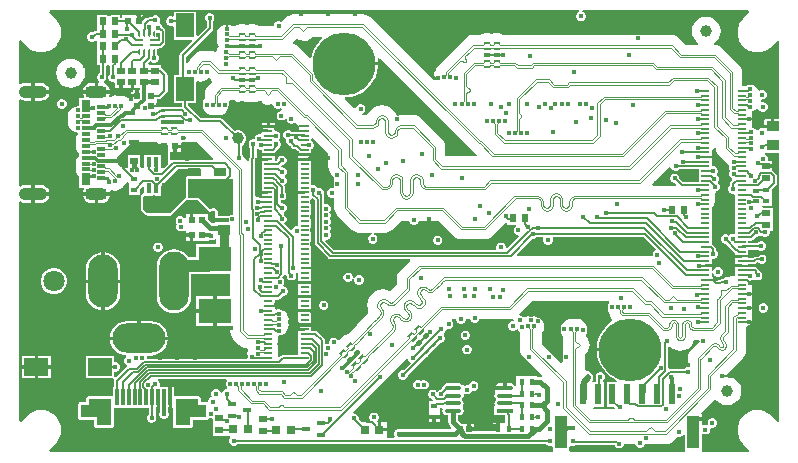
<source format=gtl>
G04*
G04 #@! TF.GenerationSoftware,Altium Limited,Altium Designer,23.4.1 (23)*
G04*
G04 Layer_Physical_Order=1*
G04 Layer_Color=255*
%FSLAX44Y44*%
%MOMM*%
G71*
G04*
G04 #@! TF.SameCoordinates,D87667D4-7689-4D62-8592-6BA3D25BB570*
G04*
G04*
G04 #@! TF.FilePolarity,Positive*
G04*
G01*
G75*
%ADD10C,0.3000*%
%ADD11C,0.2500*%
%ADD13C,0.2000*%
%ADD15C,0.5000*%
%ADD16C,0.1016*%
%ADD18R,2.6500X1.1000*%
%ADD19R,1.9500X1.6000*%
%ADD20R,1.2500X2.3000*%
%ADD21R,0.5500X0.4500*%
%ADD22R,1.0600X0.6500*%
%ADD23R,0.3500X0.8500*%
%ADD24R,0.7000X0.1800*%
%ADD25R,1.0000X2.7000*%
%ADD26R,0.6000X1.7000*%
G04:AMPARAMS|DCode=27|XSize=0.2mm|YSize=0.565mm|CornerRadius=0.05mm|HoleSize=0mm|Usage=FLASHONLY|Rotation=315.000|XOffset=0mm|YOffset=0mm|HoleType=Round|Shape=RoundedRectangle|*
%AMROUNDEDRECTD27*
21,1,0.2000,0.4650,0,0,315.0*
21,1,0.1000,0.5650,0,0,315.0*
1,1,0.1000,-0.1291,-0.1998*
1,1,0.1000,-0.1998,-0.1291*
1,1,0.1000,0.1291,0.1998*
1,1,0.1000,0.1998,0.1291*
%
%ADD27ROUNDEDRECTD27*%
G04:AMPARAMS|DCode=28|XSize=0.4mm|YSize=0.565mm|CornerRadius=0.05mm|HoleSize=0mm|Usage=FLASHONLY|Rotation=315.000|XOffset=0mm|YOffset=0mm|HoleType=Round|Shape=RoundedRectangle|*
%AMROUNDEDRECTD28*
21,1,0.4000,0.4650,0,0,315.0*
21,1,0.3000,0.5650,0,0,315.0*
1,1,0.1000,-0.0583,-0.2705*
1,1,0.1000,-0.2705,-0.0583*
1,1,0.1000,0.0583,0.2705*
1,1,0.1000,0.2705,0.0583*
%
%ADD28ROUNDEDRECTD28*%
%ADD29R,0.8000X0.8000*%
%ADD30R,1.5000X2.0000*%
%ADD31R,0.5200X0.5200*%
%ADD32R,0.4500X0.5500*%
%ADD33R,1.4000X0.3500*%
%ADD34O,1.4000X0.3500*%
%ADD35R,0.7000X1.0000*%
%ADD36R,0.7000X0.3000*%
%ADD37R,0.6500X0.5500*%
G04:AMPARAMS|DCode=38|XSize=0.2mm|YSize=0.565mm|CornerRadius=0.05mm|HoleSize=0mm|Usage=FLASHONLY|Rotation=270.000|XOffset=0mm|YOffset=0mm|HoleType=Round|Shape=RoundedRectangle|*
%AMROUNDEDRECTD38*
21,1,0.2000,0.4650,0,0,270.0*
21,1,0.1000,0.5650,0,0,270.0*
1,1,0.1000,-0.2325,-0.0500*
1,1,0.1000,-0.2325,0.0500*
1,1,0.1000,0.2325,0.0500*
1,1,0.1000,0.2325,-0.0500*
%
%ADD38ROUNDEDRECTD38*%
G04:AMPARAMS|DCode=39|XSize=0.4mm|YSize=0.565mm|CornerRadius=0.05mm|HoleSize=0mm|Usage=FLASHONLY|Rotation=270.000|XOffset=0mm|YOffset=0mm|HoleType=Round|Shape=RoundedRectangle|*
%AMROUNDEDRECTD39*
21,1,0.4000,0.4650,0,0,270.0*
21,1,0.3000,0.5650,0,0,270.0*
1,1,0.1000,-0.2325,-0.1500*
1,1,0.1000,-0.2325,0.1500*
1,1,0.1000,0.2325,0.1500*
1,1,0.1000,0.2325,-0.1500*
%
%ADD39ROUNDEDRECTD39*%
%ADD40R,0.5500X0.6500*%
%ADD41R,0.6200X0.6200*%
%ADD42R,2.0000X1.5000*%
%ADD43R,0.3050X1.4050*%
%ADD44R,1.0000X1.0000*%
%ADD45R,2.7430X2.1590*%
%ADD46R,1.0000X0.9000*%
G04:AMPARAMS|DCode=47|XSize=0.2mm|YSize=0.7mm|CornerRadius=0.05mm|HoleSize=0mm|Usage=FLASHONLY|Rotation=90.000|XOffset=0mm|YOffset=0mm|HoleType=Round|Shape=RoundedRectangle|*
%AMROUNDEDRECTD47*
21,1,0.2000,0.6000,0,0,90.0*
21,1,0.1000,0.7000,0,0,90.0*
1,1,0.1000,0.3000,0.0500*
1,1,0.1000,0.3000,-0.0500*
1,1,0.1000,-0.3000,-0.0500*
1,1,0.1000,-0.3000,0.0500*
%
%ADD47ROUNDEDRECTD47*%
G04:AMPARAMS|DCode=48|XSize=0.2mm|YSize=0.5mm|CornerRadius=0.05mm|HoleSize=0mm|Usage=FLASHONLY|Rotation=180.000|XOffset=0mm|YOffset=0mm|HoleType=Round|Shape=RoundedRectangle|*
%AMROUNDEDRECTD48*
21,1,0.2000,0.4000,0,0,180.0*
21,1,0.1000,0.5000,0,0,180.0*
1,1,0.1000,-0.0500,0.2000*
1,1,0.1000,0.0500,0.2000*
1,1,0.1000,0.0500,-0.2000*
1,1,0.1000,-0.0500,-0.2000*
%
%ADD48ROUNDEDRECTD48*%
%ADD49R,0.7100X0.3000*%
%ADD50R,0.6200X0.6200*%
%ADD94C,0.0889*%
%ADD95C,1.0000*%
%ADD96C,0.1270*%
%ADD97C,0.8000*%
%ADD98C,0.4000*%
%ADD99C,0.1500*%
%ADD100C,0.1524*%
%ADD101C,1.0000*%
%ADD102O,2.5000X4.5000*%
%ADD103O,2.5000X5.0000*%
%ADD104O,4.5000X2.5000*%
%ADD105C,1.8000*%
%ADD106C,5.3000*%
%ADD107O,1.9000X1.1000*%
%ADD108O,2.4000X1.1000*%
%ADD109C,0.4064*%
G36*
X134227Y375599D02*
Y372350D01*
X132957Y371501D01*
X132279Y371782D01*
X130675D01*
X129193Y371168D01*
X128059Y370034D01*
X127445Y368552D01*
Y366948D01*
X128059Y365466D01*
X129193Y364332D01*
X130675Y363718D01*
X132279D01*
X132957Y363999D01*
X134227Y363150D01*
Y352250D01*
X149541D01*
X150027Y351077D01*
X139600Y340650D01*
X139018Y339778D01*
X138813Y338750D01*
Y322250D01*
X134227D01*
Y298250D01*
X141040D01*
Y296174D01*
X140867Y295437D01*
X139862Y294937D01*
X138029D01*
X137777Y295105D01*
X136802Y295299D01*
X132152D01*
X131610Y295191D01*
X128994D01*
X128452Y295299D01*
X123802D01*
X122827Y295105D01*
X122506Y294890D01*
X121495Y294690D01*
X120247Y295383D01*
Y301890D01*
X121683D01*
X122761Y302104D01*
X123674Y302715D01*
X127968Y307009D01*
X128579Y307922D01*
X128793Y309000D01*
Y322250D01*
X128579Y323328D01*
X127968Y324241D01*
X124218Y327991D01*
X123477Y328487D01*
Y330750D01*
X112756D01*
X112229Y332020D01*
X114367Y334158D01*
X115318Y333207D01*
X116800Y332593D01*
X118404D01*
X119886Y333207D01*
X121020Y334341D01*
X121634Y335823D01*
Y337427D01*
X121020Y338909D01*
X120010Y339919D01*
X120026Y340000D01*
Y344000D01*
X120395Y344450D01*
X120477D01*
X121452Y344644D01*
X121704Y344813D01*
X122050D01*
X123078Y345017D01*
X123950Y345600D01*
X126620Y348270D01*
X127203Y349142D01*
X127407Y350170D01*
Y359473D01*
X127203Y360501D01*
X126620Y361373D01*
X124528Y363466D01*
X124294Y363622D01*
X123978Y364384D01*
X122844Y365519D01*
X122726Y365568D01*
X122172Y367172D01*
X122433Y367802D01*
Y369406D01*
X121819Y370888D01*
X120685Y372022D01*
X119203Y372636D01*
X117599D01*
X116117Y372022D01*
X115282Y371187D01*
X112727D01*
X111699Y370982D01*
X111097Y370580D01*
X109827Y371015D01*
Y372850D01*
X106227D01*
Y367750D01*
X103227D01*
Y372850D01*
X90627D01*
Y370437D01*
X88727D01*
Y373000D01*
X79997D01*
X79227Y373000D01*
X77957Y373000D01*
X69227D01*
Y362500D01*
X69227D01*
Y362250D01*
X69227D01*
Y359437D01*
X67983D01*
X66955Y359232D01*
X66083Y358650D01*
X65911Y358477D01*
X65779Y358532D01*
X64175D01*
X62693Y357918D01*
X61559Y356784D01*
X60945Y355302D01*
Y353698D01*
X61559Y352216D01*
X62693Y351082D01*
X64175Y350468D01*
X65779D01*
X67261Y351082D01*
X67957Y351778D01*
X68025Y351777D01*
X69227Y351252D01*
Y341250D01*
Y330750D01*
X71290D01*
Y323858D01*
X70716Y323620D01*
X69582Y322486D01*
X68968Y321004D01*
Y319400D01*
X69582Y317918D01*
X70715Y316785D01*
X70715Y316780D01*
X70462Y315515D01*
X70150D01*
Y309450D01*
X80017D01*
X79957Y309908D01*
X79201Y311732D01*
X77999Y313299D01*
X76432Y314501D01*
X74762Y315193D01*
X74629Y315689D01*
X74670Y316530D01*
X75284Y316784D01*
X76418Y317918D01*
X77032Y319400D01*
Y321004D01*
X76664Y321894D01*
Y329852D01*
X77562Y330750D01*
X78897Y330750D01*
X80063Y329565D01*
Y323218D01*
X79332Y322486D01*
X78718Y321004D01*
Y319400D01*
X79332Y317918D01*
X80466Y316784D01*
X81948Y316170D01*
X83552D01*
X84227Y315719D01*
Y311250D01*
X87977D01*
Y316000D01*
X90977D01*
Y311250D01*
X97560D01*
Y316000D01*
X100560D01*
Y311250D01*
X103393D01*
Y311250D01*
X105075D01*
Y309850D01*
X104500D01*
Y304750D01*
X103000D01*
Y303250D01*
X97900D01*
Y301630D01*
X96630Y301199D01*
X95771Y302318D01*
X93994Y303682D01*
X91924Y304539D01*
X89703Y304832D01*
X87482Y304539D01*
X87253Y304444D01*
X86933Y304577D01*
X84712Y304869D01*
X82491Y304577D01*
X80421Y303720D01*
X80376Y303685D01*
X79333Y304485D01*
X79957Y305992D01*
X80017Y306450D01*
X57283D01*
X57343Y305992D01*
X58099Y304168D01*
X58313Y303889D01*
X57751Y302750D01*
X54250D01*
Y296641D01*
X53295Y295804D01*
X53266Y295808D01*
X52975D01*
X50754Y295515D01*
X48684Y294658D01*
X46907Y293295D01*
X45543Y291517D01*
X44686Y289447D01*
X44394Y287227D01*
X44686Y285005D01*
X44792Y284750D01*
X44686Y284494D01*
X44394Y282274D01*
X44686Y280053D01*
X45543Y277983D01*
X46907Y276206D01*
X48684Y274842D01*
X50754Y273985D01*
X52424Y273765D01*
X52991Y272622D01*
X52995Y272422D01*
X52318Y271541D01*
X51461Y269471D01*
X51169Y267250D01*
X51461Y265029D01*
X51576Y264750D01*
X51461Y264471D01*
X51169Y262250D01*
X51461Y260029D01*
X52318Y257959D01*
X53682Y256182D01*
X54250Y255746D01*
Y253754D01*
X53682Y253318D01*
X52318Y251541D01*
X51461Y249471D01*
X51169Y247250D01*
X51461Y245029D01*
X51576Y244750D01*
X51461Y244471D01*
X51169Y242250D01*
X51461Y240029D01*
X52318Y237959D01*
X53682Y236182D01*
X53939Y235926D01*
X54250Y235686D01*
Y226750D01*
X57751D01*
X58313Y225611D01*
X58099Y225332D01*
X57343Y223508D01*
X57283Y223050D01*
X80017D01*
X79957Y223508D01*
X79673Y224193D01*
X80645Y225165D01*
X82121Y224553D01*
X84342Y224261D01*
X86563Y224553D01*
X88633Y225411D01*
X90410Y226774D01*
X90818Y227182D01*
X91985Y228702D01*
X93505Y229869D01*
X93913Y230277D01*
X94730Y231342D01*
X95855Y230960D01*
X96000Y229750D01*
Y229250D01*
X96000D01*
X96000Y228480D01*
Y220750D01*
X105500D01*
Y225450D01*
X107827Y227777D01*
X109000Y227291D01*
Y223236D01*
X108698Y222017D01*
X108464Y221933D01*
X108220Y221884D01*
X108093Y221799D01*
X107949Y221748D01*
X107765Y221580D01*
X107558Y221442D01*
X107473Y221315D01*
X107361Y221213D01*
X106642Y220240D01*
X106535Y220015D01*
X106397Y219808D01*
X106367Y219659D01*
X106302Y219521D01*
X106290Y219272D01*
X106242Y219028D01*
Y208783D01*
X106397Y208002D01*
X106839Y207341D01*
X110373Y203807D01*
X111035Y203365D01*
X111815Y203209D01*
X130815Y203209D01*
X130815Y203209D01*
X131595Y203365D01*
X132257Y203807D01*
X144450Y216000D01*
X146053D01*
X146250Y215961D01*
X154655D01*
X163489Y207127D01*
X163902Y206851D01*
X164151Y206685D01*
X164931Y206530D01*
X164931D01*
X165711Y206685D01*
X166373Y207127D01*
X166420Y207174D01*
X167153Y207477D01*
X167945D01*
X168678Y207174D01*
X169238Y206613D01*
X169250Y206586D01*
Y200750D01*
X171757D01*
X171757Y200750D01*
X171958D01*
X172155Y200711D01*
X180419D01*
Y197750D01*
X169250D01*
Y196828D01*
X166181D01*
X163327Y199682D01*
Y204114D01*
X150727D01*
Y199014D01*
X147727D01*
Y204114D01*
X144127D01*
Y201216D01*
X142857Y200963D01*
X142821Y201050D01*
X141687Y202184D01*
X140205Y202798D01*
X138601D01*
X137119Y202184D01*
X135985Y201050D01*
X135371Y199568D01*
Y197964D01*
X135985Y196482D01*
X136795Y195672D01*
X136330Y194551D01*
Y192947D01*
X136944Y191465D01*
X138078Y190331D01*
X139560Y189717D01*
X141164D01*
X142646Y190331D01*
X142857Y190542D01*
X144127Y190016D01*
Y188250D01*
X149227D01*
Y186750D01*
X150727D01*
Y181650D01*
X163327D01*
Y181650D01*
X164597Y182354D01*
X164925Y182218D01*
X166529D01*
X168011Y182832D01*
X168862Y183683D01*
X170133Y183284D01*
Y179495D01*
X153262D01*
Y167966D01*
X146415D01*
X144592Y170341D01*
X141563Y172666D01*
X138035Y174127D01*
X134250Y174625D01*
X130465Y174127D01*
X126937Y172666D01*
X123909Y170341D01*
X121584Y167313D01*
X120123Y163785D01*
X119625Y160000D01*
Y135000D01*
X120123Y131215D01*
X121584Y127688D01*
X123909Y124658D01*
X126937Y122334D01*
X130465Y120873D01*
X134250Y120375D01*
X138035Y120873D01*
X141563Y122334D01*
X144592Y124658D01*
X146916Y127688D01*
X148377Y131215D01*
X148875Y135000D01*
Y153845D01*
X163182D01*
X163640Y153905D01*
X181863D01*
Y135295D01*
X170477D01*
Y122500D01*
Y109705D01*
X181863D01*
Y105071D01*
X182156Y102850D01*
X183013Y100780D01*
X184377Y99003D01*
X189714Y93666D01*
X191491Y92302D01*
X193561Y91445D01*
X195782Y91153D01*
X196478D01*
X196757Y89037D01*
X196874Y88753D01*
X196755Y88465D01*
X196463Y86244D01*
X196755Y84023D01*
X197122Y83137D01*
X196274Y81867D01*
X111086D01*
X111032Y81948D01*
Y83552D01*
X111025Y83569D01*
X111731Y84625D01*
X114500D01*
X118285Y85123D01*
X121813Y86584D01*
X124841Y88909D01*
X127166Y91938D01*
X128627Y95465D01*
X128928Y97750D01*
X104500D01*
X80072D01*
X80373Y95465D01*
X81834Y91938D01*
X84158Y88909D01*
X87187Y86584D01*
X90715Y85123D01*
X93422Y84767D01*
X93586Y84446D01*
X93757Y83442D01*
X92849Y82534D01*
X92235Y81052D01*
Y79448D01*
X92849Y77966D01*
X93983Y76832D01*
X94180Y76750D01*
X94322Y75317D01*
X94089Y75161D01*
X85020Y66093D01*
X83750Y66619D01*
Y70968D01*
X85052D01*
X86534Y71582D01*
X87668Y72716D01*
X88282Y74198D01*
Y75802D01*
X87668Y77284D01*
X86534Y78418D01*
X85052Y79032D01*
X83750D01*
Y84500D01*
X59750D01*
Y65500D01*
X82756D01*
X83434Y64230D01*
X83410Y64193D01*
X83205Y63165D01*
Y58220D01*
X82367D01*
Y51336D01*
X81413Y50250D01*
X81392Y50234D01*
X61892D01*
X61112Y50079D01*
X60450Y49637D01*
X60008Y48976D01*
X59853Y48195D01*
Y45234D01*
X54892D01*
X54112Y45079D01*
X53450Y44637D01*
X53008Y43976D01*
X52853Y43195D01*
Y32195D01*
X53008Y31415D01*
X53450Y30753D01*
X54112Y30311D01*
X54892Y30156D01*
X61891D01*
X61892Y30156D01*
X66859D01*
Y25194D01*
X67014Y24414D01*
X67456Y23753D01*
X68118Y23310D01*
X68898Y23155D01*
X81398D01*
X82178Y23310D01*
X82840Y23753D01*
X83282Y24414D01*
X83437Y25194D01*
Y40170D01*
X112833D01*
Y35035D01*
X111832Y34034D01*
X111218Y32552D01*
Y30948D01*
X111832Y29466D01*
X112966Y28332D01*
X114448Y27718D01*
X116052D01*
X117534Y28332D01*
X118668Y29466D01*
X119282Y30948D01*
Y32552D01*
X118951Y33352D01*
Y40170D01*
X122323D01*
Y36813D01*
X121860Y35694D01*
Y34090D01*
X122474Y32608D01*
X123608Y31474D01*
X125090Y30860D01*
X126694D01*
X128176Y31474D01*
X129310Y32608D01*
X129924Y34090D01*
Y35694D01*
X129460Y36813D01*
Y40170D01*
X133353D01*
Y32195D01*
X133354Y32187D01*
Y25191D01*
X133510Y24411D01*
X133952Y23749D01*
X134613Y23307D01*
X135393Y23152D01*
X147893D01*
X148674Y23307D01*
X149335Y23749D01*
X149777Y24411D01*
X149933Y25191D01*
Y30156D01*
X154892D01*
X154893Y30156D01*
X161892D01*
X162672Y30311D01*
X163334Y30753D01*
X163776Y31415D01*
X164419Y31759D01*
X165122Y31468D01*
X166726D01*
X167227Y31133D01*
Y27520D01*
X167227Y26750D01*
X167227D01*
Y26250D01*
X167227D01*
Y16750D01*
X177727D01*
X178227Y16500D01*
Y16500D01*
X181502D01*
X182028Y15230D01*
X181582Y14784D01*
X180968Y13302D01*
Y11698D01*
X181582Y10216D01*
X182716Y9082D01*
X184198Y8468D01*
X185802D01*
X187284Y9082D01*
X187890Y9688D01*
X449109D01*
X449966Y8832D01*
X451448Y8218D01*
X453052D01*
X453730Y8499D01*
X455000Y7650D01*
Y4250D01*
X455000D01*
X454692Y3108D01*
X29977Y3108D01*
X29407D01*
X28886Y3260D01*
X28449Y4622D01*
X33702Y9899D01*
X33757Y9981D01*
X33836Y10042D01*
X35022Y11394D01*
X35175Y11659D01*
X35377Y11889D01*
X37172Y14998D01*
X37302Y15383D01*
X37482Y15748D01*
X38411Y19215D01*
X38438Y19620D01*
X38517Y20019D01*
Y23608D01*
X38438Y24007D01*
X38411Y24413D01*
X37482Y27880D01*
X37302Y28245D01*
X37172Y28629D01*
X35377Y31738D01*
X35109Y32044D01*
X34883Y32382D01*
X32345Y34920D01*
X32007Y35145D01*
X31701Y35414D01*
X28593Y37208D01*
X28208Y37339D01*
X27843Y37519D01*
X24376Y38448D01*
X23970Y38474D01*
X23572Y38554D01*
X19982D01*
X19584Y38474D01*
X19178Y38448D01*
X15711Y37519D01*
X15346Y37339D01*
X14962Y37208D01*
X11853Y35414D01*
X11623Y35212D01*
X11358Y35059D01*
X10006Y33873D01*
X9943Y33791D01*
X9857Y33734D01*
X4627Y28504D01*
X3253Y28926D01*
X3108Y29424D01*
X3108Y29995D01*
X3108Y29995D01*
X3108Y29995D01*
X3094Y214682D01*
X4364Y215308D01*
X4768Y214999D01*
X6592Y214243D01*
X8550Y213985D01*
X13550D01*
Y221550D01*
Y229115D01*
X8550D01*
X6592Y228857D01*
X4768Y228101D01*
X4363Y227791D01*
X3093Y228417D01*
X3088Y301087D01*
X4358Y301713D01*
X4768Y301399D01*
X6592Y300643D01*
X8550Y300385D01*
X13550D01*
Y307950D01*
Y315515D01*
X8550D01*
X6592Y315257D01*
X4768Y314501D01*
X4357Y314186D01*
X3087Y314813D01*
X3085Y349964D01*
X3097Y350519D01*
X3258Y351070D01*
X4624Y351497D01*
X9852Y346248D01*
X9941Y346189D01*
X10005Y346104D01*
X11358Y344918D01*
X11623Y344765D01*
X11853Y344563D01*
X14961Y342769D01*
X15346Y342638D01*
X15711Y342458D01*
X19178Y341529D01*
X19584Y341503D01*
X19982Y341423D01*
X23572D01*
X23970Y341503D01*
X24376Y341529D01*
X27843Y342458D01*
X28208Y342638D01*
X28593Y342769D01*
X31701Y344563D01*
X32007Y344832D01*
X32345Y345057D01*
X34883Y347595D01*
X35109Y347933D01*
X35377Y348239D01*
X37172Y351348D01*
X37302Y351733D01*
X37482Y352097D01*
X38411Y355564D01*
X38438Y355970D01*
X38517Y356369D01*
Y359958D01*
X38438Y360357D01*
X38411Y360762D01*
X37482Y364229D01*
X37302Y364594D01*
X37172Y364979D01*
X35377Y368088D01*
X35175Y368318D01*
X35022Y368583D01*
X33836Y369935D01*
X33754Y369998D01*
X33697Y370083D01*
X28422Y375358D01*
X28865Y376711D01*
X29407Y376869D01*
X29977D01*
X133214Y376869D01*
X134227Y375599D01*
D02*
G37*
G36*
X620576Y376870D02*
X621092Y376719D01*
X621521Y375353D01*
X616271Y370125D01*
X616211Y370036D01*
X616127Y369972D01*
X614941Y368619D01*
X614788Y368354D01*
X614586Y368124D01*
X612792Y365016D01*
X612661Y364631D01*
X612481Y364266D01*
X611552Y360799D01*
X611526Y360393D01*
X611446Y359995D01*
Y356405D01*
X611526Y356007D01*
X611552Y355601D01*
X612481Y352134D01*
X612661Y351769D01*
X612792Y351384D01*
X614586Y348276D01*
X614854Y347970D01*
X615080Y347632D01*
X617618Y345094D01*
X617956Y344868D01*
X618262Y344600D01*
X621371Y342805D01*
X621756Y342675D01*
X622120Y342495D01*
X625587Y341566D01*
X625993Y341539D01*
X626391Y341460D01*
X629981D01*
X630380Y341539D01*
X630785Y341566D01*
X634252Y342495D01*
X634617Y342675D01*
X635002Y342805D01*
X638111Y344600D01*
X638341Y344802D01*
X638606Y344955D01*
X639958Y346141D01*
X640021Y346223D01*
X640106Y346280D01*
X645381Y351555D01*
X646734Y351112D01*
X646892Y350570D01*
Y285250D01*
X642500D01*
Y278750D01*
X641000D01*
Y277250D01*
X633378D01*
X633052Y277032D01*
X631448D01*
X629966Y276418D01*
X629594Y276046D01*
X628737Y275339D01*
X627785Y275896D01*
X626864Y276603D01*
X624810Y277454D01*
X623563Y277618D01*
X623263Y278817D01*
X623517Y280750D01*
X623227Y282955D01*
X622483Y284750D01*
X623227Y286546D01*
X623517Y288750D01*
X623254Y290750D01*
X623405Y291896D01*
X624304Y292014D01*
X626359Y292865D01*
X627545Y293775D01*
X628987Y293454D01*
X629049Y293399D01*
X629332Y292716D01*
X630466Y291582D01*
X631948Y290968D01*
X633552D01*
X635034Y291582D01*
X636168Y292716D01*
X636782Y294198D01*
Y295802D01*
X636168Y297284D01*
X635034Y298418D01*
X633552Y299032D01*
X632126D01*
X631101Y299848D01*
X631037Y299910D01*
X631038Y300921D01*
X631737Y301468D01*
X633052D01*
X634534Y302082D01*
X635668Y303216D01*
X636282Y304698D01*
Y306302D01*
X635668Y307784D01*
X634534Y308918D01*
X633052Y309532D01*
X631448D01*
X629966Y308918D01*
X629166Y309857D01*
X628123Y311217D01*
X626359Y312571D01*
X624304Y313422D01*
X622100Y313712D01*
X621389D01*
X619184Y313422D01*
X618520Y313146D01*
X617600Y313267D01*
X615426D01*
Y324591D01*
X615136Y326796D01*
X614285Y328850D01*
X612932Y330614D01*
X598150Y345395D01*
X596386Y346748D01*
X594332Y347599D01*
X592128Y347890D01*
X591594D01*
X591192Y349160D01*
X593398Y350852D01*
X595341Y353385D01*
X596563Y356335D01*
X596980Y359500D01*
X596563Y362665D01*
X595341Y365615D01*
X593398Y368148D01*
X590865Y370091D01*
X587915Y371313D01*
X584750Y371730D01*
X581585Y371313D01*
X578635Y370091D01*
X576102Y368148D01*
X574159Y365615D01*
X572937Y362665D01*
X572520Y359500D01*
X572937Y356335D01*
X574159Y353385D01*
X576102Y350852D01*
X578308Y349160D01*
X577906Y347890D01*
X567400D01*
X561687Y353602D01*
X559923Y354956D01*
X557869Y355807D01*
X555665Y356097D01*
X413820D01*
X413456Y356376D01*
X411401Y357227D01*
X409197Y357518D01*
X405607D01*
X403402Y357227D01*
X403227Y357155D01*
X403051Y357227D01*
X400847Y357518D01*
X397257D01*
X395052Y357227D01*
X392998Y356376D01*
X392634Y356097D01*
X387146D01*
X384942Y355807D01*
X382888Y354956D01*
X381124Y353602D01*
X358375Y330854D01*
X357021Y329090D01*
X356170Y327035D01*
X355995Y325703D01*
X355624Y325220D01*
X354773Y323166D01*
X354483Y320961D01*
Y320250D01*
X354650Y318986D01*
X353447Y318393D01*
X300658Y371182D01*
X298894Y372535D01*
X296839Y373386D01*
X294635Y373676D01*
X235185D01*
X232981Y373386D01*
X230926Y372535D01*
X229162Y371182D01*
X225216Y367236D01*
X225034Y367418D01*
X223552Y368032D01*
X221948D01*
X220466Y367418D01*
X219332Y366284D01*
X218718Y364802D01*
Y363597D01*
X206745D01*
X206381Y363876D01*
X204326Y364727D01*
X202122Y365018D01*
X198532D01*
X196327Y364727D01*
X196152Y364655D01*
X195976Y364727D01*
X193772Y365018D01*
X190182D01*
X187978Y364727D01*
X185923Y363876D01*
X185559Y363597D01*
X185509D01*
X185207Y363637D01*
X184156D01*
X183792Y363915D01*
X181738Y364766D01*
X179534Y365057D01*
X178845D01*
X176641Y364766D01*
X174587Y363915D01*
X172823Y362562D01*
X171469Y360798D01*
X170618Y358744D01*
X170328Y356539D01*
X170618Y354335D01*
X170742Y354035D01*
X170622Y353745D01*
X170332Y351541D01*
X170622Y349336D01*
X171473Y347282D01*
X171958Y346650D01*
X171231Y345703D01*
X170380Y343649D01*
X170200Y342275D01*
X170060Y342102D01*
X168858Y341511D01*
X167349Y342136D01*
X165144Y342426D01*
X158073D01*
X155868Y342136D01*
X153814Y341285D01*
X152050Y339932D01*
X147398Y335280D01*
X146044Y333516D01*
X145457Y332096D01*
X144187Y332349D01*
Y337637D01*
X166400Y359850D01*
X166982Y360722D01*
X167187Y361750D01*
Y367757D01*
X167918Y368489D01*
X168532Y369971D01*
Y371575D01*
X167918Y373056D01*
X166784Y374191D01*
X165302Y374804D01*
X163698D01*
X162216Y374191D01*
X161082Y373056D01*
X160468Y371575D01*
Y369971D01*
X161082Y368489D01*
X161813Y367757D01*
Y362863D01*
X154400Y355450D01*
X153227Y355936D01*
Y376250D01*
X154240Y376869D01*
X477255Y376870D01*
X477507Y375600D01*
X476466Y375168D01*
X475332Y374034D01*
X474718Y372552D01*
Y370948D01*
X475332Y369466D01*
X476466Y368332D01*
X477948Y367718D01*
X479552D01*
X481034Y368332D01*
X482168Y369466D01*
X482782Y370948D01*
Y372552D01*
X482168Y374034D01*
X481034Y375168D01*
X479993Y375600D01*
X480245Y376870D01*
X620005Y376870D01*
X620576Y376870D01*
D02*
G37*
G36*
X259709Y353213D02*
X256811Y350315D01*
X254175Y346686D01*
X252138Y342689D01*
X250752Y338422D01*
X250564Y337240D01*
X249357Y336848D01*
X240102Y346102D01*
X238338Y347456D01*
X236284Y348307D01*
X235350Y348430D01*
X234895Y349771D01*
X238070Y352945D01*
X238776Y352403D01*
X241243Y351381D01*
X242637Y351198D01*
X242686Y351192D01*
X243890Y351033D01*
X243890D01*
X243890D01*
Y351033D01*
X245094Y351192D01*
X246537Y351381D01*
X249003Y352403D01*
X251121Y354028D01*
X251470Y354483D01*
X259321D01*
X259709Y353213D01*
D02*
G37*
G36*
X165807Y318148D02*
X166625Y317520D01*
X166736Y315834D01*
X162591Y311690D01*
X161238Y309926D01*
X160387Y307872D01*
X160097Y305667D01*
Y302053D01*
X159841Y301720D01*
X158990Y299666D01*
X158700Y297461D01*
Y296750D01*
X158990Y294545D01*
X159841Y292491D01*
X161194Y290727D01*
X162958Y289374D01*
X165013Y288523D01*
X167217Y288232D01*
X169422Y288523D01*
X169694Y288635D01*
X169966Y288523D01*
X172170Y288232D01*
X174375Y288523D01*
X176429Y289374D01*
X178193Y290727D01*
X179546Y292491D01*
X180397Y294545D01*
X180687Y296750D01*
Y297461D01*
X180434Y299383D01*
X180908Y300188D01*
X181363Y300653D01*
X185657D01*
X186021Y300374D01*
X188076Y299523D01*
X190280Y299233D01*
X193870D01*
X196074Y299523D01*
X196250Y299596D01*
X196426Y299523D01*
X198630Y299233D01*
X202220D01*
X204424Y299523D01*
X206168Y300245D01*
X206323Y300044D01*
X208441Y298419D01*
X210907Y297397D01*
X212301Y297214D01*
X212350Y297207D01*
X213554Y297049D01*
X213554D01*
X213554D01*
Y297049D01*
X214758Y297207D01*
X216201Y297397D01*
X216912Y297692D01*
X217968Y296986D01*
Y296948D01*
X218582Y295466D01*
X219716Y294332D01*
X221198Y293718D01*
X222802D01*
X224170Y294285D01*
X225285Y293170D01*
X224759Y291900D01*
X224448D01*
X222966Y291286D01*
X221832Y290152D01*
X221218Y288670D01*
Y287066D01*
X221832Y285584D01*
X222966Y284450D01*
X224448Y283836D01*
X226052D01*
X227534Y284450D01*
X228448Y285364D01*
X229485Y285110D01*
X229718Y284975D01*
Y283881D01*
X230332Y282399D01*
X231466Y281265D01*
X232948Y280651D01*
X234552D01*
X236034Y281265D01*
X236612Y281843D01*
X237985Y280470D01*
X239450Y279346D01*
Y274782D01*
X238180Y273979D01*
X238052Y274032D01*
X236448D01*
X235614Y273687D01*
X234265D01*
X233284Y274668D01*
X231802Y275282D01*
X230198D01*
X228716Y274668D01*
X227582Y273534D01*
X226968Y272052D01*
Y270448D01*
X227582Y268966D01*
X228716Y267832D01*
X229722Y267415D01*
X229468Y266802D01*
Y265198D01*
X230082Y263716D01*
X231216Y262582D01*
X232698Y261968D01*
X232976D01*
X233012Y261932D01*
X233572Y261094D01*
X234316Y260350D01*
X235188Y259768D01*
X236216Y259563D01*
X237387D01*
X239450Y257501D01*
Y255849D01*
X244950D01*
X250450D01*
Y259166D01*
X250851Y259332D01*
X251985Y260466D01*
X252599Y261948D01*
Y263552D01*
X251985Y265034D01*
X250851Y266168D01*
X250450Y266334D01*
Y268292D01*
X251623Y268778D01*
X264983Y255419D01*
Y244697D01*
X265273Y242492D01*
X266124Y240438D01*
X267477Y238674D01*
X270139Y236013D01*
Y227126D01*
X268869Y226277D01*
X268497Y226431D01*
X266893D01*
X265411Y225818D01*
X264277Y224683D01*
X263663Y223201D01*
Y221597D01*
X264277Y220115D01*
X265411Y218981D01*
X266893Y218367D01*
X268497D01*
X268869Y218521D01*
X270139Y217673D01*
Y209518D01*
X270429Y207313D01*
X271280Y205259D01*
X272633Y203495D01*
X284901Y191227D01*
X286665Y189874D01*
X288719Y189023D01*
X290924Y188733D01*
X301531D01*
X301698Y187532D01*
X300216Y186918D01*
X299082Y185784D01*
X298468Y184302D01*
Y182698D01*
X299082Y181216D01*
X300216Y180082D01*
X301698Y179468D01*
X303302D01*
X304784Y180082D01*
X305918Y181216D01*
X306532Y182698D01*
Y184302D01*
X305918Y185784D01*
X304784Y186918D01*
X303302Y187532D01*
X303469Y188733D01*
X313030D01*
X315235Y189023D01*
X317289Y189874D01*
X319053Y191227D01*
X326808Y198983D01*
X333445D01*
Y198448D01*
X334059Y196966D01*
X335193Y195832D01*
X336675Y195218D01*
X338279D01*
X339761Y195832D01*
X340895Y196966D01*
X341509Y198448D01*
Y198983D01*
X357699D01*
X371113Y185568D01*
X372877Y184215D01*
X374932Y183364D01*
X377136Y183074D01*
X397371D01*
X399576Y183364D01*
X401630Y184215D01*
X403394Y185568D01*
X415207Y197381D01*
X416477Y196855D01*
Y195500D01*
X423773D01*
X424025Y194230D01*
X423551Y194034D01*
X422416Y192899D01*
X421803Y191417D01*
Y189813D01*
X422416Y188331D01*
X423551Y187197D01*
X425033Y186583D01*
X425465D01*
X425991Y185313D01*
X416552Y175875D01*
X415282Y176401D01*
Y177052D01*
X414668Y178534D01*
X413534Y179668D01*
X412052Y180282D01*
X410448D01*
X408966Y179668D01*
X407832Y178534D01*
X407218Y177052D01*
Y175448D01*
X407303Y175243D01*
X406598Y174187D01*
X269613D01*
X262237Y181563D01*
X262763Y182833D01*
X263611D01*
X265093Y183447D01*
X266227Y184581D01*
X266841Y186063D01*
Y187667D01*
X266227Y189149D01*
X265761Y189615D01*
X266227Y190081D01*
X266841Y191563D01*
Y193167D01*
X266227Y194649D01*
X265761Y195115D01*
X266227Y195581D01*
X266841Y197063D01*
Y198667D01*
X266227Y200149D01*
X265761Y200615D01*
X266227Y201081D01*
X266841Y202563D01*
Y204167D01*
X266227Y205649D01*
X265761Y206115D01*
X266227Y206581D01*
X266841Y208063D01*
Y209667D01*
X266227Y211149D01*
X265093Y212283D01*
X263611Y212897D01*
X262007D01*
X261437Y213278D01*
Y220262D01*
X261232Y221290D01*
X260930Y221743D01*
Y223205D01*
X260316Y224687D01*
X259181Y225821D01*
X257700Y226435D01*
X256096D01*
X255661Y226255D01*
X255235Y227284D01*
X254101Y228418D01*
X252619Y229032D01*
X251015D01*
X250450Y229410D01*
Y235850D01*
Y247850D01*
Y249650D01*
X244950D01*
X239450D01*
Y239850D01*
Y227850D01*
Y223850D01*
X244950D01*
Y221651D01*
X239450D01*
Y215850D01*
Y203850D01*
Y194215D01*
X239204Y194051D01*
X237600D01*
X236118Y193437D01*
X234984Y192303D01*
X234489Y191107D01*
X233197Y190603D01*
X227690Y196109D01*
X227784Y196582D01*
X228918Y197716D01*
X229532Y199198D01*
Y200802D01*
X228918Y202284D01*
X227795Y203407D01*
X227718Y203792D01*
X227136Y204664D01*
X227118Y204681D01*
X227416Y206179D01*
X227784Y206332D01*
X228918Y207466D01*
X229532Y208948D01*
Y210552D01*
X228918Y212034D01*
X227784Y213168D01*
X226302Y213782D01*
X225089D01*
X224601Y215012D01*
X225130Y216018D01*
X226271D01*
X227753Y216632D01*
X228887Y217766D01*
X229501Y219248D01*
Y220852D01*
X228887Y222334D01*
X228156Y223065D01*
Y227073D01*
X227951Y228101D01*
X227784Y229332D01*
X228918Y230466D01*
X229532Y231948D01*
Y233552D01*
X228918Y235034D01*
X228407Y235545D01*
X227908Y236375D01*
X228407Y237205D01*
X228918Y237716D01*
X229532Y239198D01*
Y240802D01*
X228918Y242284D01*
X227784Y243418D01*
X226302Y244032D01*
X225128D01*
X224508Y244652D01*
X224471Y245028D01*
X225357Y245968D01*
X226302D01*
X227784Y246582D01*
X228918Y247716D01*
X229532Y249198D01*
Y250802D01*
X228918Y252284D01*
X227784Y253418D01*
X226302Y254032D01*
X224698D01*
X223216Y253418D01*
X222082Y252284D01*
X221468Y250802D01*
Y249767D01*
X221137Y249437D01*
X219650D01*
Y253250D01*
X214150D01*
X208650D01*
Y252250D01*
X214150D01*
Y249650D01*
X208650D01*
Y243850D01*
Y231850D01*
Y223850D01*
X214150D01*
Y221250D01*
X208650D01*
Y219103D01*
X208071Y218746D01*
X207380Y218484D01*
X206056Y219032D01*
X204452D01*
X204262Y218953D01*
X203206Y219659D01*
Y250115D01*
X203400Y250309D01*
X203982Y251180D01*
X204187Y252208D01*
Y259315D01*
X205457Y259841D01*
X205966Y259332D01*
X207448Y258718D01*
X208650D01*
Y255850D01*
Y255849D01*
X214150D01*
X219650D01*
Y256851D01*
X222597Y259797D01*
X223284Y260082D01*
X224418Y261216D01*
X225032Y262698D01*
Y264302D01*
X224418Y265784D01*
X223284Y266918D01*
X223433Y268231D01*
X223668Y268466D01*
X224282Y269948D01*
Y271552D01*
X223668Y273034D01*
X222534Y274168D01*
X221052Y274782D01*
X219650D01*
Y277250D01*
X214150D01*
X208650D01*
Y276250D01*
X214150D01*
Y273650D01*
X208650D01*
Y272848D01*
X207380Y272000D01*
X207302Y272032D01*
X205698D01*
X204216Y271418D01*
X203082Y270284D01*
X202468Y268802D01*
Y267893D01*
X202302Y267782D01*
X200698D01*
X199216Y267168D01*
X198082Y266034D01*
X197468Y264552D01*
Y262948D01*
X198082Y261466D01*
X198813Y260735D01*
Y253321D01*
X198619Y253127D01*
X198037Y252256D01*
X197832Y251227D01*
Y249723D01*
X196562Y249197D01*
X193532Y252228D01*
Y252552D01*
X192918Y254034D01*
X191784Y255168D01*
X191652Y255223D01*
Y262381D01*
X192548Y262899D01*
X193851Y264202D01*
X194773Y265798D01*
X195250Y267578D01*
Y269422D01*
X194773Y271202D01*
X193851Y272798D01*
X192548Y274101D01*
X190952Y275023D01*
X189172Y275500D01*
X187328D01*
X185548Y275023D01*
X185534Y275015D01*
X175275Y285275D01*
X174403Y285857D01*
X173375Y286062D01*
X156988D01*
X146414Y296636D01*
Y298250D01*
X153227D01*
Y316641D01*
X154228Y316773D01*
X154500Y316886D01*
X154772Y316773D01*
X156977Y316483D01*
X159181Y316773D01*
X161235Y317624D01*
X162999Y318977D01*
X163272Y319332D01*
X164539Y319415D01*
X165807Y318148D01*
D02*
G37*
G36*
X386229Y258466D02*
X387993Y257112D01*
X388550Y256882D01*
X390804Y254627D01*
X390318Y253454D01*
X364962D01*
X363911Y254505D01*
Y261644D01*
X363621Y263849D01*
X362770Y265903D01*
X361417Y267667D01*
X343311Y285773D01*
X341547Y287126D01*
X339493Y287977D01*
X337288Y288267D01*
X326418D01*
Y288312D01*
X322972Y287858D01*
X322156Y289827D01*
X319985Y292657D01*
X317155Y294829D01*
X313859Y296194D01*
X310322Y296660D01*
X306785Y296194D01*
X303490Y294829D01*
X300660Y292657D01*
X298488Y289827D01*
X297842Y288267D01*
X293780D01*
X293582Y288563D01*
X294059Y290135D01*
X294534Y290332D01*
X295668Y291466D01*
X296282Y292948D01*
Y294552D01*
X295668Y296034D01*
X294534Y297168D01*
X293052Y297782D01*
X291448D01*
X289966Y297168D01*
X288832Y296034D01*
X288218Y294552D01*
Y294506D01*
X286948Y293980D01*
X278853Y302075D01*
X279338Y303249D01*
X280793D01*
X285224Y303950D01*
X289490Y305337D01*
X293487Y307373D01*
X297117Y310010D01*
X300289Y313182D01*
X302925Y316811D01*
X304962Y320808D01*
X306348Y325075D01*
X307050Y329506D01*
Y330249D01*
X278550D01*
Y333249D01*
X307050D01*
Y333992D01*
X306684Y336303D01*
X307815Y336880D01*
X386229Y258466D01*
D02*
G37*
G36*
X167317Y251297D02*
X166831Y250124D01*
X133272D01*
X132309Y249932D01*
X132228Y249929D01*
X131039Y250642D01*
Y256650D01*
X133500D01*
Y261750D01*
X135000D01*
Y263250D01*
X140100D01*
Y264614D01*
X140593Y264818D01*
X141028Y265153D01*
X153461D01*
X167317Y251297D01*
D02*
G37*
G36*
X120011Y264818D02*
X122081Y263961D01*
X124302Y263669D01*
X127952D01*
X128045Y263681D01*
X129000Y262844D01*
Y246965D01*
X125785Y243750D01*
X123000D01*
Y254500D01*
X109000D01*
Y243750D01*
X106786D01*
X106668Y244034D01*
X106566Y244136D01*
X105750Y245000D01*
X105750D01*
X105750Y245000D01*
Y254500D01*
X95250D01*
Y245000D01*
X95250Y245000D01*
X94911Y243871D01*
X94861Y243750D01*
X92170D01*
X92135Y243776D01*
X90066Y244634D01*
X89559Y244700D01*
X87250Y247010D01*
Y252197D01*
X87634Y252248D01*
X89704Y253105D01*
X91481Y254469D01*
X91556Y254544D01*
X92919Y256321D01*
X93777Y258391D01*
X94069Y260612D01*
X94051Y260750D01*
X94424Y261036D01*
X94534Y261082D01*
X95668Y262216D01*
X95694Y262279D01*
X96748Y263333D01*
X98112Y265110D01*
X98129Y265153D01*
X119576D01*
X120011Y264818D01*
D02*
G37*
G36*
X555275Y243653D02*
X555559Y242967D01*
X556694Y241833D01*
X558176Y241219D01*
X559780D01*
X561261Y241833D01*
X561743Y242314D01*
X578700D01*
Y231407D01*
X565099D01*
X562134Y234372D01*
Y235407D01*
X561520Y236889D01*
X560386Y238023D01*
X558904Y238637D01*
X557300D01*
X555818Y238023D01*
X554684Y236889D01*
X554070Y235407D01*
Y233803D01*
X554684Y232321D01*
X555818Y231187D01*
X557300Y230573D01*
X558335D01*
X559387Y229520D01*
X558901Y228347D01*
X539832D01*
X539346Y229520D01*
X553777Y243951D01*
X555275Y243653D01*
D02*
G37*
G36*
X157000Y236539D02*
X146250D01*
X145470Y236384D01*
X144895Y236000D01*
X144200D01*
Y225500D01*
Y218633D01*
X130815Y205249D01*
X111815Y205249D01*
X108281Y208783D01*
Y219028D01*
X109000Y220000D01*
X123000D01*
Y228035D01*
X137429Y242464D01*
X157000D01*
X157000Y236539D01*
D02*
G37*
G36*
X184000Y204032D02*
X182698D01*
X181216Y203418D01*
X180548Y202750D01*
X172155D01*
X171307Y204020D01*
X171581Y204683D01*
Y206287D01*
X170967Y207768D01*
X169833Y208903D01*
X168351Y209517D01*
X166747D01*
X165265Y208903D01*
X164931Y208569D01*
X155500Y218000D01*
X146250D01*
Y227250D01*
Y234500D01*
X184000D01*
Y204032D01*
D02*
G37*
G36*
X592620Y260378D02*
X592841Y260225D01*
X593114Y258151D01*
X593965Y256097D01*
X595318Y254333D01*
X602004Y247648D01*
X603768Y246294D01*
X603922Y246230D01*
X604408Y245057D01*
X604147Y244426D01*
Y242822D01*
X604761Y241340D01*
X604989Y241112D01*
X604833Y240956D01*
X604219Y239474D01*
Y237870D01*
X604833Y236388D01*
X605967Y235254D01*
X606716Y234944D01*
X607035Y233467D01*
X605389Y231820D01*
X604807Y230949D01*
X604602Y229921D01*
Y228688D01*
X603871Y227957D01*
X603257Y226475D01*
Y224871D01*
X603871Y223389D01*
X605005Y222255D01*
X606487Y221641D01*
X608091D01*
X608230Y221698D01*
X609500Y220850D01*
Y209850D01*
Y197850D01*
Y188429D01*
X608444Y187723D01*
X608302Y187782D01*
X606698D01*
X605216Y187168D01*
X604250Y186202D01*
X603534Y186918D01*
X602052Y187532D01*
X600448D01*
X598966Y186918D01*
X597832Y185784D01*
X597218Y184302D01*
Y182698D01*
X597832Y181216D01*
X598966Y180082D01*
X600448Y179468D01*
X601024D01*
X608193Y172299D01*
X609064Y171717D01*
X609500Y171630D01*
Y169849D01*
X615000D01*
Y167651D01*
X609500D01*
Y161850D01*
Y161849D01*
X615000D01*
Y159650D01*
X609500D01*
Y152689D01*
X608674Y152347D01*
X605526D01*
X603322Y152057D01*
X601268Y151206D01*
X599504Y149852D01*
X598928Y149277D01*
X598418Y149344D01*
X595771Y148996D01*
X593305Y147974D01*
X593146Y147852D01*
X591919Y148181D01*
X591576Y149009D01*
X590223Y150773D01*
X589700Y151174D01*
Y154443D01*
X590968Y154448D01*
X591582Y152966D01*
X592716Y151832D01*
X594198Y151218D01*
X595802D01*
X597284Y151832D01*
X598418Y152966D01*
X599032Y154448D01*
Y156052D01*
X598418Y157534D01*
X597284Y158668D01*
X595802Y159282D01*
X594198D01*
X592716Y158668D01*
X591582Y157534D01*
X590968Y156052D01*
X589700Y156057D01*
Y159650D01*
X584200D01*
Y161849D01*
X589700D01*
Y165588D01*
X589757Y166761D01*
X591361D01*
X592843Y167375D01*
X593977Y168510D01*
X594591Y169991D01*
Y171595D01*
X593977Y173077D01*
X593246Y173809D01*
Y174941D01*
X593041Y175969D01*
X592459Y176841D01*
X590650Y178650D01*
X589778Y179232D01*
X589700Y179248D01*
Y185850D01*
Y197850D01*
Y210326D01*
X590223Y210727D01*
X591576Y212491D01*
X592427Y214545D01*
X592717Y216750D01*
X592454Y218750D01*
X592717Y220750D01*
X592494Y222448D01*
X592913Y223403D01*
X593422Y223871D01*
X594534Y224332D01*
X595668Y225466D01*
X596282Y226948D01*
Y228552D01*
X595668Y230034D01*
X594577Y231125D01*
X595168Y231716D01*
X595782Y233198D01*
Y234802D01*
X595168Y236284D01*
X594034Y237418D01*
X593924Y237972D01*
X594418Y238466D01*
X595032Y239948D01*
Y241552D01*
X594418Y243034D01*
X593284Y244168D01*
X591802Y244782D01*
X590198D01*
X589700Y245115D01*
Y251651D01*
X584200D01*
Y253850D01*
X589700D01*
Y258326D01*
X590223Y258727D01*
X591554Y260462D01*
X591694Y260478D01*
X592620Y260378D01*
D02*
G37*
G36*
X646892Y30050D02*
X646873Y29457D01*
X646707Y28886D01*
X645345Y28450D01*
X640068Y33702D01*
X639985Y33758D01*
X639924Y33837D01*
X638572Y35022D01*
X638307Y35175D01*
X638077Y35377D01*
X634968Y37172D01*
X634583Y37302D01*
X634219Y37482D01*
X630752Y38411D01*
X630346Y38438D01*
X629947Y38517D01*
X626358D01*
X625959Y38438D01*
X625554Y38411D01*
X622086Y37482D01*
X621722Y37302D01*
X621337Y37172D01*
X618228Y35377D01*
X617923Y35109D01*
X617585Y34883D01*
X615047Y32345D01*
X614821Y32007D01*
X614553Y31702D01*
X612758Y28593D01*
X612627Y28208D01*
X612448Y27843D01*
X611519Y24376D01*
X611492Y23971D01*
X611413Y23572D01*
Y19983D01*
X611492Y19584D01*
X611519Y19178D01*
X612448Y15711D01*
X612627Y15346D01*
X612758Y14962D01*
X614553Y11853D01*
X614754Y11623D01*
X614908Y11358D01*
X616093Y10006D01*
X616175Y9943D01*
X616232Y9857D01*
X621463Y4627D01*
X621041Y3253D01*
X620543Y3108D01*
X581308D01*
X581000Y4378D01*
Y17889D01*
X582270Y18456D01*
X583448Y17968D01*
X585052D01*
X586534Y18582D01*
X587668Y19716D01*
X588282Y21198D01*
Y22473D01*
X588967Y23217D01*
X589381Y23468D01*
X590802D01*
X592284Y24082D01*
X593418Y25216D01*
X594032Y26698D01*
Y28302D01*
X593418Y29784D01*
X592284Y30918D01*
X590802Y31532D01*
X589198D01*
X587716Y30918D01*
X586582Y29784D01*
X585968Y28302D01*
Y27027D01*
X585283Y26283D01*
X584869Y26032D01*
X583448D01*
X582270Y25544D01*
X581000Y26111D01*
Y35250D01*
X581000D01*
X580647Y36102D01*
X591889Y47343D01*
X593156Y47260D01*
X593852Y46352D01*
X596385Y44409D01*
X599335Y43187D01*
X602500Y42770D01*
X605665Y43187D01*
X608615Y44409D01*
X611148Y46352D01*
X613091Y48885D01*
X614313Y51835D01*
X614730Y55000D01*
X614313Y58165D01*
X613091Y61115D01*
X611148Y63648D01*
X608615Y65591D01*
X605665Y66813D01*
X602500Y67230D01*
X601958Y67158D01*
X601396Y68297D01*
X616062Y82963D01*
X617416Y84727D01*
X618267Y86782D01*
X618557Y88986D01*
Y109083D01*
X619259Y109374D01*
X619879Y109850D01*
X620500D01*
Y110326D01*
X621023Y110727D01*
X622376Y112491D01*
X623227Y114546D01*
X623517Y116750D01*
X623254Y118750D01*
X623517Y120750D01*
X623227Y122955D01*
X622483Y124750D01*
X623227Y126545D01*
X623517Y128750D01*
X623254Y130750D01*
X623517Y132750D01*
X623227Y134955D01*
X622483Y136750D01*
X623227Y138546D01*
X623517Y140750D01*
X623254Y142750D01*
X623517Y144750D01*
X623227Y146954D01*
X622696Y148236D01*
X624134Y148832D01*
X625183Y149881D01*
X626020Y149044D01*
X627502Y148430D01*
X629106D01*
X630588Y149044D01*
X631722Y150178D01*
X632336Y151660D01*
Y153264D01*
X631722Y154746D01*
X630588Y155880D01*
X629464Y156346D01*
X629353Y156901D01*
X628771Y157772D01*
X627894Y158650D01*
X627022Y159232D01*
X625994Y159437D01*
X620500D01*
Y162063D01*
X625445D01*
X626473Y162268D01*
X627345Y162850D01*
X628308Y163813D01*
X628735D01*
X629466Y163082D01*
X630948Y162468D01*
X632552D01*
X634034Y163082D01*
X635168Y164216D01*
X635782Y165698D01*
Y167302D01*
X635168Y168784D01*
X634034Y169918D01*
X632552Y170532D01*
X630948D01*
X629466Y169918D01*
X628735Y169187D01*
X627195D01*
X626167Y168982D01*
X625295Y168400D01*
X624332Y167437D01*
X620500D01*
Y174328D01*
X628969D01*
X629216Y174082D01*
X630698Y173468D01*
X632302D01*
X633784Y174082D01*
X634918Y175216D01*
X635532Y176698D01*
Y178302D01*
X634918Y179784D01*
X633784Y180918D01*
X632302Y181532D01*
X630698D01*
X629216Y180918D01*
X628082Y179784D01*
X628048Y179702D01*
X620500D01*
Y182063D01*
X622702D01*
X623730Y182268D01*
X624602Y182850D01*
X626767Y185016D01*
X627802D01*
X629284Y185630D01*
X629920Y186266D01*
X630750Y186622D01*
X631580Y186266D01*
X632216Y185630D01*
X633698Y185016D01*
X635302D01*
X636784Y185630D01*
X637918Y186764D01*
X638532Y188246D01*
Y189850D01*
X638799Y190250D01*
X641000D01*
Y198980D01*
X641000Y199750D01*
X641000D01*
Y200250D01*
X641000D01*
Y209750D01*
X633038D01*
X632471Y211020D01*
X632677Y211250D01*
X640500D01*
Y218980D01*
X640500Y219750D01*
X640500D01*
Y220250D01*
X640500D01*
Y225451D01*
X643900Y228850D01*
X644482Y229722D01*
X644687Y230750D01*
Y236835D01*
X644482Y237863D01*
X643900Y238735D01*
X641334Y241301D01*
X640750Y241691D01*
Y243500D01*
X635500D01*
Y246500D01*
X640750D01*
Y249750D01*
X637478D01*
X636998Y250467D01*
Y252071D01*
X636385Y253553D01*
X635250Y254687D01*
X634544Y254980D01*
X634796Y256250D01*
X646892D01*
X646892Y30050D01*
D02*
G37*
G36*
X542035Y174882D02*
X541737Y173384D01*
X541216Y173168D01*
X540082Y172034D01*
X539468Y170552D01*
Y169375D01*
X425061D01*
X424575Y170549D01*
X437373Y183347D01*
X438649D01*
X440131Y183961D01*
X440984Y184813D01*
X446393D01*
X447098Y183757D01*
X446932Y183357D01*
Y181753D01*
X447546Y180271D01*
X448680Y179136D01*
X450162Y178523D01*
X451766D01*
X453248Y179136D01*
X454382Y180271D01*
X454996Y181753D01*
Y183357D01*
X454830Y183757D01*
X455536Y184813D01*
X532104D01*
X542035Y174882D01*
D02*
G37*
G36*
X253313Y215980D02*
Y179750D01*
X253518Y178722D01*
X254100Y177850D01*
X264850Y167100D01*
X265722Y166518D01*
X266750Y166313D01*
X333856D01*
X334342Y165140D01*
X325318Y156116D01*
X323965Y154352D01*
X323114Y152298D01*
X322824Y150093D01*
Y144969D01*
X320609Y142754D01*
X319730Y141886D01*
X319730Y141886D01*
X319718Y141877D01*
X319709Y141864D01*
X318817Y140962D01*
X317409Y139553D01*
X315028Y140540D01*
X311491Y141005D01*
X307955Y140540D01*
X304659Y139174D01*
X302827Y137768D01*
X301829Y137003D01*
X301829D01*
X301829Y137003D01*
X299657Y134173D01*
X298292Y130877D01*
X297826Y127340D01*
X298292Y123803D01*
X298916Y122299D01*
X298885Y121041D01*
X298874Y121032D01*
X298864Y121019D01*
X297973Y120118D01*
X288803Y110948D01*
X287449Y109184D01*
X287357Y108962D01*
X281695Y103300D01*
X281292Y103246D01*
X279237Y102396D01*
X277474Y101042D01*
X274935Y98504D01*
X274377Y97776D01*
X272923Y97967D01*
X272895Y98034D01*
X271761Y99168D01*
X270279Y99782D01*
X268675D01*
X267193Y99168D01*
X266059Y98034D01*
X265445Y96552D01*
Y95955D01*
X265320Y94930D01*
X264272Y94782D01*
X263698D01*
X263202Y94576D01*
X261932Y95425D01*
Y97505D01*
X261727Y98533D01*
X261145Y99405D01*
X255900Y104650D01*
X255028Y105232D01*
X254000Y105437D01*
X250450D01*
Y109250D01*
X244950D01*
X239450D01*
Y108250D01*
X244950D01*
Y105651D01*
X239450D01*
Y95850D01*
Y85437D01*
X226477D01*
X225449Y85232D01*
X224577Y84650D01*
X223359Y83432D01*
X222283Y84151D01*
X222439Y84529D01*
X222731Y86750D01*
X222468Y88750D01*
X222731Y90750D01*
X222439Y92971D01*
X221702Y94750D01*
X222439Y96529D01*
X222731Y98750D01*
X222507Y100457D01*
X222800Y101692D01*
X225021Y101985D01*
X227091Y102842D01*
X228868Y104206D01*
X230232Y105983D01*
X231089Y108053D01*
X231381Y110274D01*
X231089Y112494D01*
X230983Y112750D01*
X231089Y113006D01*
X231381Y115226D01*
X231089Y117448D01*
X230232Y119517D01*
X228868Y121294D01*
X227091Y122658D01*
X225021Y123516D01*
X222800Y123808D01*
X222141D01*
X220920Y123647D01*
X220797Y123667D01*
X219650Y124714D01*
Y125651D01*
X214150D01*
Y127850D01*
X219650D01*
Y132063D01*
X222250D01*
X223278Y132268D01*
X224150Y132850D01*
X226267Y134968D01*
X227302D01*
X228784Y135582D01*
X229918Y136716D01*
X230532Y138198D01*
Y139802D01*
X229918Y141284D01*
X228784Y142418D01*
X227302Y143032D01*
X227239D01*
X226713Y144302D01*
X227147Y144737D01*
X227761Y146219D01*
Y147823D01*
X227147Y149305D01*
X226013Y150439D01*
X225919Y150911D01*
X227083Y152075D01*
X227608Y152861D01*
X227812Y152927D01*
X227968Y152947D01*
X228948Y152949D01*
X229023Y152856D01*
X229350Y152366D01*
X229699Y152017D01*
X229718Y151994D01*
Y151448D01*
X230332Y149966D01*
X231466Y148832D01*
X232948Y148218D01*
X234552D01*
X236034Y148832D01*
X237168Y149966D01*
X237782Y151448D01*
Y153052D01*
X237511Y153707D01*
X237486Y154804D01*
X238254Y155422D01*
X239450Y154897D01*
Y147850D01*
X244950D01*
X250450D01*
Y147850D01*
Y157650D01*
X244950D01*
Y159850D01*
X250450D01*
Y159850D01*
Y171850D01*
Y183850D01*
Y195850D01*
Y207850D01*
Y217184D01*
X251623Y217670D01*
X253313Y215980D01*
D02*
G37*
G36*
X422432Y115010D02*
X422438Y114892D01*
X421383Y113782D01*
X420448D01*
X418966Y113168D01*
X417832Y112034D01*
X417218Y110552D01*
Y108948D01*
X417832Y107466D01*
X418966Y106332D01*
X420448Y105718D01*
X422052D01*
X423534Y106332D01*
X424410Y107208D01*
X425526Y106989D01*
X425735Y106873D01*
X425773Y106584D01*
X426624Y104530D01*
X426880Y104197D01*
Y90300D01*
X427170Y88095D01*
X428021Y86041D01*
X429374Y84277D01*
X446096Y67556D01*
X446031Y67283D01*
X445470Y66385D01*
X444500Y66578D01*
X444500Y66578D01*
X441750D01*
Y67250D01*
X433250D01*
Y67250D01*
X432750D01*
Y67250D01*
X424250D01*
Y59551D01*
X422980Y59166D01*
X422454Y59954D01*
X421213Y60782D01*
X419750Y61073D01*
X416000D01*
Y57250D01*
X414500D01*
Y55750D01*
X405742D01*
X406346Y54847D01*
X406468Y54000D01*
X406346Y53153D01*
X405718Y52213D01*
X405426Y50750D01*
X405718Y49287D01*
X406546Y48046D01*
Y46954D01*
X405718Y45713D01*
X405426Y44250D01*
X405718Y42787D01*
X405729Y42770D01*
X405500Y41500D01*
X405500D01*
X405500Y41500D01*
Y34000D01*
X414813D01*
Y27250D01*
X413250D01*
Y27250D01*
X412750D01*
Y27250D01*
X410000D01*
Y22500D01*
X408500D01*
Y21000D01*
X404250D01*
Y20812D01*
X388600D01*
Y21000D01*
X384000D01*
Y22500D01*
X382500D01*
Y27100D01*
X377168D01*
X374578Y29689D01*
Y33927D01*
X375750D01*
X377213Y34218D01*
X378454Y35046D01*
X379282Y36287D01*
X379573Y37750D01*
X379282Y39213D01*
X378654Y40153D01*
X378532Y41000D01*
X378654Y41847D01*
X379282Y42787D01*
X379573Y44250D01*
X379282Y45713D01*
X378454Y46954D01*
Y48046D01*
X379282Y49287D01*
X379573Y50750D01*
X379394Y51652D01*
X380097Y52153D01*
X380549Y52355D01*
X381925Y51785D01*
X383529D01*
X385011Y52399D01*
X386145Y53533D01*
X386722Y54926D01*
X387217Y54721D01*
X388821D01*
X390303Y55335D01*
X391437Y56469D01*
X392051Y57951D01*
Y59555D01*
X391437Y61037D01*
X390303Y62171D01*
X388821Y62785D01*
X387217D01*
X385735Y62171D01*
X384601Y61037D01*
X384024Y59644D01*
X383529Y59849D01*
X381925D01*
X380443Y59235D01*
X380386Y59178D01*
X378819Y59407D01*
X378454Y59954D01*
X377213Y60782D01*
X375750Y61073D01*
X365250D01*
X363787Y60782D01*
X362546Y59954D01*
X361718Y58713D01*
X361427Y57250D01*
X361495Y56904D01*
X360406Y55814D01*
X359762D01*
X358280Y55201D01*
X357862Y54782D01*
X357032Y54153D01*
X356203Y54782D01*
X355784Y55201D01*
X354302Y55814D01*
X352698D01*
X351216Y55201D01*
X350082Y54066D01*
X349468Y52585D01*
Y50981D01*
X350082Y49499D01*
X351216Y48364D01*
X352698Y47751D01*
X353037D01*
X353392Y47270D01*
X352751Y46000D01*
X349750D01*
Y38270D01*
X349750Y37500D01*
X349750Y36230D01*
Y34250D01*
X354500D01*
X359250D01*
Y36230D01*
X359250Y37000D01*
X359250Y38270D01*
Y40678D01*
X361169D01*
X361848Y39408D01*
X361718Y39213D01*
X361427Y37750D01*
X361718Y36287D01*
X362546Y35046D01*
X363787Y34218D01*
X365250Y33927D01*
X366422D01*
Y28000D01*
X366422Y28000D01*
X366732Y26439D01*
X367616Y25116D01*
X368981Y23752D01*
X368495Y22578D01*
X324500D01*
X324267Y22532D01*
X323698D01*
X323172Y22314D01*
X322939Y22268D01*
X322742Y22136D01*
X322216Y21918D01*
X321814Y21516D01*
X321616Y21384D01*
X321484Y21186D01*
X321082Y20784D01*
X320864Y20258D01*
X320732Y20061D01*
X320686Y19828D01*
X320468Y19302D01*
Y18733D01*
X320422Y18500D01*
X320468Y18267D01*
Y17698D01*
X320686Y17172D01*
X320732Y16939D01*
X320864Y16742D01*
X321034Y16332D01*
X320828Y15760D01*
X320440Y15062D01*
X315027D01*
X314227Y16000D01*
X314227Y16332D01*
Y20500D01*
X308227D01*
Y22000D01*
X306727D01*
Y28052D01*
X306222Y29270D01*
X306918Y29966D01*
X307532Y31448D01*
Y33052D01*
X306918Y34534D01*
X305784Y35668D01*
X304302Y36282D01*
X302698D01*
X301216Y35668D01*
X300082Y34534D01*
X299468Y33052D01*
Y31448D01*
X300082Y29966D01*
X300778Y29270D01*
X300252Y28000D01*
X293692D01*
X290532Y31160D01*
Y32302D01*
X289918Y33784D01*
X288784Y34918D01*
X287302Y35532D01*
X286520D01*
X285994Y36802D01*
X330997Y81804D01*
X332468Y81479D01*
X332784Y80716D01*
X333918Y79582D01*
X334341Y79407D01*
X334589Y78161D01*
X328710Y72282D01*
X327175D01*
X325693Y71668D01*
X324559Y70534D01*
X323945Y69052D01*
Y67448D01*
X324559Y65966D01*
X325693Y64832D01*
X327175Y64218D01*
X328779D01*
X330261Y64832D01*
X331395Y65966D01*
X332009Y67448D01*
Y67983D01*
X347604Y83578D01*
X348079Y83672D01*
X348906Y84225D01*
X352194Y87513D01*
X352746Y88340D01*
X352841Y88814D01*
X353508Y89482D01*
X353983Y89577D01*
X354810Y90129D01*
X358098Y93417D01*
X358651Y94244D01*
X358745Y94719D01*
X359244Y95218D01*
X360279D01*
X361761Y95832D01*
X362895Y96966D01*
X363509Y98448D01*
Y100052D01*
X362895Y101534D01*
X362557Y101872D01*
X362796Y103345D01*
X363930Y104480D01*
X364544Y105962D01*
Y106406D01*
X365600Y107112D01*
X365948Y106968D01*
X367552D01*
X369034Y107582D01*
X370168Y108716D01*
X370782Y110198D01*
Y111802D01*
X370168Y113284D01*
X369240Y114213D01*
X369462Y115184D01*
X369629Y115483D01*
X373218D01*
Y114698D01*
X373832Y113216D01*
X374966Y112082D01*
X376448Y111468D01*
X378052D01*
X379534Y112082D01*
X380668Y113216D01*
X381282Y114698D01*
Y115483D01*
X384840D01*
Y115299D01*
X385453Y113817D01*
X386588Y112683D01*
X388070Y112069D01*
X389674D01*
X391156Y112683D01*
X392290Y113817D01*
X392904Y115299D01*
Y115483D01*
X418750D01*
X420955Y115773D01*
X421169Y115862D01*
X422432Y115010D01*
D02*
G37*
G36*
X579542Y96337D02*
X571568Y88364D01*
X570215Y86600D01*
X569364Y84545D01*
X569074Y82341D01*
Y75032D01*
X568814D01*
X567332Y74418D01*
X566600Y73687D01*
X554072D01*
X552937Y74756D01*
Y91833D01*
X554011Y92257D01*
X554207Y92286D01*
X556738Y90344D01*
X559734Y89103D01*
X562950Y88679D01*
X566166Y89103D01*
X569162Y90344D01*
X571735Y92318D01*
X573710Y94892D01*
X574795Y97510D01*
X579055D01*
X579542Y96337D01*
D02*
G37*
G36*
X179144Y63793D02*
X178796Y62955D01*
X178506Y60750D01*
Y60039D01*
X178796Y57834D01*
X179002Y57338D01*
X178296Y56282D01*
X178198D01*
X176716Y55668D01*
X175582Y54534D01*
X174968Y53052D01*
X173782D01*
X173168Y54534D01*
X172034Y55668D01*
X170552Y56282D01*
X168948D01*
X167466Y55668D01*
X166332Y54534D01*
X165718Y53052D01*
Y51448D01*
X166332Y49966D01*
X165330Y49319D01*
X164966Y49168D01*
X163832Y48034D01*
X163218Y46552D01*
Y46167D01*
X163186Y46103D01*
X161948Y45223D01*
X161892Y45234D01*
X156931D01*
Y48195D01*
X156776Y48976D01*
X156334Y49637D01*
X155672Y50079D01*
X154892Y50234D01*
X135392D01*
X134417Y51335D01*
Y58220D01*
X132392D01*
Y49195D01*
X129461D01*
X129417Y49414D01*
Y58220D01*
X123166D01*
X122461Y59276D01*
X122532Y59448D01*
Y61052D01*
X121918Y62534D01*
X120784Y63668D01*
X120482Y63793D01*
X120734Y65063D01*
X178295D01*
X179144Y63793D01*
D02*
G37*
G36*
X502885Y129526D02*
X502130Y127705D01*
X501840Y125500D01*
Y124789D01*
X502130Y122584D01*
X502981Y120530D01*
X503375Y120017D01*
X503527Y118859D01*
X504378Y116805D01*
X505432Y115432D01*
X505501Y115041D01*
X505405Y114276D01*
X505194Y113783D01*
X502034Y111487D01*
X498861Y108315D01*
X496225Y104686D01*
X494188Y100689D01*
X492802Y96422D01*
X492100Y91992D01*
Y91249D01*
X520600D01*
Y88249D01*
X492100D01*
Y87506D01*
X492802Y83075D01*
X494188Y78808D01*
X496225Y74811D01*
X498861Y71182D01*
X502034Y68010D01*
X505663Y65373D01*
X509300Y63520D01*
X508995Y62250D01*
X500500D01*
Y41250D01*
X506701D01*
X507468Y40483D01*
Y40198D01*
X507520Y40073D01*
X506814Y39017D01*
X490127D01*
X489164Y39980D01*
X489690Y41250D01*
X498000D01*
Y62250D01*
X498000Y62250D01*
X497753Y63520D01*
X498668Y64435D01*
X499282Y65917D01*
Y67521D01*
X498668Y69003D01*
X497534Y70137D01*
X496052Y70751D01*
X494448D01*
X492966Y70137D01*
X491832Y69003D01*
X491218Y67521D01*
Y65917D01*
X491442Y65377D01*
X491313Y64733D01*
Y62250D01*
X489268D01*
X488589Y63520D01*
X488739Y63744D01*
X489088Y65500D01*
Y66719D01*
X488739Y68475D01*
X487744Y69963D01*
X486256Y70958D01*
X484500Y71307D01*
X483842Y71176D01*
X482572Y72218D01*
Y85780D01*
X483259Y86307D01*
X484887Y88429D01*
X485911Y90901D01*
X486260Y93553D01*
X485911Y96205D01*
X484887Y98676D01*
X483259Y100798D01*
X482876Y101937D01*
X483727Y103991D01*
X484017Y106196D01*
Y107000D01*
X483727Y109205D01*
X482876Y111259D01*
X481523Y113023D01*
X479759Y114376D01*
X477705Y115227D01*
X475500Y115517D01*
X473296Y115227D01*
X473023Y115114D01*
X472752Y115227D01*
X470547Y115517D01*
X468343Y115227D01*
X466288Y114376D01*
X464524Y113023D01*
X463171Y111259D01*
X462320Y109205D01*
X462030Y107000D01*
Y106141D01*
X462320Y103936D01*
X463171Y101882D01*
X463378Y101612D01*
Y79077D01*
X462205Y78591D01*
X446073Y94722D01*
Y104197D01*
X446329Y104530D01*
X447180Y106584D01*
X447470Y108789D01*
Y109500D01*
X447180Y111705D01*
X446329Y113759D01*
X444976Y115523D01*
X443212Y116876D01*
X441157Y117727D01*
X438953Y118017D01*
X436749Y117727D01*
X436477Y117614D01*
X436204Y117727D01*
X434000Y118017D01*
X431796Y117727D01*
X430155Y117048D01*
X429284Y117918D01*
X427802Y118532D01*
X427123D01*
X426597Y119802D01*
X437592Y130796D01*
X502359D01*
X502885Y129526D01*
D02*
G37*
G36*
X567000Y17613D02*
Y4250D01*
X567000D01*
X566692Y3108D01*
X469308Y3108D01*
X469000Y4378D01*
Y7400D01*
X470270Y8249D01*
X470948Y7968D01*
X472552D01*
X473989Y8563D01*
X507508D01*
X507832Y7782D01*
X508966Y6648D01*
X510448Y6034D01*
X512052D01*
X513534Y6648D01*
X514668Y7782D01*
X515282Y9264D01*
Y9824D01*
X524968D01*
Y9698D01*
X525582Y8216D01*
X526716Y7082D01*
X528198Y6468D01*
X529802D01*
X531284Y7082D01*
X532418Y8216D01*
X533032Y9698D01*
Y9824D01*
X550841D01*
X553046Y10114D01*
X555100Y10965D01*
X556864Y12318D01*
X560787Y16242D01*
X561448Y15968D01*
X563052D01*
X564534Y16582D01*
X565668Y17716D01*
X565730Y17865D01*
X567000Y17613D01*
D02*
G37*
%LPC*%
G36*
X46750Y335980D02*
X43585Y335563D01*
X40635Y334341D01*
X38102Y332398D01*
X36159Y329865D01*
X34937Y326915D01*
X34520Y323750D01*
X34937Y320585D01*
X36159Y317635D01*
X38102Y315102D01*
X40635Y313159D01*
X43585Y311937D01*
X46750Y311520D01*
X49915Y311937D01*
X52865Y313159D01*
X55398Y315102D01*
X57341Y317635D01*
X58563Y320585D01*
X58980Y323750D01*
X58563Y326915D01*
X57341Y329865D01*
X55398Y332398D01*
X52865Y334341D01*
X49915Y335563D01*
X46750Y335980D01*
D02*
G37*
G36*
X67150Y315515D02*
X64650D01*
X62692Y315257D01*
X60868Y314501D01*
X59301Y313299D01*
X58099Y311732D01*
X57343Y309908D01*
X57283Y309450D01*
X67150D01*
Y315515D01*
D02*
G37*
G36*
X21550D02*
X16550D01*
Y309450D01*
X28917D01*
X28857Y309908D01*
X28101Y311732D01*
X26899Y313299D01*
X25332Y314501D01*
X23508Y315257D01*
X21550Y315515D01*
D02*
G37*
G36*
X101500Y309850D02*
X97900D01*
Y306250D01*
X101500D01*
Y309850D01*
D02*
G37*
G36*
X28917Y306450D02*
X16550D01*
Y300385D01*
X21550D01*
X23508Y300643D01*
X25332Y301399D01*
X26899Y302601D01*
X28101Y304168D01*
X28857Y305992D01*
X28917Y306450D01*
D02*
G37*
G36*
X40052Y301532D02*
X38448D01*
X36966Y300918D01*
X35832Y299784D01*
X35218Y298302D01*
Y296698D01*
X35832Y295216D01*
X36966Y294082D01*
X38448Y293468D01*
X40052D01*
X41534Y294082D01*
X42668Y295216D01*
X43282Y296698D01*
Y298302D01*
X42668Y299784D01*
X41534Y300918D01*
X40052Y301532D01*
D02*
G37*
G36*
X21550Y229115D02*
X16550D01*
Y223050D01*
X28917D01*
X28857Y223508D01*
X28101Y225332D01*
X26899Y226899D01*
X25332Y228101D01*
X23508Y228857D01*
X21550Y229115D01*
D02*
G37*
G36*
X80017Y220050D02*
X70150D01*
Y213985D01*
X72650D01*
X74608Y214243D01*
X76432Y214999D01*
X77999Y216201D01*
X79201Y217768D01*
X79957Y219592D01*
X80017Y220050D01*
D02*
G37*
G36*
X67150D02*
X57283D01*
X57343Y219592D01*
X58099Y217768D01*
X59301Y216201D01*
X60868Y214999D01*
X62692Y214243D01*
X64650Y213985D01*
X67150D01*
Y220050D01*
D02*
G37*
G36*
X28917D02*
X16550D01*
Y213985D01*
X21550D01*
X23508Y214243D01*
X25332Y214999D01*
X26899Y216201D01*
X28101Y217768D01*
X28857Y219592D01*
X28917Y220050D01*
D02*
G37*
G36*
X147727Y185250D02*
X144127D01*
Y181650D01*
X147727D01*
Y185250D01*
D02*
G37*
G36*
X121552Y180282D02*
X119948D01*
X118466Y179668D01*
X117332Y178534D01*
X116718Y177052D01*
Y175448D01*
X117332Y173966D01*
X118466Y172832D01*
X119948Y172218D01*
X121552D01*
X123034Y172832D01*
X124168Y173966D01*
X124782Y175448D01*
Y177052D01*
X124168Y178534D01*
X123034Y179668D01*
X121552Y180282D01*
D02*
G37*
G36*
X75750Y171928D02*
Y149000D01*
X88875D01*
Y157500D01*
X88377Y161285D01*
X86916Y164813D01*
X84592Y167841D01*
X81563Y170166D01*
X78035Y171627D01*
X75750Y171928D01*
D02*
G37*
G36*
X72750D02*
X70465Y171627D01*
X66937Y170166D01*
X63909Y167841D01*
X61584Y164813D01*
X60123Y161285D01*
X59625Y157500D01*
Y149000D01*
X72750D01*
Y171928D01*
D02*
G37*
G36*
X33948Y158500D02*
X31052D01*
X28254Y157750D01*
X25746Y156302D01*
X23698Y154254D01*
X22250Y151746D01*
X21500Y148948D01*
Y146052D01*
X22250Y143254D01*
X23698Y140746D01*
X25746Y138698D01*
X28254Y137250D01*
X31052Y136500D01*
X33948D01*
X36746Y137250D01*
X39254Y138698D01*
X41302Y140746D01*
X42750Y143254D01*
X43500Y146052D01*
Y148948D01*
X42750Y151746D01*
X41302Y154254D01*
X39254Y156302D01*
X36746Y157750D01*
X33948Y158500D01*
D02*
G37*
G36*
X167477Y135295D02*
X153262D01*
Y124000D01*
X167477D01*
Y135295D01*
D02*
G37*
G36*
X88875Y146000D02*
X75750D01*
Y123072D01*
X78035Y123373D01*
X81563Y124834D01*
X84592Y127158D01*
X86916Y130188D01*
X88377Y133715D01*
X88875Y137500D01*
Y146000D01*
D02*
G37*
G36*
X72750D02*
X59625D01*
Y137500D01*
X60123Y133715D01*
X61584Y130188D01*
X63909Y127158D01*
X66937Y124834D01*
X70465Y123373D01*
X72750Y123072D01*
Y146000D01*
D02*
G37*
G36*
X167477Y121000D02*
X153262D01*
Y109705D01*
X167477D01*
Y121000D01*
D02*
G37*
G36*
X114500Y113875D02*
X106000D01*
Y100750D01*
X128928D01*
X128627Y103035D01*
X127166Y106563D01*
X124841Y109592D01*
X121813Y111916D01*
X118285Y113377D01*
X114500Y113875D01*
D02*
G37*
G36*
X103000D02*
X94500D01*
X90715Y113377D01*
X87187Y111916D01*
X84158Y109592D01*
X81834Y106563D01*
X80373Y103035D01*
X80072Y100750D01*
X103000D01*
Y113875D01*
D02*
G37*
G36*
X29750Y84500D02*
X19250D01*
Y76500D01*
X29750D01*
Y84500D01*
D02*
G37*
G36*
X16250D02*
X5750D01*
Y76500D01*
X16250D01*
Y84500D01*
D02*
G37*
G36*
X29750Y73500D02*
X19250D01*
Y65500D01*
X29750D01*
Y73500D01*
D02*
G37*
G36*
X16250D02*
X5750D01*
Y65500D01*
X16250D01*
Y73500D01*
D02*
G37*
G36*
X639500Y285250D02*
X634000D01*
Y280250D01*
X639500D01*
Y285250D01*
D02*
G37*
G36*
X219650Y281650D02*
X215650D01*
Y280250D01*
X219650D01*
Y281650D01*
D02*
G37*
G36*
X212650D02*
X208650D01*
Y280250D01*
X212650D01*
Y281650D01*
D02*
G37*
G36*
X250450Y253250D02*
X244950D01*
X239450D01*
Y252250D01*
X244950D01*
X250450D01*
Y253250D01*
D02*
G37*
G36*
X358279Y186282D02*
X356675D01*
X355193Y185668D01*
X354059Y184534D01*
X353445Y183052D01*
Y181448D01*
X354059Y179966D01*
X355193Y178832D01*
X356675Y178218D01*
X358279D01*
X359761Y178832D01*
X360895Y179966D01*
X361509Y181448D01*
Y183052D01*
X360895Y184534D01*
X359761Y185668D01*
X358279Y186282D01*
D02*
G37*
G36*
X140100Y260250D02*
X136500D01*
Y256650D01*
X140100D01*
Y260250D01*
D02*
G37*
G36*
X634052Y129032D02*
X632448D01*
X630966Y128418D01*
X629832Y127284D01*
X629218Y125802D01*
Y124198D01*
X629832Y122716D01*
X630966Y121582D01*
X632448Y120968D01*
X634052D01*
X635534Y121582D01*
X636668Y122716D01*
X637282Y124198D01*
Y125802D01*
X636668Y127284D01*
X635534Y128418D01*
X634052Y129032D01*
D02*
G37*
G36*
X282584Y154897D02*
X280980D01*
X279498Y154284D01*
X278364Y153149D01*
X277750Y151667D01*
Y150063D01*
X278364Y148581D01*
X279498Y147447D01*
X280980Y146833D01*
X282584D01*
X284066Y147447D01*
X285200Y148581D01*
X285795Y150016D01*
X286968Y149552D01*
X286968Y147948D01*
X287582Y146466D01*
X288716Y145332D01*
X290198Y144718D01*
X291802D01*
X293284Y145332D01*
X294418Y146466D01*
X295032Y147948D01*
Y149552D01*
X294418Y151034D01*
X293284Y152168D01*
X291802Y152782D01*
X290198D01*
X288716Y152168D01*
X287582Y151034D01*
X286987Y149599D01*
X285814Y150063D01*
X285814Y151667D01*
X285200Y153149D01*
X284066Y154284D01*
X282584Y154897D01*
D02*
G37*
G36*
X250450Y145651D02*
X244950D01*
X239450D01*
Y143850D01*
Y135850D01*
X244950D01*
X250450D01*
Y135850D01*
Y145651D01*
D02*
G37*
G36*
Y133651D02*
X244950D01*
X239450D01*
Y131850D01*
Y123849D01*
X244950D01*
X250450D01*
Y123850D01*
Y133651D01*
D02*
G37*
G36*
X261784Y131165D02*
X260180D01*
X258698Y130551D01*
X257564Y129417D01*
X256950Y127935D01*
Y126331D01*
X257564Y124849D01*
X258698Y123715D01*
X260180Y123101D01*
X261784D01*
X263266Y123715D01*
X264400Y124849D01*
X265014Y126331D01*
Y127935D01*
X264400Y129417D01*
X263266Y130551D01*
X261784Y131165D01*
D02*
G37*
G36*
X250450Y121650D02*
X244950D01*
X239450D01*
Y119850D01*
Y111849D01*
X244950D01*
X250450D01*
Y111850D01*
Y121650D01*
D02*
G37*
G36*
X381779Y105782D02*
X380175D01*
X378693Y105168D01*
X377559Y104034D01*
X376945Y102552D01*
Y100948D01*
X377559Y99466D01*
X378693Y98332D01*
X380175Y97718D01*
X381779D01*
X383261Y98332D01*
X384395Y99466D01*
X385009Y100948D01*
Y102552D01*
X384395Y104034D01*
X383261Y105168D01*
X381779Y105782D01*
D02*
G37*
G36*
X383052Y93782D02*
X381448D01*
X379966Y93168D01*
X378832Y92034D01*
X378218Y90552D01*
Y88948D01*
X378832Y87466D01*
X379966Y86332D01*
X381448Y85718D01*
X383052D01*
X384534Y86332D01*
X385668Y87466D01*
X386282Y88948D01*
Y90552D01*
X385668Y92034D01*
X384534Y93168D01*
X383052Y93782D01*
D02*
G37*
G36*
X346552Y64032D02*
X344948D01*
X343466Y63418D01*
X343250Y63202D01*
X343034Y63418D01*
X341552Y64032D01*
X339948D01*
X338466Y63418D01*
X337332Y62284D01*
X336718Y60802D01*
Y59198D01*
X337332Y57716D01*
X338466Y56582D01*
X339948Y55968D01*
X341552D01*
X343034Y56582D01*
X343250Y56798D01*
X343466Y56582D01*
X344948Y55968D01*
X346552D01*
X348034Y56582D01*
X349168Y57716D01*
X349782Y59198D01*
Y60802D01*
X349168Y62284D01*
X348034Y63418D01*
X346552Y64032D01*
D02*
G37*
G36*
X413000Y61073D02*
X409250D01*
X407787Y60782D01*
X406546Y59954D01*
X405742Y58750D01*
X413000D01*
Y61073D01*
D02*
G37*
G36*
X359250Y31250D02*
X356000D01*
Y28500D01*
X359250D01*
Y31250D01*
D02*
G37*
G36*
X353000D02*
X349750D01*
Y28500D01*
X353000D01*
Y31250D01*
D02*
G37*
G36*
X388600Y27100D02*
X385500D01*
Y24000D01*
X388600D01*
Y27100D01*
D02*
G37*
G36*
X407000Y27250D02*
X404250D01*
Y24000D01*
X407000D01*
Y27250D01*
D02*
G37*
G36*
X314227Y28000D02*
X309727D01*
Y23500D01*
X314227D01*
Y28000D01*
D02*
G37*
%LPD*%
D10*
X91250Y255000D02*
X96000Y259750D01*
X86000Y249750D02*
X91250Y255000D01*
X119477Y234000D02*
X119681Y233797D01*
X100500Y259750D02*
X101000D01*
X100049D02*
X100500D01*
X96000Y259750D02*
X101000D01*
X101000Y259750D02*
X102250Y261000D01*
Y264962D02*
X102750Y265462D01*
Y265750D01*
X102250Y261000D02*
Y264962D01*
X98250Y265750D02*
X102750D01*
X108000Y263250D02*
X112500D01*
X121425Y261750D02*
X126000D01*
X164939Y186750D02*
X165439Y186250D01*
X165727D01*
X158227Y186750D02*
X164939D01*
X72750Y249750D02*
X86000D01*
X555000Y66431D02*
Y66719D01*
Y66431D02*
X555500Y65931D01*
Y51750D02*
Y65931D01*
X576750Y19750D02*
Y30000D01*
X577500Y30750D01*
X581500D01*
X468000Y23000D02*
X472250D01*
X464750Y19750D02*
X468000Y23000D01*
X72750Y279750D02*
X81044D01*
X89044Y287750D01*
X91000D01*
X68227Y279750D02*
X72750D01*
X69500Y249750D02*
X72750D01*
X99954Y289954D02*
Y292703D01*
X103000Y295750D01*
X99750Y289750D02*
X99954Y289954D01*
X99700Y289800D02*
X99750Y289750D01*
X93050Y289800D02*
X99700D01*
X91000Y287750D02*
X93050Y289800D01*
X67242Y251700D02*
X68208Y250734D01*
X67108Y251700D02*
X67242D01*
X59677Y252250D02*
X62629D01*
X66300Y252300D02*
X66508D01*
X67108Y251700D01*
X68208Y250734D02*
X68516D01*
X62679Y252300D02*
X66220D01*
X62629Y252250D02*
X62679Y252300D01*
X68516Y250734D02*
X69500Y249750D01*
X66220Y252300D02*
X66288Y252232D01*
X108644Y300635D02*
Y314750D01*
X107142Y299134D02*
X108644Y300635D01*
X106500Y299134D02*
X107142D01*
X104600Y297350D02*
X104716D01*
X106500Y299134D01*
X103000Y295750D02*
X104600Y297350D01*
X107911Y315483D02*
X108644Y314750D01*
X107911Y315483D02*
Y315875D01*
X125892Y34892D02*
Y49195D01*
X134477Y282250D02*
X134544Y282184D01*
X140585D01*
X140651Y282117D01*
X126127Y282250D02*
X134477D01*
X59677Y277300D02*
X65777D01*
X66227Y277750D02*
X68227Y279750D01*
X117227Y207382D02*
Y218751D01*
X117345Y218135D02*
Y218655D01*
X65777Y277300D02*
X66227Y277750D01*
X142227Y269000D02*
X142431Y268797D01*
X107911Y315875D02*
X118227D01*
D11*
X102951Y242049D02*
Y242972D01*
Y242049D02*
X103250Y241750D01*
X101519Y244404D02*
X102951Y242972D01*
X99839Y243763D02*
Y249089D01*
X98500Y242423D02*
X99839Y243763D01*
Y249089D02*
X100500Y249750D01*
X98500Y242000D02*
Y242423D01*
X100500Y249750D02*
X101519Y248731D01*
Y244404D02*
Y248731D01*
X119264Y241764D02*
X119279Y241750D01*
X119264Y241764D02*
Y248236D01*
X98549Y261250D02*
Y265451D01*
Y261250D02*
X100049Y259750D01*
X98250Y265750D02*
X98549Y265451D01*
X130727Y39000D02*
X130809Y39083D01*
Y49113D01*
X130892Y49195D01*
X62000Y236750D02*
X66250D01*
X59750Y234500D02*
X62000Y236750D01*
X59750Y233750D02*
Y234500D01*
X77304Y234750D02*
X79192Y232862D01*
Y232143D02*
X79491Y231844D01*
X72750Y234750D02*
X77304D01*
X79192Y232143D02*
Y232862D01*
X59750Y295750D02*
X61250Y294250D01*
X65750D01*
X77577Y294750D02*
X78827Y296000D01*
X72750Y294750D02*
X77577D01*
X78827Y296000D02*
X79250D01*
X120809Y49113D02*
X120892Y49195D01*
X120809Y39083D02*
Y49113D01*
X120727Y39000D02*
X120809Y39083D01*
X18250Y74750D02*
X32000D01*
X336727Y337750D02*
Y351500D01*
Y337750D02*
X354428Y320049D01*
X357678D01*
X357977Y319750D01*
X400227Y371477D02*
X400727Y371977D01*
X276814Y74276D02*
X289217Y86679D01*
X289298D01*
X276733Y74276D02*
X276814D01*
X113217Y362740D02*
X113456Y362979D01*
X112977Y357000D02*
X113217Y357240D01*
Y362740D01*
X108964Y371987D02*
X111178D01*
X104727Y367750D02*
X108964Y371987D01*
X111178D02*
X111477Y372287D01*
X200327Y346500D02*
X207227D01*
X191977D02*
X200327D01*
X178727D02*
X191977D01*
D13*
X158227Y199014D02*
X158241Y199000D01*
X118096Y60250D02*
X118500D01*
X115892Y58046D02*
X118096Y60250D01*
X115892Y49195D02*
Y58046D01*
X174227Y29750D02*
X177794D01*
X178210Y29334D02*
X178769D01*
X209602Y30875D02*
X217352D01*
X217477Y30750D01*
X209477Y31000D02*
X209602Y30875D01*
X177794Y29750D02*
X178210Y29334D01*
X172477Y373977D02*
X173066Y373388D01*
X176589D01*
X115892Y32950D02*
Y49195D01*
X115250Y31750D02*
Y32308D01*
X115892Y32950D01*
X172477Y31500D02*
X174227Y29750D01*
X176589Y373388D02*
X179018Y370959D01*
Y361489D02*
Y370959D01*
X131477Y367750D02*
X140227D01*
X143727Y364250D01*
D15*
X484500Y65500D02*
Y66719D01*
X481000Y62000D02*
X484500Y65500D01*
X481000Y47740D02*
Y62000D01*
D16*
X90680Y270320D02*
X94094Y273734D01*
X123810Y272742D02*
Y273139D01*
X85413Y260537D02*
X85488Y260612D01*
X80624Y263624D02*
X82873D01*
X90680Y269401D02*
Y270320D01*
X82873Y263624D02*
X86444Y267194D01*
X88473D01*
X123215Y273734D02*
X123810Y273139D01*
X80250Y263250D02*
X80624Y263624D01*
X94094Y273734D02*
X123215D01*
X88473Y267194D02*
X90680Y269401D01*
X123810Y272742D02*
X124302Y272250D01*
X82566Y260537D02*
X85413D01*
X124302Y272250D02*
X126127D01*
X127952D01*
X157016Y273734D02*
X189000Y241750D01*
X157858Y275766D02*
X191032Y242592D01*
X137389Y273734D02*
X157016D01*
X189000Y187876D02*
Y241750D01*
X137389Y275766D02*
X157858D01*
X191032Y188718D02*
Y242592D01*
Y188718D02*
X192477Y187273D01*
X189000Y187876D02*
X190445Y186431D01*
X192477Y105913D02*
Y187273D01*
X190445Y105071D02*
Y186431D01*
X87919Y270433D02*
X93252Y275766D01*
X123215D01*
X134477Y277250D02*
X136302D01*
X132652D02*
X134477D01*
X132160Y276758D02*
X132652Y277250D01*
X136302D02*
X136794Y276758D01*
Y276361D02*
Y276758D01*
X128444Y276361D02*
Y276758D01*
X132160Y276361D02*
Y276758D01*
X126127Y277250D02*
X127952D01*
X128444Y276758D01*
X124302Y277250D02*
X126127D01*
X123810Y276758D02*
X124302Y277250D01*
X123810Y276361D02*
Y276758D01*
X123215Y275766D02*
X123810Y276361D01*
X192477Y105913D02*
X196623Y101766D01*
X211550Y102750D02*
X214150D01*
X210566Y101766D02*
X211550Y102750D01*
X196623Y101766D02*
X210566D01*
X210566Y101766D01*
X131565Y275766D02*
X132160Y276361D01*
X136794D02*
X137389Y275766D01*
X128444Y276361D02*
X129039Y275766D01*
X131565D01*
X59750Y267250D02*
X61750D01*
X83146Y266770D02*
X86810Y270433D01*
X81723Y266806D02*
X81759Y266770D01*
X83146D01*
X76961Y266806D02*
X81723D01*
X67575Y266726D02*
X76881D01*
X78777Y259694D02*
X81723D01*
X82566Y260537D01*
X76881Y266726D02*
X76961Y266806D01*
X66616Y265766D02*
X67575Y266726D01*
X61750Y267250D02*
X63234Y265766D01*
X72750Y259750D02*
X78721D01*
X78777Y259694D01*
X63234Y265766D02*
X66616D01*
X136794Y272742D02*
Y273139D01*
X137389Y273734D01*
X131565D02*
X132160Y273139D01*
Y272742D02*
Y273139D01*
X136302Y272250D02*
X136794Y272742D01*
X134477Y272250D02*
X136302D01*
X132160Y272742D02*
X132652Y272250D01*
X134477D01*
X190445Y105071D02*
X195782Y99734D01*
X209724D01*
X211550Y98750D02*
X214150D01*
X210566Y99734D02*
X211550Y98750D01*
X209724Y99734D02*
X209724Y99734D01*
X210566D01*
X129039Y273734D02*
X131565D01*
X128444Y273139D02*
X129039Y273734D01*
X128444Y272742D02*
Y273139D01*
X127952Y272250D02*
X128444Y272742D01*
X79175Y270500D02*
X80000D01*
X72750Y269750D02*
X78425D01*
X79175Y270500D01*
X68417Y264694D02*
X78131D01*
X67457Y263734D02*
X68417Y264694D01*
X78131D02*
X79575Y263250D01*
X61750Y262250D02*
X63234Y263734D01*
X79575Y263250D02*
X80250D01*
X63234Y263734D02*
X67457D01*
X59750Y262250D02*
X61750D01*
X60007Y241993D02*
X65985D01*
X66241Y241737D01*
X59750Y242250D02*
X60007Y241993D01*
X60031Y246969D02*
X65849D01*
X59750Y247250D02*
X60031Y246969D01*
X65849D02*
X66129Y246689D01*
X205044Y86244D02*
X205675D01*
X207165Y87734D01*
X209126D01*
X205046Y91258D02*
X205674D01*
X207165Y89766D01*
X57750Y287250D02*
X59750D01*
X56266Y285766D02*
X57750Y287250D01*
X53266Y287227D02*
X54726Y285766D01*
X56266D01*
X52975Y287227D02*
X53266D01*
X54726Y283734D02*
X56266D01*
X53266Y282274D02*
X54726Y283734D01*
X56266D02*
X57750Y282250D01*
X59750D01*
X52975Y282274D02*
X53266D01*
X222141Y115226D02*
X222800D01*
X214150Y114750D02*
X216750D01*
X220681Y113766D02*
X222141Y115226D01*
X217734Y113766D02*
X220681D01*
X216750Y114750D02*
X217734Y113766D01*
X217734Y111734D02*
X220681D01*
X216750Y110750D02*
X217734Y111734D01*
X214150Y110750D02*
X216750D01*
X222141Y110274D02*
X222800D01*
X220681Y111734D02*
X222141Y110274D01*
X211550Y90750D02*
X214150D01*
X210566Y89766D02*
X211550Y90750D01*
X208284Y89766D02*
X208284Y89766D01*
X210566D01*
X207165Y89766D02*
X208284D01*
X210566Y87734D02*
X211550Y86750D01*
X209126Y87734D02*
X210566D01*
X211550Y86750D02*
X214150D01*
X209126Y87734D02*
X209126Y87734D01*
X81299Y286234D02*
X88223Y293158D01*
X76234Y286234D02*
X81299D01*
X80457Y288266D02*
X86192Y294000D01*
X76234Y288266D02*
X80457D01*
X88223Y294771D02*
X89703Y296250D01*
X88223Y293158D02*
Y294771D01*
X74750Y284750D02*
X76234Y286234D01*
X72750Y284750D02*
X74750D01*
X84712Y296288D02*
X86192Y294809D01*
Y294000D02*
Y294809D01*
X74750Y289750D02*
X76234Y288266D01*
X72750Y289750D02*
X74750D01*
X76234Y241234D02*
X78016D01*
X84750Y234500D01*
X74750Y239750D02*
X76234Y241234D01*
X72750Y239750D02*
X74750D01*
X72750Y244750D02*
X74750D01*
X76234Y243266D01*
X87437Y235937D02*
X87845Y236345D01*
X84342Y232842D02*
X84750Y233250D01*
X78858Y243266D02*
X86187Y235937D01*
X87437D01*
X84750Y233250D02*
Y234500D01*
X76234Y243266D02*
X78858D01*
D18*
X148642Y37695D02*
D03*
X68142Y37695D02*
D03*
D19*
X145142Y40195D02*
D03*
X71642Y40195D02*
D03*
D20*
X141643Y36691D02*
D03*
X75148Y36694D02*
D03*
D21*
X626750Y224250D02*
D03*
Y215250D02*
D03*
X635750Y224500D02*
D03*
Y215500D02*
D03*
X100750Y225000D02*
D03*
Y234000D02*
D03*
X354500Y41750D02*
D03*
Y32750D02*
D03*
D22*
X151500Y221250D02*
D03*
Y230750D02*
D03*
Y240250D02*
D03*
X173500D02*
D03*
Y230750D02*
D03*
Y221250D02*
D03*
D23*
X125750Y248250D02*
D03*
X119250D02*
D03*
X112750D02*
D03*
Y226250D02*
D03*
X119250D02*
D03*
X125750D02*
D03*
D24*
X584200Y112750D02*
D03*
X615000D02*
D03*
X584200Y116750D02*
D03*
X615000D02*
D03*
Y120750D02*
D03*
X584200D02*
D03*
Y124750D02*
D03*
X615000D02*
D03*
X584200Y128750D02*
D03*
X615000D02*
D03*
X584200Y132750D02*
D03*
X615000D02*
D03*
X584200Y136750D02*
D03*
X615000D02*
D03*
X584200Y140750D02*
D03*
X615000D02*
D03*
X584200Y144750D02*
D03*
X615000D02*
D03*
Y148750D02*
D03*
X584200D02*
D03*
Y152750D02*
D03*
X615000D02*
D03*
X584200Y156750D02*
D03*
X615000D02*
D03*
Y160750D02*
D03*
X584200D02*
D03*
Y164750D02*
D03*
X615000D02*
D03*
X584200Y168750D02*
D03*
X615000D02*
D03*
Y172750D02*
D03*
X584200D02*
D03*
Y176750D02*
D03*
X615000D02*
D03*
X584200Y180750D02*
D03*
X615000D02*
D03*
X584200Y184750D02*
D03*
X615000D02*
D03*
Y188750D02*
D03*
X584200D02*
D03*
Y192750D02*
D03*
X615000D02*
D03*
Y196750D02*
D03*
X584200D02*
D03*
X615000Y200750D02*
D03*
X584200D02*
D03*
X615000Y204750D02*
D03*
X584200D02*
D03*
X615000Y208750D02*
D03*
X584200D02*
D03*
Y212750D02*
D03*
X615000D02*
D03*
Y216750D02*
D03*
X584200D02*
D03*
X615000Y220750D02*
D03*
X584200D02*
D03*
X615000Y224750D02*
D03*
X584200D02*
D03*
X615000Y228750D02*
D03*
X584200D02*
D03*
X615000Y232750D02*
D03*
X584200D02*
D03*
Y236750D02*
D03*
X615000D02*
D03*
Y240750D02*
D03*
X584200D02*
D03*
Y244750D02*
D03*
X615000D02*
D03*
X584200Y248750D02*
D03*
X615000D02*
D03*
X584200Y252750D02*
D03*
X615000D02*
D03*
X584200Y256750D02*
D03*
X615000D02*
D03*
Y260750D02*
D03*
X584200D02*
D03*
Y264750D02*
D03*
X615000D02*
D03*
X584200Y268750D02*
D03*
X615000D02*
D03*
X584200Y272750D02*
D03*
X615000D02*
D03*
X584200Y276750D02*
D03*
X615000D02*
D03*
X584200Y280750D02*
D03*
X615000D02*
D03*
X584200Y284750D02*
D03*
X615000D02*
D03*
X584200Y288750D02*
D03*
X615000D02*
D03*
X584200Y292750D02*
D03*
X615000D02*
D03*
X584200Y296750D02*
D03*
X615000D02*
D03*
X584200Y300750D02*
D03*
X615000D02*
D03*
X584200Y304750D02*
D03*
X615000D02*
D03*
X584200Y308750D02*
D03*
X615000D02*
D03*
X244950Y278750D02*
D03*
X214150D02*
D03*
X244950Y274750D02*
D03*
X214150D02*
D03*
X244950Y270750D02*
D03*
X214150D02*
D03*
X244950Y266750D02*
D03*
X214150D02*
D03*
X244950Y262750D02*
D03*
X214150D02*
D03*
X244950Y258750D02*
D03*
X214150D02*
D03*
X244950Y254750D02*
D03*
X214150D02*
D03*
X244950Y250750D02*
D03*
X214150D02*
D03*
X244950Y246750D02*
D03*
X214150D02*
D03*
X244950Y242750D02*
D03*
X214150D02*
D03*
X244950Y238750D02*
D03*
X214150D02*
D03*
X244950Y234750D02*
D03*
X214150D02*
D03*
Y230750D02*
D03*
X244950D02*
D03*
Y226750D02*
D03*
X214150D02*
D03*
X244950Y222750D02*
D03*
X214150D02*
D03*
X244950Y218750D02*
D03*
X214150D02*
D03*
X244950Y214750D02*
D03*
X214150D02*
D03*
Y210750D02*
D03*
X244950D02*
D03*
Y206750D02*
D03*
X214150D02*
D03*
Y202750D02*
D03*
X244950D02*
D03*
X214150Y198750D02*
D03*
X244950D02*
D03*
X214150Y194750D02*
D03*
X244950D02*
D03*
X214150Y190750D02*
D03*
X244950D02*
D03*
X214150Y186750D02*
D03*
X244950D02*
D03*
Y182750D02*
D03*
X214150D02*
D03*
Y178750D02*
D03*
X244950D02*
D03*
X214150Y174750D02*
D03*
X244950D02*
D03*
X214150Y170750D02*
D03*
X244950D02*
D03*
X214150Y166750D02*
D03*
X244950D02*
D03*
Y162750D02*
D03*
X214150D02*
D03*
Y158750D02*
D03*
X244950D02*
D03*
Y154750D02*
D03*
X214150D02*
D03*
X244950Y150750D02*
D03*
X214150D02*
D03*
X244950Y146750D02*
D03*
X214150D02*
D03*
Y142750D02*
D03*
X244950D02*
D03*
Y138750D02*
D03*
X214150D02*
D03*
X244950Y134750D02*
D03*
X214150D02*
D03*
Y130750D02*
D03*
X244950D02*
D03*
Y126750D02*
D03*
X214150D02*
D03*
X244950Y122750D02*
D03*
X214150D02*
D03*
Y118750D02*
D03*
X244950D02*
D03*
Y114750D02*
D03*
X214150D02*
D03*
X244950Y110750D02*
D03*
X214150D02*
D03*
X244950Y106750D02*
D03*
X214150D02*
D03*
X244950Y102750D02*
D03*
X214150D02*
D03*
X244950Y98750D02*
D03*
X214150D02*
D03*
X244950Y94750D02*
D03*
X214150D02*
D03*
Y90750D02*
D03*
X244950D02*
D03*
Y86750D02*
D03*
X214150D02*
D03*
X244950Y82750D02*
D03*
X214150D02*
D03*
D25*
X462000Y19750D02*
D03*
X574000D02*
D03*
D26*
X555500Y51750D02*
D03*
X530500D02*
D03*
X505500D02*
D03*
X480500D02*
D03*
X493000D02*
D03*
X543000D02*
D03*
X518000D02*
D03*
D27*
X340156Y108071D02*
D03*
X343691Y104536D02*
D03*
X350762Y97465D02*
D03*
X354298Y93929D02*
D03*
X348394Y88025D02*
D03*
X344858Y91560D02*
D03*
X337787Y98631D02*
D03*
X334252Y102167D02*
D03*
X296369Y79608D02*
D03*
X292834Y83144D02*
D03*
X285763Y90215D02*
D03*
X282227Y93750D02*
D03*
X276323Y87846D02*
D03*
X279858Y84310D02*
D03*
X286929Y77239D02*
D03*
X290465Y73704D02*
D03*
D28*
X347227Y101000D02*
D03*
X341323Y95096D02*
D03*
X289298Y86679D02*
D03*
X283394Y80775D02*
D03*
D29*
X308227Y22000D02*
D03*
X295727D02*
D03*
X233477D02*
D03*
X220977D02*
D03*
X184227Y22500D02*
D03*
X196727D02*
D03*
D30*
X143727Y310250D02*
D03*
Y364250D02*
D03*
D31*
X384000Y22500D02*
D03*
X376000D02*
D03*
D32*
X437500Y62500D02*
D03*
X428500D02*
D03*
X437500Y42500D02*
D03*
X428500D02*
D03*
X437500Y22500D02*
D03*
X428500D02*
D03*
X428500Y52500D02*
D03*
X437500D02*
D03*
X428500Y32500D02*
D03*
X437500D02*
D03*
X417500Y22500D02*
D03*
X408500D02*
D03*
D33*
X414500Y37750D02*
D03*
D34*
Y44250D02*
D03*
Y50750D02*
D03*
Y57250D02*
D03*
X370500Y44250D02*
D03*
Y37750D02*
D03*
Y50750D02*
D03*
Y57250D02*
D03*
D35*
X59750Y295750D02*
D03*
Y233750D02*
D03*
D36*
Y287250D02*
D03*
Y282250D02*
D03*
Y277250D02*
D03*
Y272250D02*
D03*
Y267250D02*
D03*
Y262250D02*
D03*
Y257250D02*
D03*
Y252250D02*
D03*
X72750Y234750D02*
D03*
Y239750D02*
D03*
Y244750D02*
D03*
Y249750D02*
D03*
Y254750D02*
D03*
Y259750D02*
D03*
Y269750D02*
D03*
Y274750D02*
D03*
Y279750D02*
D03*
Y284750D02*
D03*
Y289750D02*
D03*
Y294750D02*
D03*
X59750Y247250D02*
D03*
Y242250D02*
D03*
D37*
X635500Y235000D02*
D03*
Y245000D02*
D03*
X635750Y205000D02*
D03*
Y195000D02*
D03*
X172477Y21500D02*
D03*
Y31500D02*
D03*
X209477Y21000D02*
D03*
Y31000D02*
D03*
X108644Y326000D02*
D03*
Y316000D02*
D03*
X99060Y316000D02*
D03*
Y326000D02*
D03*
X118227Y326000D02*
D03*
Y316000D02*
D03*
X89477Y316000D02*
D03*
Y326000D02*
D03*
X100500Y259750D02*
D03*
Y249750D02*
D03*
D38*
X200425Y327750D02*
D03*
Y322750D02*
D03*
Y312750D02*
D03*
Y307750D02*
D03*
X192075D02*
D03*
Y312750D02*
D03*
Y322750D02*
D03*
Y327750D02*
D03*
X134477Y272250D02*
D03*
Y277250D02*
D03*
Y287250D02*
D03*
Y292250D02*
D03*
X126127D02*
D03*
Y287250D02*
D03*
Y277250D02*
D03*
Y272250D02*
D03*
X200327Y356500D02*
D03*
Y351500D02*
D03*
Y341500D02*
D03*
Y336500D02*
D03*
X191977D02*
D03*
Y341500D02*
D03*
Y351500D02*
D03*
Y356500D02*
D03*
X399052Y349000D02*
D03*
Y344000D02*
D03*
Y334000D02*
D03*
Y329000D02*
D03*
X407402D02*
D03*
Y334000D02*
D03*
Y344000D02*
D03*
Y349000D02*
D03*
D39*
X200425Y317750D02*
D03*
X192075D02*
D03*
X134477Y282250D02*
D03*
X126127D02*
D03*
X200327Y346500D02*
D03*
X191977D02*
D03*
X399052Y339000D02*
D03*
X407402D02*
D03*
D40*
X555750Y207750D02*
D03*
X565750D02*
D03*
X421227Y200750D02*
D03*
X431227D02*
D03*
X83977Y367750D02*
D03*
X73977D02*
D03*
X83977Y336000D02*
D03*
X73977D02*
D03*
X83977Y357000D02*
D03*
X73977D02*
D03*
X83977Y346500D02*
D03*
X73977D02*
D03*
D41*
X158227Y186750D02*
D03*
X149227D02*
D03*
Y199014D02*
D03*
X158227D02*
D03*
X104727Y367750D02*
D03*
X95727D02*
D03*
X135000Y261750D02*
D03*
X126000D02*
D03*
D42*
X17750Y75000D02*
D03*
X71750D02*
D03*
D43*
X130892Y49195D02*
D03*
X120892D02*
D03*
X125892D02*
D03*
X115892D02*
D03*
X110892D02*
D03*
X105892D02*
D03*
X100892D02*
D03*
X95892D02*
D03*
X90892D02*
D03*
X85892D02*
D03*
D03*
D44*
X145552Y39305D02*
D03*
X71402Y39385D02*
D03*
D45*
X168977Y166700D02*
D03*
Y122500D02*
D03*
D46*
X176250Y191250D02*
D03*
Y207250D02*
D03*
X641000Y278750D02*
D03*
Y262750D02*
D03*
D47*
X104477Y351499D02*
D03*
Y347499D02*
D03*
X117477D02*
D03*
Y351499D02*
D03*
D48*
X104977Y342000D02*
D03*
X108977D02*
D03*
X112977D02*
D03*
X116977D02*
D03*
Y357000D02*
D03*
X112977D02*
D03*
X108977D02*
D03*
X104977D02*
D03*
D49*
X183527Y43750D02*
D03*
Y33750D02*
D03*
X195727Y38750D02*
D03*
X258577Y17250D02*
D03*
Y27250D02*
D03*
X246377Y22250D02*
D03*
D50*
X103000Y304750D02*
D03*
Y295750D02*
D03*
X115147Y295706D02*
D03*
Y304706D02*
D03*
D94*
X518669Y30500D02*
X519558Y31389D01*
X519998Y31829D02*
X519558Y31389D01*
X522487D02*
X522048Y31829D01*
X522487Y31389D02*
X523376Y30500D01*
X474054Y96982D02*
X475769Y95267D01*
X476014Y91838D02*
X477728Y93553D01*
X476014Y95267D01*
X475769Y91838D02*
X474054Y90124D01*
X594873Y94145D02*
X592134Y95279D01*
X589395Y94145D01*
X596902Y92116D02*
X599326Y92116D01*
X599326Y92116D02*
Y94540D01*
X597297Y102047D02*
X596163Y99306D01*
X597300Y96566D01*
X593346Y92618D02*
X590921D01*
X595375Y90589D02*
X598114Y89455D01*
X600853Y90589D01*
X600853Y90589D02*
X601987Y93328D01*
X600853Y96067D01*
X598824Y100521D02*
X598824Y98096D01*
X534280Y20500D02*
X535994Y22215D01*
X539423Y22330D02*
X537709Y24044D01*
X535994Y22330D01*
X539423Y22215D02*
X541138Y20500D01*
X570253Y109901D02*
X571387Y107162D01*
X574126Y106028D01*
X570253Y111072D02*
X568538Y112787D01*
X566824Y111072D01*
X559077Y101104D02*
X559816Y98827D01*
X561753Y97420D01*
X564147D01*
X566084Y98827D01*
X566824Y101104D01*
X559077Y111072D02*
X557362Y112787D01*
X555648Y111072D01*
X551774Y106028D02*
X554513Y107162D01*
X555648Y109901D01*
X572412D02*
X574126Y108187D01*
X572412Y111072D02*
X571672Y113349D01*
X569735Y114756D01*
X567341D01*
X565404Y113349D01*
X564665Y111072D01*
X561236Y101104D02*
X562950Y99389D01*
X564665Y101104D01*
X561236Y111072D02*
X560496Y113349D01*
X558559Y114756D01*
X556165D01*
X554228Y113349D01*
X553489Y111072D01*
X551774Y108187D02*
X553489Y109901D01*
X599616Y140316D02*
X602013D01*
X599616Y140316D02*
X597220Y140316D01*
X597220Y135523D02*
Y137920D01*
X597220Y140316D02*
Y137920D01*
X226163Y42646D02*
X223750D01*
X222543Y41028D02*
X223750Y42235D01*
X226163D02*
X227369Y41028D01*
X474014Y217670D02*
X471932Y216808D01*
X471070Y214726D01*
X460863Y212216D02*
X461546Y209665D01*
X463414Y207797D01*
X465966Y207113D01*
X468518Y207797D01*
X470386Y209665D01*
X471070Y212216D01*
X460863Y216902D02*
X460000Y218984D01*
X457918Y219847D01*
X455836Y218984D01*
X454974Y216902D01*
X444767Y212216D02*
X445450Y209665D01*
X447318Y207797D01*
X449870Y207113D01*
X452422Y207797D01*
X454290Y209665D01*
X454974Y212216D01*
X444767Y214726D02*
X443904Y216808D01*
X441822Y217670D01*
X474014Y219830D02*
X471462Y219146D01*
X469594Y217278D01*
X468911Y214726D01*
X463022Y212216D02*
X463884Y210134D01*
X465966Y209272D01*
X468048Y210134D01*
X468911Y212216D01*
X463022Y216902D02*
X462338Y219454D01*
X460470Y221322D01*
X457918Y222006D01*
X455366Y221322D01*
X453498Y219454D01*
X452815Y216902D01*
X446926Y212216D02*
X447788Y210134D01*
X449870Y209272D01*
X451952Y210134D01*
X452815Y212216D01*
X446926Y214726D02*
X446242Y217278D01*
X444374Y219146D01*
X441822Y219830D01*
X381682Y312512D02*
X383142Y311051D01*
X383720Y308130D02*
X385181Y309591D01*
X383720Y311051D01*
X383142Y308130D02*
X381682Y306670D01*
X428144Y286314D02*
Y288727D01*
X426557Y289934D02*
X427763Y288727D01*
Y286314D02*
X426557Y285108D01*
X381086Y333531D02*
Y335597D01*
X380684Y338064D02*
Y335999D01*
X378619Y333933D02*
X376553D01*
X379021Y333531D02*
X381086Y333531D01*
X360297Y145545D02*
X360300Y145547D01*
X354613Y139860D02*
X354613Y139861D01*
X347209Y140037D02*
X345129Y140899D01*
X343048Y140040D01*
Y140040D02*
X343045Y140037D01*
X343041Y140034D01*
X342182Y137950D01*
X343048Y135870D01*
X347384Y139862D02*
X349675Y138535D01*
X352322Y138535D01*
X354613Y139860D01*
X345270Y133647D02*
X345266Y133652D01*
X343050Y135868D02*
X343048Y135870D01*
X335827Y128656D02*
X333747Y129518D01*
X331666Y128659D01*
X345271Y126429D02*
X346592Y128717D01*
X346592Y131360D01*
X345270Y133647D01*
X331666Y128659D02*
X331663Y128655D01*
X331660Y128652D01*
X330801Y126569D01*
X331666Y124488D01*
X338054Y126429D02*
X340341Y125108D01*
X342983D01*
X345271Y126429D01*
X333889Y122266D02*
X333884Y122270D01*
X333890Y115047D02*
X335210Y117336D01*
X335210Y119978D01*
X333889Y122266D01*
X331668Y124486D02*
X331666Y124488D01*
X326672Y115047D02*
X328960Y113727D01*
X331602D01*
X333890Y115047D01*
X324446Y117274D02*
X322366Y118136D01*
X320285Y117277D01*
Y117277D02*
X320281Y117274D01*
X320278Y117271D01*
X319419Y115187D01*
X320285Y113106D01*
X320458Y105706D02*
X321783Y107996D01*
Y110643D01*
X320458Y112933D01*
X320458Y112934D01*
Y105705D02*
X320458Y105706D01*
X320287Y113104D02*
X320285Y113106D01*
X310243Y95490D02*
X310245Y95493D01*
X556334Y135219D02*
X554639Y133524D01*
X358773Y147074D02*
X358771Y147072D01*
X558028Y133524D02*
X556334Y135219D01*
X353086Y141387D02*
X353086Y141387D01*
X353085Y141386D02*
X353086Y141387D01*
X348741Y141558D02*
X348736Y141563D01*
X346449Y142884D01*
X343806Y142885D01*
X341518Y141564D01*
X340197Y139276D01*
Y136634D01*
X341518Y134346D01*
X348921Y141378D02*
X351002Y140520D01*
X353081Y141382D01*
X348913Y141386D02*
X348913Y141386D01*
X348913Y141386D02*
X348913Y141386D01*
X558028Y133524D02*
X559723Y131830D01*
X552945D02*
X554639Y133524D01*
X343748Y127959D02*
X344607Y130040D01*
X343744Y132120D01*
X343744Y127956D02*
X343748Y127959D01*
X343741Y127952D02*
X343744Y127956D01*
X339577Y127959D02*
X339575Y127961D01*
X339577Y127959D02*
X341658Y127093D01*
X343741Y127952D01*
X337359Y130177D02*
X337355Y130181D01*
X335067Y131503D01*
X332425Y131503D01*
X330136Y130182D01*
X332366Y116577D02*
X333225Y118659D01*
X332363Y120738D01*
X330136Y130182D02*
X328815Y127894D01*
Y125253D01*
X330136Y122965D01*
X325978Y118795D02*
X325973Y118799D01*
X332363Y116574D02*
X332366Y116577D01*
X332360Y116571D02*
X332363Y116574D01*
X328195Y116577D02*
X330276Y115712D01*
X332360Y116571D01*
X328195Y116577D02*
X328193Y116579D01*
X318936Y107237D02*
X319799Y109319D01*
X318936Y111402D01*
X318932Y111405D02*
X318931Y111407D01*
X318931Y111407D02*
X318931Y111407D01*
X325973Y118799D02*
X323685Y120121D01*
X321043Y120122D01*
X318755Y118800D01*
X317434Y116513D01*
Y113871D01*
X318755Y111583D01*
X318931Y107232D02*
X318932Y107233D01*
X318931Y107232D02*
X318931Y107232D01*
X308718Y97019D02*
X308716Y97017D01*
X327273Y134319D02*
X327275Y134322D01*
X313573Y129422D02*
X311494Y130285D01*
X309413Y129425D01*
Y129425D02*
X309409Y129422D01*
X309406Y129419D01*
X321588Y128635D02*
X321589Y128635D01*
X314360Y128636D02*
X316650Y127310D01*
X319297Y127309D01*
X321588Y128635D01*
X309415Y125253D02*
X309413Y125255D01*
X310197Y117243D02*
X311522Y119534D01*
Y122180D01*
X310197Y124471D01*
X310196Y117243D02*
X310197Y117243D01*
X310197Y124471D02*
X310196Y124471D01*
X309406Y129419D02*
X308547Y127335D01*
X309413Y125255D01*
X306428Y113475D02*
X306431Y113477D01*
X325749Y135848D02*
X325746Y135846D01*
X315105Y130943D02*
X315101Y130948D01*
X312813Y132269D01*
X310171Y132270D01*
X307883Y130949D01*
X320062Y130162D02*
X320062Y130161D01*
X320061Y130160D02*
X320062Y130161D01*
X315889Y130161D02*
X315888Y130161D01*
X315889Y130161D02*
X315889Y130160D01*
X315896Y130152D02*
X317977Y129294D01*
X320057Y130156D01*
X308671Y122943D02*
X308670Y122944D01*
X308670Y122944D02*
X308670Y122944D01*
X308675Y118775D02*
X309538Y120857D01*
X308675Y122939D01*
X308670Y118770D02*
X308671Y118771D01*
X308670Y118770D02*
X308670Y118770D01*
X307883Y130949D02*
X306562Y128661D01*
Y126019D01*
X307883Y123731D01*
X304904Y115004D02*
X304902Y115001D01*
X236846Y52769D02*
X235386Y54229D01*
X233925Y52769D01*
X236846Y52647D02*
X238307Y51187D01*
X232465D02*
X233925Y52647D01*
X247279Y363000D02*
X245584Y361306D01*
X243890Y359565D02*
X245584Y361259D01*
X242195D02*
X243890Y359565D01*
X242195Y361306D02*
X240501Y363000D01*
X315426Y282995D02*
X314742Y285547D01*
X312874Y287415D01*
X310322Y288098D01*
X307770Y287415D01*
X305902Y285547D01*
X305219Y282995D01*
X302274Y279750D02*
X304356Y280613D01*
X305219Y282694D01*
X326418Y279750D02*
X323866Y279066D01*
X321998Y277198D01*
X321315Y274646D01*
X315426Y274231D02*
X316288Y272149D01*
X318370Y271287D01*
X320452Y272149D01*
X321315Y274231D01*
X224112Y337921D02*
X222417Y336226D01*
X313267Y282995D02*
X312404Y285077D01*
X310322Y285939D01*
X308240Y285077D01*
X307378Y282995D01*
X219028Y336226D02*
X217334Y337921D01*
X220723Y334510D02*
X222417Y336204D01*
X219028D02*
X220723Y334510D01*
X302274Y277591D02*
X304826Y278275D01*
X306694Y280143D01*
X307378Y282694D01*
X326418Y277591D02*
X324336Y276729D01*
X323474Y274646D01*
X313267Y274231D02*
X313950Y271679D01*
X315818Y269811D01*
X318370Y269128D01*
X320922Y269811D01*
X322790Y271679D01*
X323474Y274231D01*
X344772Y232932D02*
X344054Y235609D01*
X342095Y237569D01*
X339418Y238286D01*
X339418D02*
X336741Y237569D01*
X334782Y235609D01*
X334065Y232932D01*
X327676D02*
X326958Y235609D01*
X324999Y237569D01*
X322322Y238286D01*
X322322D02*
X319645Y237569D01*
X317686Y235609D01*
X316969Y232932D01*
X344772Y230854D02*
X345707Y228595D01*
X347966Y227659D01*
X330870Y219765D02*
X333129Y220701D01*
X334065Y222960D01*
X313774Y227659D02*
X316033Y228595D01*
X316969Y230854D01*
X327676Y222960D02*
X328611Y220701D01*
X330870Y219765D01*
X322322Y236127D02*
X320063Y235191D01*
X319128Y232932D01*
X229211Y317893D02*
Y320289D01*
X234004Y315497D02*
X231607D01*
X229123Y317806D02*
Y315409D01*
X231520Y315409D01*
X342613Y230854D02*
X343330Y228177D01*
X345289Y226217D01*
X347966Y225500D01*
X339418Y236127D02*
X337159Y235191D01*
X336224Y232932D01*
X342613D02*
X341677Y235191D01*
X339418Y236127D01*
X330870Y217606D02*
X333547Y218323D01*
X335506Y220283D01*
X336224Y222960D01*
X325517Y232932D02*
X324581Y235191D01*
X322322Y236127D01*
X325517Y222960D02*
X326234Y220283D01*
X328193Y218323D01*
X330870Y217606D01*
X313774Y225500D02*
X316451Y226217D01*
X318410Y228177D01*
X319128Y230854D01*
X216943Y309170D02*
X215248Y307476D01*
X211859D02*
X210165Y309170D01*
X213554Y305581D02*
X215248Y307275D01*
X211859D02*
X213554Y305581D01*
X621889Y264273D02*
X622600D01*
X621894Y269226D02*
X622606D01*
X620497Y267829D02*
X621894Y269226D01*
X620492Y265671D02*
X621889Y264273D01*
X510250Y30500D02*
X518669D01*
X519558Y31389D02*
Y31389D01*
X519998Y31829D02*
X522048D01*
X522487Y31389D02*
Y31389D01*
X523376Y30500D02*
X526750D01*
X486599D02*
X510250D01*
X526750D02*
X530250D01*
X188420Y55356D02*
X199685Y44091D01*
X209384D01*
X200579Y46250D02*
X210278D01*
X190579Y56250D02*
X200579Y46250D01*
X209384Y44091D02*
X214606Y38869D01*
X210278Y46250D02*
X215500Y41028D01*
X530250Y30500D02*
X550697D01*
X475769Y95267D02*
X476014D01*
X474054Y86250D02*
Y90124D01*
X475769Y91838D02*
X476014D01*
X474054Y96982D02*
Y104750D01*
X475500Y106196D02*
Y107000D01*
X474054Y104750D02*
X475500Y106196D01*
X470547Y106141D02*
X471895Y104792D01*
X470547Y106141D02*
Y107000D01*
X471895Y42150D02*
Y104792D01*
X598375Y103125D02*
X600750Y105500D01*
X602909Y104606D02*
Y125659D01*
X599902Y101598D02*
X602909Y104606D01*
X600750Y105500D02*
Y126553D01*
X586341Y56894D02*
Y68341D01*
X588500Y56000D02*
Y67447D01*
X610039Y88986D01*
Y116508D01*
X607881Y89881D02*
Y117402D01*
X586341Y68341D02*
X607881Y89881D01*
X578919Y83669D02*
X589395Y94145D01*
Y94145D01*
X594873D02*
X596902Y92116D01*
X599326D02*
X599326Y92116D01*
X597300Y96566D02*
X599326Y94540D01*
X597297Y102047D02*
X598375Y103125D01*
X580445Y82142D02*
X590921Y92618D01*
X593346D02*
X595375Y90589D01*
X600853Y90589D02*
X600853Y90589D01*
X600853D01*
X598824Y98096D02*
X600853Y96067D01*
X598824Y100521D02*
X599902Y101598D01*
X577591Y82341D02*
X578919Y83669D01*
X579750Y81447D02*
X580445Y82142D01*
X579750Y56500D02*
Y81447D01*
X577591Y57394D02*
Y82341D01*
X600750Y126553D02*
X606026Y131830D01*
X602909Y125659D02*
X606921Y129670D01*
X582500Y108187D02*
X589437D01*
X596308Y112005D02*
Y131558D01*
X582500Y106028D02*
X590331D01*
X594149Y112899D02*
Y132453D01*
X589437Y108187D02*
X594149Y112899D01*
X590331Y106028D02*
X596308Y112005D01*
X550697Y30500D02*
X577591Y57394D01*
X551591Y28341D02*
X579750Y56500D01*
X485705Y28341D02*
X551591D01*
X549947Y20500D02*
X586341Y56894D01*
X545012Y18341D02*
X550841D01*
X545012Y20500D02*
X549947D01*
X550841Y18341D02*
X588500Y56000D01*
X531219Y18341D02*
X545012D01*
X485856D02*
X531219D01*
X465750Y41500D02*
X486750Y20500D01*
X463591Y40606D02*
Y62106D01*
X465750Y41500D02*
Y63000D01*
X486750Y20500D02*
X531219D01*
X463591Y40606D02*
X485856Y18341D01*
X435397Y90300D02*
X463591Y62106D01*
X437556Y91194D02*
X465750Y63000D01*
X474054Y43045D02*
X486599Y30500D01*
X471895Y42150D02*
X485705Y28341D01*
X548724Y119830D02*
X578458D01*
X537008Y128492D02*
X547829Y117671D01*
X577563D02*
X577564Y117670D01*
X578458Y119830D02*
X580680D01*
X577564Y117670D02*
X580680D01*
X547829Y117671D02*
X577563D01*
X578458Y119830D02*
X578458Y119830D01*
X537902Y130651D02*
X548724Y119830D01*
X596308Y131558D02*
X606421Y141671D01*
X594149Y132453D02*
X594522Y132826D01*
X435397Y90300D02*
Y107392D01*
X437556Y91194D02*
Y107392D01*
X531219Y20500D02*
X534280D01*
X535994Y22215D02*
Y22330D01*
X539423Y22215D02*
Y22330D01*
X541138Y20500D02*
X545012D01*
X474054Y43045D02*
Y86250D01*
X576930Y143830D02*
X576930Y143829D01*
X576035Y141671D02*
X576035Y141671D01*
X576930Y143829D02*
X580680D01*
X556163Y141671D02*
X576035D01*
X539135Y158699D02*
X556163Y141671D01*
X557058Y143830D02*
X576930D01*
X540029Y160858D02*
X557058Y143830D01*
X576035Y141671D02*
X580680D01*
X438953Y108789D02*
Y109500D01*
X434000Y108789D02*
Y109500D01*
Y108789D02*
X435397Y107392D01*
X437556D02*
X438953Y108789D01*
X574126Y106028D02*
X582500D01*
X570253Y109901D02*
Y111072D01*
X566824Y101104D02*
Y111072D01*
X559077Y101104D02*
Y111072D01*
X555648Y109901D02*
Y111072D01*
X550250Y106028D02*
X551774D01*
X574126Y108187D02*
X582500D01*
X572412Y109901D02*
Y111072D01*
X564665Y101104D02*
Y111072D01*
X561236Y101104D02*
Y111072D01*
X553489Y109901D02*
Y111072D01*
X550250Y108187D02*
X551774D01*
X548472Y106028D02*
X550250D01*
X549367Y108187D02*
X550250D01*
X607881Y117402D02*
X609793Y119314D01*
X610964D02*
X612400Y120750D01*
X610687Y117155D02*
X614595D01*
X610039Y116508D02*
X610687Y117155D01*
X614595D02*
X615000Y116750D01*
X609793Y119314D02*
X610964D01*
X612400Y120750D02*
X615000D01*
X606921Y129670D02*
X611479D01*
X606026Y131830D02*
X611479D01*
X332982Y100898D02*
X334252Y102167D01*
X336518Y97362D02*
X337787Y98631D01*
X276016Y38869D02*
X334731Y97584D01*
X334252Y102167D02*
X335521Y103436D01*
X275122Y41028D02*
X333204Y99111D01*
X214606Y38869D02*
X276016D01*
X230227Y41028D02*
X275122D01*
X337787Y98631D02*
X339056Y99901D01*
X612400Y132750D02*
X615000D01*
X611479Y131830D02*
X612400Y132750D01*
X611479Y129670D02*
X612400Y128750D01*
X615000D01*
X611479Y141671D02*
X612400Y140750D01*
X606421Y141671D02*
X611479D01*
X612400Y140750D02*
X615000D01*
X513977Y118841D02*
X535659D01*
X511754Y121064D02*
X513977Y118841D01*
X510358Y124789D02*
Y125500D01*
X511754Y121064D02*
Y123392D01*
X510358Y124789D02*
X511754Y123392D01*
X535659Y118841D02*
X548472Y106028D01*
X612400Y144750D02*
X615000D01*
X611479Y143829D02*
X612400Y144750D01*
X605526Y143829D02*
X611479D01*
X604723Y143027D02*
X605526Y143829D01*
X602013Y140316D02*
X604723Y143027D01*
X599616Y140316D02*
X599616Y140316D01*
X599616Y140316D02*
X599616Y140316D01*
X597220Y137920D02*
X597220Y137920D01*
X594522Y132826D02*
X597220Y135523D01*
X515311Y124789D02*
Y125500D01*
X513913Y121958D02*
X514871Y121000D01*
X513913Y123392D02*
X515311Y124789D01*
X514871Y121000D02*
X536553D01*
X549367Y108187D01*
X513913Y121958D02*
Y123392D01*
X522323Y139314D02*
X533145Y128492D01*
X417856Y126159D02*
X433169Y141473D01*
X434064Y139314D02*
X522323D01*
X418750Y124000D02*
X434064Y139314D01*
X523217Y141473D02*
X534039Y130651D01*
X433169Y141473D02*
X523217D01*
X335738Y97362D02*
X336518D01*
X332982Y100118D02*
X333204Y99896D01*
X332982Y100118D02*
Y100898D01*
X333204Y99111D02*
Y99896D01*
X335516Y97584D02*
X335738Y97362D01*
X343691Y104536D02*
X344961Y105805D01*
Y106585D01*
X344739Y106807D02*
X344961Y106585D01*
X340156Y108071D02*
X341425Y109340D01*
X342205D01*
X342427Y109118D02*
X343212D01*
X342205Y109340D02*
X342427Y109118D01*
X341643Y103266D02*
X342422D01*
X343691Y104536D01*
X338834Y100902D02*
X339056Y100680D01*
Y99901D02*
Y100680D01*
X341420Y103489D02*
X341643Y103266D01*
X334731Y97584D02*
X335516D01*
X188420Y55356D02*
Y58642D01*
X187023Y60039D02*
X188420Y58642D01*
X187023Y60039D02*
Y60750D01*
X336523Y103214D02*
X337308D01*
X336300Y103436D02*
X336523Y103214D01*
X335521Y103436D02*
X336300D01*
X338887Y106802D02*
X340156Y108071D01*
X338887Y106022D02*
Y106802D01*
Y106022D02*
X339109Y105800D01*
Y105015D02*
Y105800D01*
X337308Y103214D02*
X339109Y105015D01*
X340635Y103489D02*
X341420D01*
X338834Y101687D02*
X340635Y103489D01*
X338834Y100902D02*
Y101687D01*
X581600Y120750D02*
X584200D01*
X580680Y119830D02*
X581600Y120750D01*
X534039Y130651D02*
X537902D01*
X360252Y126159D02*
X417856D01*
X344022Y109928D02*
X360252Y126159D01*
X344022Y109928D02*
Y109928D01*
X343212Y109118D02*
X344022Y109928D01*
X581600Y116750D02*
X584200D01*
X580680Y117670D02*
X581600Y116750D01*
X533145Y128492D02*
X537008D01*
X361147Y124000D02*
X418750D01*
X346181Y109034D02*
X361147Y124000D01*
X346181Y109034D02*
Y109034D01*
X344739Y107592D02*
X346181Y109034D01*
X344739Y106807D02*
Y107592D01*
X191976Y60039D02*
Y60750D01*
X190579Y58642D02*
X191976Y60039D01*
X226163Y42235D02*
Y42646D01*
X227369Y41028D02*
X230227D01*
X190579Y56250D02*
Y58642D01*
X223750Y42235D02*
Y42646D01*
X217665Y41028D02*
X222543D01*
X215500D02*
X217665D01*
X423451Y217670D02*
X432250D01*
X422556Y219830D02*
X432250D01*
X378030Y193750D02*
X396477D01*
X397371Y191591D02*
X423451Y217670D01*
X396477Y193750D02*
X422556Y219830D01*
X377136Y191591D02*
X397371D01*
X280815Y210412D02*
Y240435D01*
X291818Y199409D02*
X312136D01*
X278656Y209518D02*
X290924Y197250D01*
X278656Y209518D02*
Y239541D01*
X280815Y210412D02*
X291818Y199409D01*
X290924Y197250D02*
X313030D01*
X284750Y253977D02*
X311068Y227659D01*
X282591Y253083D02*
X310174Y225500D01*
X240902Y311652D02*
X284750Y267803D01*
Y253977D02*
Y267803D01*
X239375Y310125D02*
X282591Y266909D01*
Y253083D02*
Y266909D01*
X226144Y326409D02*
X240902Y311652D01*
X273500Y244697D02*
X278656Y239541D01*
X273500Y244697D02*
Y258947D01*
X275659Y245591D02*
Y259841D01*
Y245591D02*
X280815Y240435D01*
X224527Y309027D02*
X244902Y288652D01*
X246848D02*
X275659Y259841D01*
X222224Y311329D02*
X224527Y309027D01*
X245954Y286493D02*
X273500Y258947D01*
X474014Y217670D02*
X483455D01*
X471070Y212216D02*
Y214726D01*
X460863Y212216D02*
Y216902D01*
X454974Y212216D02*
Y216902D01*
X444767Y212216D02*
Y214726D01*
X432250Y217670D02*
X441822D01*
X474014Y219830D02*
X483455D01*
X468911Y212216D02*
Y214726D01*
X463022Y212216D02*
Y216902D01*
X452815Y212216D02*
Y216902D01*
X446926Y212216D02*
Y214726D01*
X432250Y219830D02*
X441822D01*
X483455Y217670D02*
X580680D01*
X483455Y219830D02*
X580680D01*
X424580Y328341D02*
X437065D01*
X422500Y330421D02*
X424580Y328341D01*
X437065D02*
X439144Y330421D01*
X436170Y330500D02*
X438250Y332580D01*
X423394D02*
X425474Y330500D01*
X436170D01*
X410303Y330421D02*
X422500D01*
X438250Y332580D02*
X540075D01*
X410303D02*
X423394D01*
X409748Y329551D02*
Y329866D01*
X410303Y330421D01*
X407402Y329000D02*
X409197D01*
X409748Y329551D01*
X405607Y329000D02*
X407402D01*
X401953Y330421D02*
X404501D01*
X405056Y329866D01*
X401398D02*
X401953Y330421D01*
X405056Y329551D02*
Y329866D01*
Y329551D02*
X405607Y329000D01*
X401398Y329551D02*
Y329866D01*
X598500Y285447D02*
X606276Y277670D01*
X598500Y285447D02*
Y317197D01*
X611479Y277670D02*
X612400Y276750D01*
X615000D01*
X606276Y277670D02*
X611479D01*
X539181Y330421D02*
X542601Y327000D01*
X588697D01*
X598500Y317197D01*
X396706Y329551D02*
Y329866D01*
Y329551D02*
X397257Y329000D01*
X399052D02*
X400847D01*
X401398Y329551D01*
X397257Y329000D02*
X399052D01*
X388951Y330421D02*
X396151D01*
X396706Y329866D01*
X381682Y323151D02*
X388951Y330421D01*
X381682Y312512D02*
Y318500D01*
Y323151D01*
X383142Y311051D02*
X383720D01*
X383142Y308130D02*
X383720D01*
X381682Y303304D02*
Y306670D01*
Y300108D02*
X383079Y298711D01*
Y298000D02*
Y298711D01*
X381682Y300108D02*
Y303304D01*
X409748Y333135D02*
Y333449D01*
Y333135D02*
X410303Y332580D01*
X409197Y334000D02*
X409748Y333449D01*
X540075Y332580D02*
X543496Y329159D01*
X405607Y334000D02*
X407402D01*
X409197D01*
X405056Y333449D02*
X405607Y334000D01*
X405056Y333135D02*
Y333449D01*
X404501Y332580D02*
X405056Y333135D01*
X611479Y279830D02*
X612400Y280750D01*
X600659Y286341D02*
X607170Y279830D01*
X612400Y280750D02*
X615000D01*
X607170Y279830D02*
X611479D01*
X589591Y329159D02*
X600659Y318091D01*
X543496Y329159D02*
X589591D01*
X600659Y286341D02*
Y318091D01*
X399052Y334000D02*
X400847D01*
X401398Y333135D02*
Y333449D01*
X400847Y334000D02*
X401398Y333449D01*
X397257Y334000D02*
X399052D01*
X396706Y333135D02*
Y333449D01*
X397257Y334000D01*
X396151Y332580D02*
X396706Y333135D01*
X388056Y332580D02*
X396151D01*
X401398Y333135D02*
X401953Y332580D01*
X404501D01*
X379523Y324046D02*
X388056Y332580D01*
X379523Y300108D02*
Y324046D01*
X378126Y298000D02*
Y298711D01*
X379523Y300108D01*
X439144Y330421D02*
X539181D01*
X451672Y318409D02*
X456172Y313909D01*
X466722D01*
X468750Y315937D01*
X453250Y313778D02*
X455278Y311750D01*
X467617D02*
X469644Y313778D01*
X455278Y311750D02*
X467617D01*
X424398Y295000D02*
Y302421D01*
Y275108D02*
Y295000D01*
X450778Y316250D02*
X453250Y313778D01*
X468750Y315937D02*
X552437D01*
X441280Y316250D02*
X450778D01*
X426557Y301526D02*
X441280Y316250D01*
X557303Y317750D02*
X585697D01*
X591750Y311697D01*
X553331Y313778D02*
X557303Y317750D01*
X427763Y288727D02*
X428144D01*
X427763Y286314D02*
X428144D01*
X601341Y260356D02*
X608026Y253671D01*
X591750Y278356D02*
X601341Y268765D01*
Y260356D02*
Y268765D01*
X611479Y253671D02*
X612400Y252750D01*
X615000D01*
X608026Y253671D02*
X611479D01*
X591750Y278356D02*
Y311697D01*
X427953Y273000D02*
Y273711D01*
X426557Y289934D02*
Y295000D01*
Y301526D01*
Y275108D02*
X427953Y273711D01*
X426557Y282250D02*
Y285108D01*
Y275108D02*
Y282250D01*
X424398Y302421D02*
X440386Y318409D01*
X451672D01*
X556409Y319909D02*
X586591D01*
X593909Y312591D01*
X552437Y315937D02*
X556409Y319909D01*
X603500Y261250D02*
X608921Y255830D01*
X603500Y261250D02*
Y269659D01*
X612400Y256750D02*
X615000D01*
X611479Y255830D02*
X612400Y256750D01*
X608921Y255830D02*
X611479D01*
X593909Y279250D02*
Y312591D01*
Y279250D02*
X603500Y269659D01*
X423000Y273711D02*
X424398Y275108D01*
X423000Y273000D02*
Y273711D01*
X469644Y313778D02*
X553331D01*
X619992Y303797D02*
X621389Y305194D01*
X622100D01*
X618553Y303797D02*
X619992D01*
X615000Y304750D02*
X617600D01*
X618553Y303797D01*
X618489Y301639D02*
X619992D01*
X621389Y300242D02*
X622100D01*
X619992Y301639D02*
X621389Y300242D01*
X615000Y300750D02*
X617600D01*
X618489Y301639D01*
X562978Y337213D02*
X591234D01*
X410303Y345421D02*
X554770D01*
X562978Y337213D01*
X410303Y347580D02*
X555665D01*
X563872Y339372D02*
X592128D01*
X555665Y347580D02*
X563872Y339372D01*
X592128D02*
X606909Y324591D01*
Y294620D02*
X609700Y291829D01*
X606909Y294620D02*
Y324591D01*
X405607Y349000D02*
X407402D01*
X409197D01*
X409748Y348135D02*
Y348449D01*
Y348135D02*
X410303Y347580D01*
X409197Y349000D02*
X409748Y348449D01*
X405056D02*
X405607Y349000D01*
X405056Y348135D02*
Y348449D01*
X401398Y348135D02*
Y348449D01*
X404501Y347580D02*
X405056Y348135D01*
X401953Y347580D02*
X404501D01*
X612400Y292750D02*
X615000D01*
X611479Y291829D02*
X612400Y292750D01*
X609700Y291829D02*
X611479D01*
X397257Y349000D02*
X399052D01*
X396706Y348449D02*
X397257Y349000D01*
X400847D02*
X401398Y348449D01*
Y348135D02*
X401953Y347580D01*
X399052Y349000D02*
X400847D01*
X396706Y348135D02*
Y348449D01*
X396151Y347580D02*
X396706Y348135D01*
X364398Y324831D02*
X387146Y347580D01*
X396151D01*
X364398Y322358D02*
Y324831D01*
X363001Y320250D02*
Y320961D01*
X364398Y322358D01*
X604750Y293726D02*
X608806Y289671D01*
X604750Y293726D02*
Y323697D01*
X591234Y337213D02*
X604750Y323697D01*
X409748Y344551D02*
Y344866D01*
X410303Y345421D01*
X405056Y344551D02*
Y344866D01*
X405607Y344000D02*
X407402D01*
X409197D01*
X405056Y344551D02*
X405607Y344000D01*
X401953Y345421D02*
X404501D01*
X405056Y344866D01*
X401398D02*
X401953Y345421D01*
X401398Y344551D02*
Y344866D01*
X399052Y344000D02*
X400847D01*
X401398Y344551D01*
X397257Y344000D02*
X399052D01*
X608806Y289671D02*
Y289671D01*
X611479Y289671D02*
X612400Y288750D01*
X615000D01*
X608806Y289671D02*
X611479D01*
X409197Y344000D02*
X409748Y344551D01*
X396151Y345421D02*
X396706Y344866D01*
X388041Y345421D02*
X396151D01*
X384548Y341929D02*
X388041Y345421D01*
X396706Y344551D02*
Y344866D01*
Y344551D02*
X397257Y344000D01*
X380684Y338064D02*
X384548Y341929D01*
X380684Y335999D02*
X381086Y335597D01*
X380684Y335999D02*
X380684Y335999D01*
X378619Y333933D02*
X379021Y333531D01*
X381086D02*
X381086Y333531D01*
X374174Y331554D02*
X376553Y333933D01*
X366557Y323937D02*
X374174Y331554D01*
X366557Y322358D02*
X367954Y320961D01*
Y320250D02*
Y320961D01*
X366557Y322358D02*
Y323937D01*
X363672Y148920D02*
X530004D01*
X361376Y146624D02*
X363672Y148920D01*
X530004D02*
X549253Y129671D01*
X360300Y145547D02*
X361376Y146624D01*
X354613Y139861D02*
X360297Y145545D01*
X580680Y129670D02*
X581600Y128750D01*
X577564Y129670D02*
X580680D01*
X581600Y128750D02*
X584200D01*
X549253Y129671D02*
X577563D01*
X577564Y129670D01*
X343048Y140040D02*
Y140040D01*
X347209Y140037D02*
X347384Y139862D01*
X343050Y135868D02*
X345266Y133652D01*
X331666Y128659D02*
Y128659D01*
X335827Y128655D02*
X338054Y126429D01*
X331668Y124486D02*
X333884Y122270D01*
X320285Y117277D02*
Y117277D01*
X324446Y117274D02*
X326672Y115047D01*
X320287Y113104D02*
X320458Y112934D01*
X310245Y95493D02*
X320458Y105705D01*
X309166Y94414D02*
X310243Y95490D01*
X299715Y84963D02*
X309166Y94414D01*
X299715Y84963D02*
Y84963D01*
X297416Y82664D02*
X299715Y84963D01*
X297416Y81879D02*
X297638Y81657D01*
X297416Y81879D02*
Y82664D01*
X297638Y80877D02*
Y81657D01*
X296369Y79608D02*
X297638Y80877D01*
X295100Y78339D02*
X296369Y79608D01*
X294098Y78561D02*
X294320Y78339D01*
X293313Y78561D02*
X294098D01*
X294320Y78339D02*
X295100D01*
X291512Y76760D02*
X293313Y78561D01*
X291512Y75975D02*
Y76760D01*
Y75975D02*
X291734Y75753D01*
X290465Y73704D02*
X291734Y74973D01*
Y75753D01*
X288416Y72434D02*
X289195D01*
X287409Y72656D02*
X288194D01*
X288416Y72434D01*
X289195D02*
X290465Y73704D01*
X286256Y71503D02*
X287409Y72656D01*
X286256Y71503D02*
X286256D01*
X284355Y69603D02*
X286256Y71503D01*
X283853Y67125D02*
X284355Y67628D01*
Y69603D01*
X556334Y135219D02*
X556334D01*
X362778Y151079D02*
X530898D01*
X550147Y131830D01*
X359850Y148151D02*
X362778Y151079D01*
X358773Y147074D02*
X359850Y148151D01*
X581600Y132750D02*
X584200D01*
X558028Y133524D02*
Y133524D01*
X568156Y131830D02*
X578458D01*
X559723D02*
X568156D01*
X554639Y133524D02*
Y133524D01*
X552500Y131830D02*
X552945D01*
X353086Y141387D02*
X358771Y147072D01*
X348741Y141558D02*
X348913Y141386D01*
X353081Y141382D02*
X353085Y141386D01*
X353081Y141382D02*
X353081Y141382D01*
X348913Y141386D02*
X348921Y141378D01*
X341518Y134346D02*
X343744Y132120D01*
X578458Y131830D02*
X578458Y131830D01*
X580680D02*
X581600Y132750D01*
X550147Y131830D02*
X552500D01*
X578458Y131830D02*
X580680D01*
X343748Y127959D02*
X343748D01*
X337359Y130177D02*
X339575Y127961D01*
X330136Y122965D02*
X332363Y120738D01*
X325978Y118795D02*
X328193Y116579D01*
X332366Y116577D02*
X332366D01*
X318936Y107237D02*
X318936Y107237D01*
X318932Y107233D02*
X318936Y107237D01*
X318932Y111405D02*
X318936Y111402D01*
X318755Y111583D02*
X318931Y111407D01*
X308718Y97019D02*
X318931Y107232D01*
X307640Y95941D02*
X308716Y97017D01*
X297556Y85857D02*
X307640Y95941D01*
X295890Y84191D02*
X297556Y85857D01*
Y85857D01*
X294103Y84413D02*
X294882D01*
X295105Y84191D02*
X295890D01*
X294882Y84413D02*
X295105Y84191D01*
X292834Y83144D02*
X294103Y84413D01*
X291564Y81874D02*
X292834Y83144D01*
X291564Y81095D02*
X291786Y80872D01*
X291564Y81095D02*
Y81874D01*
X289985Y78286D02*
X291786Y80087D01*
Y80872D01*
X288978Y78508D02*
X289200Y78286D01*
X288199Y78508D02*
X288978D01*
X289200Y78286D02*
X289985D01*
X286929Y77239D02*
X288199Y78508D01*
X285660Y75190D02*
Y75970D01*
X285882Y74183D02*
Y74968D01*
X285660Y75190D02*
X285882Y74968D01*
X285660Y75970D02*
X286929Y77239D01*
X285361Y73662D02*
X285882Y74183D01*
X285361Y73662D02*
X285361D01*
X280853Y71130D02*
X282829D01*
X285361Y73662D01*
X280350Y70627D02*
X280853Y71130D01*
X207549Y54280D02*
X225385D01*
X343000Y158699D02*
X539135D01*
X333500Y149199D02*
X343000Y158699D01*
X580680Y141671D02*
X581600Y140750D01*
X584200D01*
X328352Y135398D02*
X333500Y140546D01*
Y149199D01*
X327275Y134322D02*
X328352Y135398D01*
X309413Y129425D02*
Y129425D01*
X313573Y129422D02*
X314359Y128636D01*
X321589Y128635D02*
X327273Y134319D01*
X309415Y125253D02*
X310196Y124471D01*
X306431Y113477D02*
X310196Y117243D01*
X305352Y112398D02*
X306428Y113475D01*
X296985Y104031D02*
X305352Y112398D01*
X296985Y103490D02*
Y104031D01*
X288785Y95290D02*
X296985Y103490D01*
X288785Y95246D02*
Y95290D01*
X286810Y92486D02*
Y93271D01*
X287032Y91484D02*
Y92263D01*
X286810Y93271D02*
X288785Y95246D01*
X286810Y92486D02*
X287032Y92263D01*
X285763Y90215D02*
X287032Y91484D01*
X284493Y88945D02*
X285763Y90215D01*
X283491Y89167D02*
X283714Y88945D01*
X284493D01*
X282707Y89167D02*
X283491D01*
X280905Y86581D02*
X281127Y86359D01*
X280905Y86581D02*
Y87366D01*
X281127Y85580D02*
Y86359D01*
X280905Y87366D02*
X282707Y89167D01*
X279858Y84310D02*
X281127Y85580D01*
X277809Y83041D02*
X278589D01*
X279858Y84310D01*
X276802Y83263D02*
X277587D01*
X277809Y83041D01*
X242567Y49028D02*
X276802Y83263D01*
X224491Y52121D02*
X227584Y49028D01*
X242567D01*
X580680Y143829D02*
X581600Y144750D01*
X342106Y160858D02*
X540029D01*
X331341Y150093D02*
X342106Y160858D01*
X331341Y141441D02*
Y150093D01*
X581600Y144750D02*
X584200D01*
X326825Y136925D02*
X331341Y141441D01*
X325749Y135848D02*
X326825Y136925D01*
X320062Y130162D02*
X325746Y135846D01*
X315105Y130943D02*
X315888Y130161D01*
X320057Y130156D02*
X320061Y130160D01*
X320057Y130156D02*
X320057Y130156D01*
X315889Y130160D02*
X315896Y130152D01*
X308671Y122943D02*
X308675Y122939D01*
X308675Y118775D02*
X308675Y118775D01*
X308671Y118771D02*
X308675Y118775D01*
X307883Y123731D02*
X308670Y122944D01*
X304904Y115004D02*
X308670Y118770D01*
X303825Y113925D02*
X304902Y115001D01*
X294825Y104925D02*
X303825Y113925D01*
X294825Y104385D02*
Y104925D01*
X286625Y96140D02*
Y96185D01*
X294825Y104385D01*
X285283Y94797D02*
X286625Y96140D01*
X284276Y95019D02*
X284498Y94797D01*
X283496Y95019D02*
X284276D01*
X284498Y94797D02*
X285283D01*
X282227Y93750D02*
X283496Y95019D01*
X280958Y92481D02*
X282227Y93750D01*
X280958Y91701D02*
X281180Y91479D01*
X280958Y91701D02*
Y92481D01*
X281180Y90694D02*
Y91479D01*
X279379Y88893D02*
X281180Y90694D01*
X278372Y89115D02*
X278594Y88893D01*
X277592Y89115D02*
X278372D01*
X278594Y88893D02*
X279379D01*
X276323Y87846D02*
X277592Y89115D01*
X275053Y86576D02*
X276323Y87846D01*
X275053Y85797D02*
Y86576D01*
X275276Y84790D02*
Y85575D01*
X275053Y85797D02*
X275276Y85575D01*
X236846Y52647D02*
Y52769D01*
X233925Y52647D02*
Y52769D01*
X241672Y51187D02*
X275276Y84790D01*
X225385Y54280D02*
X228478Y51187D01*
X238307D02*
X241672D01*
X228478D02*
X230011D01*
X232465D01*
X206655Y52121D02*
X224491D01*
X203420Y55356D02*
X206655Y52121D01*
X205579Y56250D02*
X207549Y54280D01*
X205579Y56250D02*
Y58892D01*
X203420Y55356D02*
Y58892D01*
X202023Y60289D02*
X203420Y58892D01*
X202023Y60289D02*
Y61000D01*
X205579Y58892D02*
X206976Y60289D01*
Y61000D01*
X581600Y304750D02*
X584200D01*
X580680Y303829D02*
X581600Y304750D01*
X498003Y303830D02*
X577179D01*
X492727Y298553D02*
X498003Y303830D01*
X577179D02*
X577179Y303829D01*
X580680D01*
X492727Y271750D02*
Y298553D01*
X409565Y282382D02*
Y283000D01*
X408074Y273153D02*
Y280892D01*
X409565Y282382D01*
X487949Y266973D02*
X492727Y271750D01*
X408074Y273153D02*
X414255Y266973D01*
X487949D01*
X576285Y301670D02*
X580680D01*
X576285Y301671D02*
X576285Y301670D01*
X498898Y301671D02*
X576285D01*
X494886Y297659D02*
X498898Y301671D01*
X581600Y300750D02*
X584200D01*
X580680Y301670D02*
X581600Y300750D01*
X494886Y270856D02*
Y297659D01*
X405915Y272258D02*
Y280892D01*
X404426Y282382D02*
X405915Y280892D01*
X404426Y282382D02*
Y283000D01*
X405915Y272258D02*
X413360Y264814D01*
X488844D02*
X494886Y270856D01*
X413360Y264814D02*
X488844D01*
X235185Y365159D02*
X294635D01*
X200327Y356500D02*
X202122D01*
X198532D02*
X200327D01*
X202673Y355635D02*
Y355949D01*
Y355635D02*
X203228Y355080D01*
X202122Y356500D02*
X202673Y355949D01*
X197981D02*
X198532Y356500D01*
X197981Y355635D02*
Y355949D01*
X194323Y355635D02*
Y355949D01*
X194878Y355080D02*
X197426D01*
X197981Y355635D01*
X194323D02*
X194878Y355080D01*
X581600Y292750D02*
X584200D01*
X580680Y291829D02*
X581600Y292750D01*
X513556Y255723D02*
X549663Y291830D01*
X577430D02*
X577430Y291829D01*
X580680D01*
X549663Y291830D02*
X577430D01*
X225106Y355080D02*
X235185Y365159D01*
X294635D02*
X393146Y266648D01*
X203228Y355080D02*
X225106D01*
X393883Y266648D02*
X404808Y255723D01*
X513556D01*
X393146Y266648D02*
X393883D01*
X190182Y356500D02*
X191977D01*
X193772D01*
X189631Y355949D02*
X190182Y356500D01*
X193772D02*
X194323Y355949D01*
X189631Y355635D02*
Y355949D01*
X185207Y355119D02*
X185247Y355080D01*
X178845Y356539D02*
X179534D01*
X180954Y355119D01*
X185207D01*
X189076Y355080D02*
X189631Y355635D01*
X185247Y355080D02*
X189076D01*
X247279Y363000D02*
X255462D01*
X293741D01*
X242195Y361259D02*
Y361306D01*
X245584Y361259D02*
Y361306D01*
X243890Y359565D02*
X243890D01*
X236667Y363000D02*
X240501D01*
X236079D02*
X236667D01*
X226000Y352921D02*
X236079Y363000D01*
X203228Y352921D02*
X226000D01*
Y352921D01*
X202673Y352365D02*
X203228Y352921D01*
X202673Y352051D02*
Y352365D01*
X576535Y289671D02*
X576535Y289671D01*
X550558Y289671D02*
X576535D01*
X514451Y253564D02*
X550558Y289671D01*
X580680Y289671D02*
X581600Y288750D01*
X584200D01*
X576535Y289671D02*
X580680D01*
X403913Y253564D02*
X514451D01*
X202122Y351500D02*
X202673Y352051D01*
X293741Y363000D02*
X392252Y264489D01*
X197981Y352051D02*
X198532Y351500D01*
X200327D01*
X392252Y264489D02*
X392989D01*
X403913Y253564D01*
X200327Y351500D02*
X202122D01*
X194878Y352921D02*
X197426D01*
X197981Y352365D01*
X189076Y352921D02*
X189631Y352365D01*
X194323D02*
X194878Y352921D01*
X194323Y352051D02*
Y352365D01*
X197981Y352051D02*
Y352365D01*
X189631Y352051D02*
Y352365D01*
Y352051D02*
X190182Y351500D01*
X180957Y352960D02*
X184313D01*
X179537Y351541D02*
X180957Y352960D01*
X184313D02*
X184352Y352921D01*
X189076D01*
X178849Y351541D02*
X179537D01*
X191977Y351500D02*
X193772D01*
X194323Y352051D01*
X190182Y351500D02*
X191977D01*
X305219Y282694D02*
Y282995D01*
X580680Y279830D02*
X581600Y280750D01*
X251159Y317723D02*
Y323000D01*
X581600Y280750D02*
X584200D01*
X578458Y279830D02*
X580680D01*
X554413Y279830D02*
X578458D01*
X578458Y279830D01*
X200327Y341500D02*
X202122D01*
X202673Y340949D01*
X198532Y341500D02*
X200327D01*
X197981Y340949D02*
X198532Y341500D01*
X203228Y340080D02*
X234079D01*
X251159Y323000D01*
X202673Y340635D02*
Y340949D01*
Y340635D02*
X203228Y340080D01*
X519520Y244937D02*
X554413Y279830D01*
X326418Y279750D02*
X333750D01*
X337288D01*
X355394Y250977D02*
X361434Y244937D01*
X519520D01*
X337288Y279750D02*
X355394Y261644D01*
Y250977D02*
Y261644D01*
X315426Y274231D02*
Y282995D01*
X251159Y317723D02*
X289132Y279750D01*
X300750D01*
X321315Y274231D02*
Y274646D01*
X300750Y279750D02*
X302274D01*
X194323Y340635D02*
Y340949D01*
X193772Y341500D02*
X194323Y340949D01*
X197981Y340635D02*
Y340949D01*
X197426Y340080D02*
X197981Y340635D01*
X194323D02*
X194878Y340080D01*
X197426D01*
X190182Y341500D02*
X191977D01*
X193772D01*
X189631Y340949D02*
X190182Y341500D01*
X189631Y340635D02*
Y340949D01*
X189076Y340080D02*
X189631Y340635D01*
X178608Y341445D02*
X179319D01*
X187085Y340080D02*
X189076D01*
X179319Y341445D02*
X180716Y340048D01*
X187053D02*
X187085Y340080D01*
X180716Y340048D02*
X187053D01*
X233185Y337921D02*
X249000Y322106D01*
X233000Y337921D02*
X233185D01*
X249000Y316829D02*
Y322106D01*
X224112Y337921D02*
X233000D01*
X577563Y277671D02*
X577564Y277670D01*
X555308Y277671D02*
X577563D01*
X577564Y277670D02*
X580680D01*
X307378Y282694D02*
Y282995D01*
X213500Y337921D02*
X217334D01*
X219028Y336204D02*
Y336226D01*
X203228Y337921D02*
X213500D01*
X202673Y337051D02*
Y337365D01*
X222417Y336204D02*
Y336226D01*
X220723Y334510D02*
X220723D01*
X580680Y277670D02*
X581600Y276750D01*
X520415Y242778D02*
X555308Y277671D01*
X333750Y277591D02*
X336394D01*
X353235Y260750D01*
X581600Y276750D02*
X584200D01*
X360540Y242778D02*
X520415D01*
X353235Y250082D02*
Y260750D01*
Y250082D02*
X360540Y242778D01*
X300750Y277591D02*
X302274D01*
X313267Y274231D02*
Y282995D01*
X249000Y316829D02*
X288238Y277591D01*
X300750D01*
X326418D02*
X333750D01*
X323474Y274231D02*
Y274646D01*
X197426Y337921D02*
X197981Y337365D01*
X194878Y337921D02*
X197426D01*
X202673Y337365D02*
X203228Y337921D01*
X194323Y337365D02*
X194878Y337921D01*
X194323Y337051D02*
Y337365D01*
X197981Y337051D02*
X198532Y336500D01*
X200327D01*
X197981Y337051D02*
Y337365D01*
X193772Y336500D02*
X194323Y337051D01*
X187980Y337921D02*
X189076D01*
X187948Y337889D02*
X187980Y337921D01*
X189076D02*
X189631Y337365D01*
X180716Y337889D02*
X187948D01*
X190182Y336500D02*
X191977D01*
X193772D01*
X189631Y337051D02*
Y337365D01*
Y337051D02*
X190182Y336500D01*
X179319Y336492D02*
X180716Y337889D01*
X200327Y336500D02*
X202122D01*
X202673Y337051D01*
X178608Y336492D02*
X179319D01*
X153421Y329257D02*
X158073Y333909D01*
X155580Y328363D02*
X158967Y331750D01*
X581600Y268750D02*
X584200D01*
X580680Y267829D02*
X581600Y268750D01*
X562556Y267830D02*
X576681D01*
X576681Y267829D01*
X580680D01*
X339418Y238286D02*
X339418D01*
X204502Y326409D02*
X226144D01*
X204422Y326329D02*
X204502Y326409D01*
X202771Y326885D02*
X203326Y326329D01*
X204422D01*
X322322Y238286D02*
X322322D01*
X527636Y232909D02*
X562556Y267830D01*
X401636Y232909D02*
X527636D01*
X396386Y227659D02*
X401636Y232909D01*
X344772Y230854D02*
Y232932D01*
X334065Y222960D02*
Y232932D01*
X347966Y227659D02*
X359945D01*
X396386D01*
X316969Y230854D02*
Y232932D01*
X327676Y222960D02*
Y232932D01*
X330870Y219765D02*
X330870D01*
X311068Y227659D02*
X312250D01*
X313774D01*
X200425Y327750D02*
X202220D01*
X198630D02*
X200425D01*
X198079Y327199D02*
X198630Y327750D01*
X192075D02*
X193870D01*
X194421Y327199D01*
X202220Y327750D02*
X202771Y327199D01*
Y326885D02*
Y327199D01*
X194421Y326885D02*
Y327199D01*
X198079Y326885D02*
Y327199D01*
X158073Y333909D02*
X165144D01*
X190280Y327750D02*
X192075D01*
X189729Y326885D02*
Y327199D01*
X190280Y327750D01*
X189174Y326329D02*
X189729Y326885D01*
X165144Y333909D02*
X172724Y326329D01*
X194976D02*
X197524D01*
X198079Y326885D01*
X172724Y326329D02*
X189174D01*
X194421Y326885D02*
X194976Y326329D01*
X152024Y325711D02*
X153421Y327108D01*
X152024Y325000D02*
Y325711D01*
X580680Y265671D02*
X581600Y264750D01*
X575787Y265671D02*
X580680D01*
X563451Y265671D02*
X575787D01*
X575787Y265671D01*
X581600Y264750D02*
X584200D01*
X322322Y236127D02*
X322322D01*
X339418D02*
X339418D01*
X229123Y317806D02*
X229211Y317893D01*
X226500Y323000D02*
X229211Y320289D01*
X234004Y315497D02*
X239375Y310125D01*
X231520Y315409D02*
Y315409D01*
X231607Y315497D01*
X528530Y230750D02*
X563451Y265671D01*
X342613Y230854D02*
Y232932D01*
X402530Y230750D02*
X528530D01*
X359945Y225500D02*
X397280D01*
X402530Y230750D01*
X347966Y225500D02*
X359945D01*
X325517Y222960D02*
Y232932D01*
X336224Y222960D02*
Y232932D01*
X319128Y230854D02*
Y232932D01*
X330870Y217606D02*
X330870D01*
X310174Y225500D02*
X312250D01*
X313774D01*
X205396Y324250D02*
X225250D01*
X194976Y324170D02*
X197524D01*
X205317D02*
X205396Y324250D01*
X189174Y324170D02*
X189729Y323615D01*
X194421D02*
X194976Y324170D01*
X203326D02*
X205317D01*
X202771Y323615D02*
X203326Y324170D01*
X198079Y323301D02*
Y323615D01*
X197524Y324170D02*
X198079Y323615D01*
X194421Y323301D02*
Y323615D01*
X158967Y331750D02*
X164250D01*
X171829Y324170D01*
X156977Y325000D02*
Y325711D01*
X171829Y324170D02*
X189174D01*
X155580Y327108D02*
X156977Y325711D01*
X225250Y324250D02*
X226500Y323000D01*
X202771Y323301D02*
Y323615D01*
X193870Y322750D02*
X194421Y323301D01*
X200425Y322750D02*
X202220D01*
X198630D02*
X200425D01*
X202220D02*
X202771Y323301D01*
X192075Y322750D02*
X193870D01*
X198079Y323301D02*
X198630Y322750D01*
X189729Y323301D02*
X190280Y322750D01*
X189729Y323301D02*
Y323615D01*
X190280Y322750D02*
X192075D01*
X155580Y327108D02*
Y328363D01*
X153421Y327108D02*
Y329257D01*
X167217Y296750D02*
Y297461D01*
X168614Y298858D02*
Y305667D01*
X167217Y297461D02*
X168614Y298858D01*
X170773D02*
X172170Y297461D01*
Y296750D02*
Y297461D01*
X170773Y298858D02*
Y304773D01*
X168614Y305667D02*
X174276Y311329D01*
X170773Y304773D02*
X175170Y309170D01*
X581600Y220750D02*
X584200D01*
X202220Y312750D02*
X202771Y312199D01*
Y311885D02*
Y312199D01*
X198630Y312750D02*
X200425D01*
X202220D01*
X244902Y288652D02*
X246848D01*
X202771Y311885D02*
X203326Y311329D01*
X222224D01*
X580680Y219830D02*
X581600Y220750D01*
X322386Y209659D02*
X362121D01*
X312136Y199409D02*
X322386Y209659D01*
X362121D02*
X378030Y193750D01*
X198079Y312199D02*
X198630Y312750D01*
X193870D02*
X194421Y312199D01*
X198079Y311885D02*
Y312199D01*
X194976Y311329D02*
X197524D01*
X194421Y311885D02*
Y312199D01*
Y311885D02*
X194976Y311329D01*
X190280Y312750D02*
X192075D01*
X193870D01*
X189729Y312199D02*
X190280Y312750D01*
X189729Y311885D02*
Y312199D01*
X174276Y311329D02*
X189174D01*
X189729Y311885D01*
X197524Y311329D02*
X198079Y311885D01*
X223000Y307500D02*
X244007Y286493D01*
X245954D01*
X221329Y309170D02*
X223000Y307500D01*
X216943Y309170D02*
X221329D01*
X211859Y307275D02*
Y307476D01*
X215248Y307275D02*
Y307476D01*
X213554Y305581D02*
X213554D01*
X580680Y217670D02*
X581600Y216750D01*
X584200D01*
X313030Y197250D02*
X323280Y207500D01*
X361227D02*
X377136Y191591D01*
X323280Y207500D02*
X361227D01*
X206331Y309170D02*
X210165D01*
X203326D02*
X206331D01*
X202771Y308615D02*
X203326Y309170D01*
X194976D02*
X197524D01*
X198079Y308615D01*
X202771Y308301D02*
Y308615D01*
X198630Y307750D02*
X200425D01*
X202220D01*
X198079Y308301D02*
Y308615D01*
Y308301D02*
X198630Y307750D01*
X194421Y308615D02*
X194976Y309170D01*
X189174D02*
X189729Y308615D01*
Y308301D02*
Y308615D01*
X175170Y309170D02*
X189174D01*
X194421Y308301D02*
Y308615D01*
X193870Y307750D02*
X194421Y308301D01*
X189729D02*
X190280Y307750D01*
X192075D01*
X202220D02*
X202771Y308301D01*
X192075Y307750D02*
X193870D01*
X618521Y265671D02*
X620492D01*
X615000Y264750D02*
X617600D01*
X618521Y265671D01*
X615000Y268750D02*
X617600D01*
X618521Y267829D01*
X620497D01*
D95*
X602500Y55000D02*
D03*
X188250Y268500D02*
D03*
X46750Y323750D02*
D03*
X584750Y359500D02*
D03*
D96*
X173375Y283375D02*
X188965Y267785D01*
Y252285D02*
X189500Y251750D01*
X188965Y252285D02*
Y267785D01*
X99461Y243717D02*
X100500Y244756D01*
X98500Y242756D02*
X99461Y243717D01*
X91250Y243500D02*
Y255000D01*
X100250Y234000D02*
X100750D01*
X98635Y235615D02*
X100250Y234000D01*
X98635Y235615D02*
Y236115D01*
X91250Y243500D02*
X98635Y236115D01*
X119250Y226250D02*
Y228750D01*
X115849Y232151D02*
X119250Y228750D01*
X108401Y232151D02*
X115849D01*
X101250Y225000D02*
X108401Y232151D01*
X100750Y225000D02*
X101250D01*
X112750Y248250D02*
X112952Y248048D01*
Y242839D02*
Y248048D01*
Y242839D02*
X117725Y238067D01*
X119250Y248250D02*
X119264Y248236D01*
X123902Y238067D02*
X133272Y247437D01*
X117725Y238067D02*
X123902D01*
X133272Y247437D02*
X177198D01*
X181750Y242885D01*
X136316Y245151D02*
X166549D01*
X121030Y229865D02*
X136316Y245151D01*
X166549D02*
X171450Y240250D01*
X175550Y230750D02*
X181750Y236950D01*
X173500Y230750D02*
X175550D01*
X181750Y236950D02*
Y242885D01*
X119250Y228750D02*
X120365Y229865D01*
X121030D01*
X171450Y240250D02*
X173500D01*
X610118Y232750D02*
X615000D01*
X607289Y229921D02*
X610118Y232750D01*
X607289Y225673D02*
Y229921D01*
X626450Y214950D02*
X626750Y215250D01*
X621412Y214950D02*
X626450D01*
X642000Y230750D02*
Y236835D01*
X636250Y225000D02*
X642000Y230750D01*
X626250Y232433D02*
X629175Y235358D01*
X639434Y239401D02*
X642000Y236835D01*
X631566Y239401D02*
X639434D01*
X625817Y232000D02*
X626250Y232433D01*
X629175Y235358D02*
Y237010D01*
X631566Y239401D01*
X628750Y228750D02*
X635000Y235000D01*
X627000Y224500D02*
X635750D01*
X615000Y228750D02*
X628750D01*
X622500Y237000D02*
Y237756D01*
X620648Y239608D02*
X622500Y237756D01*
X626750Y224250D02*
X627000Y224500D01*
X635250Y215500D02*
X635750D01*
X615000Y220750D02*
X622915D01*
X624514Y219151D01*
X631599D01*
X635250Y215500D01*
X628250Y202500D02*
X628756D01*
X631256Y205000D01*
X635750D01*
X635000Y235000D02*
X635500D01*
X615000Y260750D02*
X620273D01*
X621702Y259321D01*
X620255Y272750D02*
X621684Y274179D01*
X622401D01*
X621702Y259321D02*
X622458D01*
X234750Y158933D02*
Y185250D01*
Y158933D02*
X235196Y158487D01*
X224750Y177250D02*
X225183Y176817D01*
Y153975D02*
Y176817D01*
X221959Y150750D02*
X225183Y153975D01*
X214150Y150750D02*
X221959D01*
X209716Y147015D02*
X213885D01*
X214150Y146750D01*
X208481Y148250D02*
X209716Y147015D01*
X207725Y148250D02*
X208481D01*
X206750Y142750D02*
X207285Y142215D01*
X208745Y138784D02*
X214116D01*
X207285Y140244D02*
Y142215D01*
X214116Y138784D02*
X214150Y138750D01*
X207285Y140244D02*
X208745Y138784D01*
X210250Y174750D02*
X214150D01*
X208999Y173499D02*
X210250Y174750D01*
X207725Y168742D02*
X208999Y170016D01*
X207725Y164507D02*
Y168742D01*
X200817Y184183D02*
X206713Y178287D01*
X208999Y170016D02*
Y173499D01*
X206713Y170963D02*
Y178287D01*
X202250Y166500D02*
X206713Y170963D01*
X222250Y134750D02*
X226500Y139000D01*
X214150Y134750D02*
X222250D01*
X202250Y140500D02*
X208000Y134750D01*
X214150D01*
X577750Y112750D02*
X584200D01*
X495250Y65983D02*
Y66719D01*
X548250Y43000D02*
Y65177D01*
X554072Y71000D02*
X569616D01*
X548250Y65177D02*
X554072Y71000D01*
X510750Y41000D02*
X511500D01*
X505500Y46250D02*
Y51750D01*
Y46250D02*
X510750Y41000D01*
X546849Y41599D02*
X548250Y43000D01*
X524530Y43885D02*
X526816Y41599D01*
X520365Y43885D02*
X524530D01*
X518000Y46250D02*
X520365Y43885D01*
X518000Y46250D02*
Y51750D01*
X526816Y41599D02*
X546849D01*
X608317Y66433D02*
X616581Y58169D01*
X598341Y67499D02*
X608317Y66433D01*
X615265Y177015D02*
X631015D01*
X615000Y176750D02*
X615265Y177015D01*
X631015D02*
X631500Y177500D01*
X615036Y168786D02*
X628828D01*
X615000Y168750D02*
X615036Y168786D01*
X628828D02*
X631541Y171500D01*
X631750D01*
X627195Y166500D02*
X631750D01*
X625445Y164750D02*
X627195Y166500D01*
X623733Y160750D02*
X631250D01*
X623550Y160933D02*
X623733Y160750D01*
X621600Y152500D02*
X621850Y152250D01*
X615250Y152500D02*
X621600D01*
X615000Y152750D02*
X615250Y152500D01*
X625994Y156750D02*
X626871Y155873D01*
Y154651D02*
Y155873D01*
X628304Y152462D02*
Y153218D01*
X626871Y154651D02*
X628304Y153218D01*
X597336Y147000D02*
X601500D01*
X593178Y146250D02*
X596586D01*
X597336Y147000D01*
X577250Y136000D02*
X577735Y136485D01*
X583935D01*
X584200Y136750D01*
X578787Y126178D02*
X579949Y125015D01*
X578030Y126178D02*
X578787D01*
X579949Y125015D02*
X583935D01*
X584200Y124750D01*
X590633Y148795D02*
X593178Y146250D01*
X550250Y72000D02*
Y95109D01*
X545000Y53750D02*
Y66750D01*
X550250Y72000D01*
Y95109D02*
X552000Y96859D01*
Y97250D01*
X532865Y60615D02*
X546250Y74000D01*
Y74500D01*
X530500Y51750D02*
X532865Y54115D01*
Y60615D01*
X543000Y51750D02*
X545000Y53750D01*
X615000Y164750D02*
X625445D01*
X615000Y156750D02*
X625994D01*
X584245Y148795D02*
X590633D01*
X584200Y148750D02*
X584245Y148795D01*
X565750Y204035D02*
X567702Y202083D01*
Y202000D02*
Y202083D01*
X578250Y168750D02*
X584200D01*
X565750Y204035D02*
Y207750D01*
X578250Y212750D02*
X584200D01*
X556144Y192894D02*
X559645D01*
X555500Y192250D02*
X556144Y192894D01*
X555359Y192391D02*
X555500Y192250D01*
X555359Y192391D02*
Y192465D01*
X558070Y188320D02*
X560561Y185829D01*
X494000Y52750D02*
Y64733D01*
X495250Y65983D01*
X493000Y51750D02*
X494000Y52750D01*
X472285Y11465D02*
X473676D01*
X471750Y12000D02*
X472285Y11465D01*
X473676D02*
X473891Y11250D01*
X509310D02*
X510494Y10066D01*
X473891Y11250D02*
X509310D01*
X510494Y10066D02*
X511250D01*
X452125Y12375D02*
X452250Y12250D01*
X185125Y12375D02*
X452125D01*
X185000Y12500D02*
X185125Y12375D01*
X357183Y48099D02*
X362599D01*
X365250Y50750D02*
X370500D01*
X360564Y52174D02*
X365641Y57250D01*
X370500D01*
X353500Y51782D02*
X357183Y48099D01*
X362599D02*
X365250Y50750D01*
X360564Y51782D02*
Y52174D01*
X615000Y112750D02*
X621250D01*
X633965Y189583D02*
X634500Y189048D01*
X631674Y189583D02*
X633965D01*
X628526Y192731D02*
X631674Y189583D01*
X609595Y180750D02*
X615000D01*
X608035Y182310D02*
Y183215D01*
X607500Y183750D02*
X608035Y183215D01*
Y182310D02*
X609595Y180750D01*
X610093Y174199D02*
X610951D01*
X601250Y183041D02*
X610093Y174199D01*
X601250Y183041D02*
Y183500D01*
X584200Y152750D02*
X584200Y152750D01*
X584200Y156750D02*
X584200Y156750D01*
X567967Y152750D02*
X584200D01*
X568231Y156750D02*
X584200D01*
X533217Y187500D02*
X567967Y152750D01*
X437727Y187500D02*
X533217D01*
X532231Y192750D02*
X568231Y156750D01*
X428885Y50750D02*
Y62691D01*
X428885Y32432D02*
Y44250D01*
X356115Y43365D02*
X361865D01*
X362750Y44250D01*
X354500Y41750D02*
X356115Y43365D01*
X260627Y17250D02*
X261492Y18115D01*
Y18992D01*
X308750Y66250D01*
X258577Y17250D02*
X260627D01*
X179000Y48277D02*
X183527Y43750D01*
X179000Y48277D02*
Y52250D01*
X183527Y43750D02*
X185577D01*
X328477Y68250D02*
X359477Y99250D01*
X344847Y91572D02*
X360039Y106763D01*
X344858Y91221D02*
Y91560D01*
X336637Y83000D02*
X344858Y91221D01*
X336202Y83000D02*
X336637D01*
X360039Y106763D02*
X360512D01*
X327977Y68250D02*
X328477D01*
X221067Y231474D02*
Y232183D01*
X218500Y234750D02*
X221067Y232183D01*
X214150Y234750D02*
X218500D01*
X252343Y221801D02*
X252349Y221807D01*
X252343Y220749D02*
Y221801D01*
X256000Y179750D02*
Y217093D01*
X252343Y220749D02*
X256000Y217093D01*
X252349Y221807D02*
Y224468D01*
X256898Y222114D02*
X258750Y220262D01*
Y181250D02*
Y220262D01*
X256898Y222114D02*
Y222403D01*
X251817Y225000D02*
X252349Y224468D01*
X256000Y179750D02*
X266750Y169000D01*
X258750Y181250D02*
X268500Y171500D01*
X415977D01*
X266750Y169000D02*
X419227D01*
X437606Y187379D01*
X204702Y209491D02*
X204786Y209575D01*
X207646D01*
X208821Y210750D01*
X205504Y214750D02*
X214150D01*
X205254Y215000D02*
X205504Y214750D01*
X200817Y184183D02*
Y208302D01*
X200519Y208600D02*
Y251227D01*
X201500Y252208D01*
X200519Y208600D02*
X200817Y208302D01*
X208821Y210750D02*
X214150D01*
X164500Y361750D02*
Y370773D01*
X141500Y338750D02*
X164500Y361750D01*
X486102Y196625D02*
X534310D01*
X566083Y164852D02*
X584098D01*
X534310Y196625D02*
X566083Y164852D01*
X438010Y192750D02*
X442227D01*
X532231D01*
X415057Y202806D02*
X417203Y200660D01*
X419112D02*
X419171Y200719D01*
X417203Y200660D02*
X419112D01*
X415977Y171500D02*
X434475Y189998D01*
X437606Y187379D02*
X437847D01*
X433262Y193681D02*
X433732D01*
X431227Y195716D02*
X433262Y193681D01*
X435257Y189998D02*
X438010Y192750D01*
X434475Y189998D02*
X435257D01*
X141500Y312477D02*
Y338750D01*
Y312477D02*
X143727Y310250D01*
X155875Y283375D02*
X173375D01*
X143727Y295523D02*
Y310250D01*
Y295523D02*
X155875Y283375D01*
X220750Y194750D02*
X231250Y184250D01*
X214150Y194750D02*
X220750D01*
X214150Y198750D02*
X221250D01*
X231250Y154266D02*
Y184250D01*
X221250Y198750D02*
X234750Y185250D01*
X231250Y154266D02*
X233266Y152250D01*
X219500Y208500D02*
X225236Y202764D01*
Y200264D02*
Y202764D01*
Y200264D02*
X225500Y200000D01*
X233266Y152250D02*
X233750D01*
X251300Y254500D02*
X251702D01*
X247550Y250750D02*
X251300Y254500D01*
X244950Y250750D02*
X247550D01*
X244950Y262750D02*
X248567D01*
X217500Y162000D02*
X221000D01*
X221250Y161749D01*
X233000Y277250D02*
X233568D01*
X236068Y274750D02*
X244950D01*
X233568Y277250D02*
X236068Y274750D01*
X238250Y277317D02*
X238852D01*
X219978D02*
X220734D01*
X240285Y278750D02*
X244950D01*
X214261Y278639D02*
X218656D01*
X214150Y278750D02*
X214261Y278639D01*
X218656D02*
X219978Y277317D01*
X238852D02*
X240285Y278750D01*
X214150Y270750D02*
X220250D01*
X231250Y271000D02*
X244700D01*
X231000Y271250D02*
X231250Y271000D01*
X240235Y267015D02*
X244685D01*
X237250Y270000D02*
X240235Y267015D01*
X236216Y262250D02*
X238500D01*
X233500Y265244D02*
X235472Y263272D01*
Y262994D02*
X236216Y262250D01*
X233500Y265244D02*
Y266000D01*
X235472Y262994D02*
Y263272D01*
X238500Y262250D02*
X242000Y258750D01*
X244950D01*
X244685Y267015D02*
X244950Y266750D01*
X244700Y271000D02*
X244950Y270750D01*
X250750Y94750D02*
X254673Y90827D01*
X246776Y74608D02*
X252387Y80219D01*
Y87613D01*
X254673Y79272D02*
Y90827D01*
X247723Y72322D02*
X254673Y79272D01*
X245829Y76894D02*
X250101Y81166D01*
X249250Y90750D02*
X252387Y87613D01*
X249134Y85301D02*
X250101Y84334D01*
X250500Y67750D02*
X259245Y76495D01*
X244950Y86750D02*
X245215Y86485D01*
X250101Y81166D02*
Y84334D01*
X247815Y86485D02*
X248999Y85301D01*
X259245Y76495D02*
Y97505D01*
X251000Y98750D02*
X256959Y92791D01*
X248999Y85301D02*
X249134D01*
X256959Y77709D02*
Y92791D01*
X254000Y102750D02*
X259245Y97505D01*
X245215Y86485D02*
X247815D01*
X249286Y70036D02*
X256959Y77709D01*
X244950Y90750D02*
X249250D01*
X244950Y98750D02*
X251000D01*
X244950Y94750D02*
X250750D01*
X201500Y252208D02*
Y263750D01*
X96013Y49316D02*
Y59589D01*
X105892Y62600D02*
X113328Y70036D01*
X110085Y76894D02*
X245829D01*
X100892Y49195D02*
Y61235D01*
X103220Y73262D02*
X109138Y79180D01*
X99264Y70787D02*
X103978D01*
X100892Y61235D02*
X111979Y72322D01*
X109138Y79180D02*
X222907D01*
X111979Y72322D02*
X247723D01*
X111032Y74608D02*
X246776D01*
X96013Y59589D02*
X111032Y74608D01*
X113328Y70036D02*
X249286D01*
X105892Y49195D02*
Y62600D01*
X95988Y73262D02*
X103220D01*
X103978Y70787D02*
X110085Y76894D01*
X85892Y63165D02*
X95988Y73262D01*
X90892Y62415D02*
X99264Y70787D01*
X82750Y320202D02*
Y330500D01*
X83977Y331727D02*
Y336000D01*
X82750Y330500D02*
X83977Y331727D01*
X110002Y50085D02*
Y56540D01*
X108317Y58225D02*
X110002Y56540D01*
Y50085D02*
X110892Y49195D01*
X108317Y58225D02*
Y61276D01*
X114791Y67750D02*
X250500D01*
X108317Y61276D02*
X114791Y67750D01*
X222907Y79180D02*
X226477Y82750D01*
X72750Y274750D02*
X80500D01*
X89462Y283712D01*
X362750Y44250D02*
X370500D01*
X417411Y34839D02*
X417500Y34750D01*
Y22500D02*
Y34750D01*
X417411Y34839D02*
Y36635D01*
X416296Y37750D02*
X417411Y36635D01*
X414500Y37750D02*
X416296D01*
X417500Y22500D02*
X428500D01*
X414500Y44250D02*
X428885D01*
X414500Y50750D02*
X428885D01*
X224750Y209750D02*
X225500D01*
X221786Y212714D02*
X224750Y209750D01*
X221786Y212714D02*
Y227464D01*
X214150Y238750D02*
X219500D01*
X225500Y232750D01*
X221067Y231474D02*
X225469Y227073D01*
Y220050D02*
Y227073D01*
X218500Y230750D02*
X221786Y227464D01*
X219500Y208500D02*
Y225500D01*
X218250Y226750D02*
X219500Y225500D01*
X214150Y226750D02*
X218250D01*
X222609Y242750D02*
X225359Y240000D01*
X214150Y242750D02*
X222609D01*
X225359Y240000D02*
X225500D01*
X214150Y246750D02*
X222250D01*
X225500Y250000D01*
X584200Y240750D02*
X591000D01*
X592250Y227750D02*
Y228000D01*
X584465Y232485D02*
X587765D01*
X592250Y228000D01*
X584200Y232750D02*
X584465Y232485D01*
X589000Y236750D02*
X591750Y234000D01*
X619774Y296750D02*
X621227Y295297D01*
X621809D02*
X622106Y295000D01*
X621227Y295297D02*
X621809D01*
X608435Y238672D02*
X610357Y236750D01*
X608591Y248659D02*
X614908D01*
X608179Y243624D02*
X608765D01*
X608251Y238672D02*
X608435D01*
X614908Y248659D02*
X615000Y248750D01*
X608500Y248567D02*
X608591Y248659D01*
X608765Y243624D02*
X609890Y244750D01*
X615000D01*
X584200Y236750D02*
X589000D01*
X126127Y287250D02*
X140541D01*
X207750Y275366D02*
X208101Y275015D01*
X213885D01*
X214150Y274750D01*
X206500Y268000D02*
X207750Y266750D01*
X224000Y256250D02*
X228250D01*
Y256298D01*
X222500Y254750D02*
X224000Y256250D01*
X217750Y258750D02*
X220750Y261750D01*
X214150Y258750D02*
X217750D01*
X220750Y261750D02*
Y263250D01*
X221000Y263500D01*
X214150Y254750D02*
X222500D01*
X239375Y255750D02*
X240000D01*
X238827Y256298D02*
X239375Y255750D01*
X240000D02*
X241000Y254750D01*
X244950D01*
X204500Y250000D02*
X205250Y250750D01*
X214150D01*
X208250Y262750D02*
X214150D01*
X207750Y266750D02*
X214150D01*
X578024Y252774D02*
X584176D01*
X584200Y252750D01*
X578000Y252798D02*
X578024Y252774D01*
X578250Y284750D02*
X584200D01*
X564383Y256865D02*
X564441Y256808D01*
X584142D01*
X119456Y295706D02*
X120750Y297000D01*
X115147Y295706D02*
X119456D01*
X208000Y122750D02*
X214150D01*
X74227Y346000D02*
Y346500D01*
X73977Y336000D02*
Y345750D01*
Y321227D02*
Y336000D01*
Y345750D02*
X74227Y346000D01*
X559645Y192894D02*
X567664Y184875D01*
X610951Y174199D02*
X612400Y172750D01*
X615000D01*
X202250Y140500D02*
Y166500D01*
X140750Y292250D02*
X144000Y289000D01*
X144227Y283750D02*
X147750D01*
X134477Y292250D02*
X140750D01*
X142660Y285317D02*
X144227Y283750D01*
X142474Y285317D02*
X142660D01*
X140541Y287250D02*
X142474Y285317D01*
X226477Y82750D02*
X244950D01*
X244950Y82750D01*
Y102750D02*
X254000D01*
X214150Y230750D02*
X218500D01*
X218250Y158750D02*
X221500Y155500D01*
X214150Y158750D02*
X218250D01*
X216750Y162750D02*
X217500Y162000D01*
X214150Y162750D02*
X216750D01*
X89462Y283712D02*
X119288D01*
X71750Y75000D02*
X84250D01*
X562975Y172750D02*
X584200D01*
X534725Y201000D02*
X562975Y172750D01*
X584098Y164852D02*
X584200Y164750D01*
X555500Y208000D02*
X555750Y207750D01*
X549500Y208000D02*
X555500D01*
X500177Y205000D02*
X540750D01*
X543136Y202614D01*
X559864D02*
X569727Y192750D01*
X543136Y202614D02*
X559864D01*
X622261Y192750D02*
X626761Y197250D01*
X635500D01*
X615000Y184750D02*
X622702D01*
X627000Y189048D01*
X615000Y188750D02*
X621493D01*
X615000Y192750D02*
X622261D01*
X625475Y192731D02*
X628526D01*
X621493Y188750D02*
X625475Y192731D01*
X640500Y279250D02*
X641000Y278750D01*
X632500Y279250D02*
X640500D01*
X632250Y261000D02*
X633006D01*
X634756Y262750D02*
X641000D01*
X633006Y261000D02*
X634756Y262750D01*
X620325Y160933D02*
X623550D01*
X620141Y160750D02*
X620325Y160933D01*
X615000Y160750D02*
X620141D01*
X619500Y148750D02*
X621750Y146500D01*
X615000Y148750D02*
X619500D01*
X615000Y124750D02*
X620750D01*
X615000Y136750D02*
X620750D01*
X615000Y296750D02*
X619774D01*
X578500Y160750D02*
X584200D01*
X578250Y224750D02*
X584200D01*
X578250Y272750D02*
X584200D01*
X577750Y296750D02*
X584200D01*
X576750Y308750D02*
X584200D01*
X577500Y260750D02*
X584200D01*
X584142Y256808D02*
X584200Y256750D01*
X565021Y248778D02*
X584172D01*
X584200Y248750D01*
X559228Y245000D02*
X583950D01*
X584200Y244750D01*
X584170Y228720D02*
X584200Y228750D01*
X563986Y228720D02*
X584170D01*
X569727Y192750D02*
X584200D01*
X584200Y188750D02*
X584200Y188750D01*
X567664Y184875D02*
X584075D01*
X584200Y184750D01*
X565640Y180750D02*
X584200D01*
Y172750D02*
X584200Y172750D01*
Y176750D02*
X588750D01*
X590559Y174941D01*
Y170793D02*
Y174941D01*
X610357Y236750D02*
X615000D01*
X620648Y239608D02*
Y239852D01*
X619750Y240750D02*
X620648Y239852D01*
X615000Y240750D02*
X619750D01*
X615000Y272750D02*
X620255D01*
X615000Y284750D02*
X621350D01*
X620065Y308750D02*
X621463Y310147D01*
X622100D01*
X615000Y308750D02*
X620065D01*
X122633Y287057D02*
X125934D01*
X126127Y287250D01*
X119288Y283712D02*
X122633Y287057D01*
X94753Y356267D02*
X94790Y356230D01*
X83977Y357000D02*
X84710Y356267D01*
X94790Y356230D02*
X98908D01*
X84710Y356267D02*
X94753D01*
X98908Y356230D02*
X99443Y355695D01*
X101977Y351499D02*
X104477D01*
X99443Y354033D02*
X101977Y351499D01*
X99443Y354033D02*
Y355695D01*
X493562Y201888D02*
X494450Y201000D01*
X534725D01*
X492806Y201888D02*
X493562D01*
X120560Y362101D02*
X121095Y361566D01*
X122050Y347499D02*
X124721Y350170D01*
Y359473D01*
X122628Y361566D02*
X124721Y359473D01*
X121095Y361566D02*
X122628D01*
X558102Y234605D02*
X563986Y228720D01*
X116977Y337250D02*
X117602Y336625D01*
X116977Y337250D02*
Y342000D01*
X431227Y195716D02*
Y200750D01*
X560561Y185829D02*
Y185829D01*
Y185829D02*
X565640Y180750D01*
X555655Y198382D02*
X556067Y197970D01*
X559592D02*
X568812Y188750D01*
X556067Y197970D02*
X559592D01*
X568812Y188750D02*
X584200D01*
X480727Y202000D02*
X486102Y196625D01*
X85892Y49195D02*
Y63165D01*
X90892Y49195D02*
Y62415D01*
X95892Y49195D02*
X96013Y49316D01*
X89477Y332500D02*
X98977Y342000D01*
X89477Y326000D02*
Y332500D01*
X67983Y356750D02*
X73727D01*
X65733Y354500D02*
X67983Y356750D01*
X64977Y354500D02*
X65733D01*
X73727Y356750D02*
X74227Y357250D01*
X119952Y351499D02*
X120317Y351864D01*
X121025Y356427D02*
X121409Y356043D01*
Y352243D02*
Y356043D01*
X120317Y351864D02*
X121030D01*
X121409Y352243D01*
X108977Y357000D02*
X109041Y357064D01*
Y360297D01*
X117477Y351499D02*
X119952D01*
X109767Y361023D02*
Y365540D01*
X112727Y368500D02*
X118298D01*
X118401Y368604D01*
X109767Y365540D02*
X112727Y368500D01*
X109041Y360297D02*
X109767Y361023D01*
X558978Y245251D02*
X559228Y245000D01*
X564993Y248807D02*
X565021Y248778D01*
X233477Y22000D02*
X233727Y22250D01*
X246377D01*
X196727Y22500D02*
Y37885D01*
X195862Y38750D02*
X196727Y37885D01*
X195727Y38750D02*
X195862D01*
X183227Y21500D02*
X184227Y22500D01*
X172477Y21500D02*
X183227D01*
X94727Y360750D02*
Y366750D01*
X95727Y367750D01*
X117477Y347499D02*
X122050D01*
X74227Y357250D02*
Y367750D01*
X98977Y342000D02*
X104977D01*
X84227Y367750D02*
X84227Y367750D01*
X95727D01*
X98192Y365285D02*
X104977Y358500D01*
X95727Y367750D02*
X98192Y365285D01*
X104977Y357000D02*
Y358500D01*
X98192Y365285D02*
X98192D01*
D97*
X169455Y166700D02*
X176250Y173495D01*
X168977Y166700D02*
X169455D01*
X176250Y173495D02*
Y191250D01*
D98*
X164491Y192750D02*
X175727D01*
X158227Y199014D02*
X164491Y192750D01*
X439500Y22500D02*
X443250D01*
X439500Y22000D02*
Y22500D01*
X450250Y29500D02*
Y38000D01*
X443250Y22500D02*
X450250Y29500D01*
X434234Y16734D02*
X439500Y22000D01*
X378384Y18651D02*
Y20116D01*
X376000Y22500D02*
X378384Y20116D01*
Y18651D02*
X380301Y16734D01*
X434234D01*
X324500Y18500D02*
X372000D01*
X376000Y22500D01*
X370500Y28000D02*
Y37750D01*
Y28000D02*
X376000Y22500D01*
X445750Y42500D02*
X450250Y38000D01*
X439500Y42500D02*
X445750D01*
X449750Y46500D01*
Y57250D01*
X444500Y62500D02*
X449750Y57250D01*
X439500Y62500D02*
X444500D01*
D99*
X628995Y247996D02*
X629689D01*
X630685Y247000D01*
X633000D01*
X635000Y245000D01*
X404346Y57102D02*
X404420Y57176D01*
X414426D02*
X414500Y57250D01*
X404420Y57176D02*
X414426D01*
X407000Y24000D02*
Y24075D01*
X405982Y24732D02*
X406639Y24075D01*
X407000Y24000D02*
X408500Y22500D01*
X406639Y24075D02*
X407000D01*
X439663Y52337D02*
X442163D01*
X439500Y32500D02*
X442500D01*
X442750Y32250D01*
X442163Y52337D02*
X443000Y51500D01*
X439500Y52500D02*
X439663Y52337D01*
X352750Y32750D02*
X354500D01*
X349444Y33000D02*
X352500D01*
X347250Y31500D02*
X347944D01*
X352500Y33000D02*
X352750Y32750D01*
X347944Y31500D02*
X349444Y33000D01*
X347352Y101000D02*
X351102Y104750D01*
X351227D01*
X336616Y90803D02*
X340909Y95096D01*
X341323D01*
X336202Y90803D02*
X336616D01*
X341323Y95096D02*
X347227Y101000D01*
X347352D01*
X286500Y31227D02*
X295727Y22000D01*
X286500Y31227D02*
Y31500D01*
X266236Y30307D02*
X266727Y30798D01*
X258577Y27250D02*
X264377D01*
X266236Y29109D02*
Y30307D01*
X264377Y27250D02*
X266236Y29109D01*
X188500Y33750D02*
X189500Y32750D01*
X294250Y32000D02*
X297794Y28456D01*
X301771D01*
X308227Y22000D01*
X183527Y33750D02*
X188500D01*
X250000Y158750D02*
X252000Y156750D01*
X244950Y158750D02*
X250000D01*
X205657Y200124D02*
Y200907D01*
X205166Y199633D02*
X205657Y200124D01*
Y200907D02*
X207500Y202750D01*
X214150D01*
X204634Y204538D02*
X205247D01*
X206795Y206087D01*
X210886D01*
X205007Y220507D02*
Y220589D01*
X207167Y222750D01*
X214150D01*
X210886Y206087D02*
X211550Y206750D01*
X214150D01*
X207602Y186241D02*
Y186934D01*
X208884Y188216D01*
Y188382D02*
X209918Y189416D01*
X208884Y188216D02*
Y188382D01*
X209918Y189416D02*
X210521D01*
X211400Y190295D01*
Y190600D01*
X211550Y190750D01*
X214150D01*
X238750Y111750D02*
X239750Y110750D01*
X186162Y317750D02*
X192075D01*
X184155Y319757D02*
X186162Y317750D01*
X184001Y319757D02*
X184155D01*
X384000Y22500D02*
X389500D01*
X220238Y127604D02*
X220932D01*
X219384Y126750D02*
X220238Y127604D01*
X214150Y126750D02*
X219384D01*
X219972Y119972D02*
X222472D01*
X222750Y120250D01*
X635000Y245000D02*
X635500D01*
X192075Y317750D02*
X200425D01*
X190825Y319000D02*
X192075Y317750D01*
X201675Y319000D02*
X204258D01*
X200425Y317750D02*
X201675Y319000D01*
X204258D02*
X205056Y319798D01*
X205750D01*
X208000Y218750D02*
X214150D01*
X252061Y148048D02*
X252754D01*
X244950Y146750D02*
X250763D01*
X252061Y148048D01*
X244950Y134750D02*
X249000D01*
X252000Y131750D01*
X244950Y122750D02*
X250750D01*
X239750Y110750D02*
X244950D01*
X239250Y106750D02*
X244950D01*
X218750Y118750D02*
X219972Y119972D01*
X214150Y118750D02*
X218750D01*
X220250Y105500D02*
X222500D01*
X222750Y105250D01*
X219000Y106750D02*
X220250Y105500D01*
X214150Y106750D02*
X219000D01*
X206921Y82750D02*
X214150D01*
X206617Y82446D02*
X206921Y82750D01*
X203471Y82446D02*
X206617D01*
X200491Y82808D02*
X202103D01*
X200000Y83298D02*
X200491Y82808D01*
X202161Y82750D02*
X203167D01*
X203471Y82446D01*
X202103Y82808D02*
X202161Y82750D01*
X211400Y94900D02*
X211550Y94750D01*
X209753Y96250D02*
X209918Y96084D01*
X211550Y94750D02*
X214150D01*
X205750Y96178D02*
X205822Y96250D01*
X211400Y94900D02*
Y95205D01*
X210521Y96084D02*
X211400Y95205D01*
X209918Y96084D02*
X210521D01*
X205822Y96250D02*
X209753D01*
X130493Y376016D02*
X153492D01*
X155508Y374000D02*
X156477D01*
X153492Y376016D02*
X155508Y374000D01*
X130477Y376000D02*
X130493Y376016D01*
X129469Y376000D02*
X130477D01*
X126477Y373977D02*
X127446D01*
X129469Y376000D01*
X125936Y373437D02*
X126477Y373977D01*
X125936Y365341D02*
Y373437D01*
Y365341D02*
X127612Y363665D01*
Y346406D02*
Y363665D01*
X124118Y342912D02*
X127612Y346406D01*
X413100Y339064D02*
X413163Y339128D01*
X407402Y339000D02*
X407466Y339064D01*
X413100D01*
X399052Y339000D02*
X407402D01*
X219977Y21000D02*
X220977Y22000D01*
X209477Y21000D02*
X219977D01*
D100*
X59755Y257245D02*
X66362D01*
X66367Y257239D01*
X59750Y257250D02*
X59755Y257245D01*
X84102Y347125D02*
X84227Y347000D01*
X89075Y352098D02*
X92741D01*
X93227Y352584D02*
X93893D01*
X84227Y346500D02*
X84977Y345750D01*
X84227Y346500D02*
Y347000D01*
X83977D02*
X89075Y352098D01*
X92741D02*
X93227Y352584D01*
X126252Y292375D02*
X134477D01*
X122572Y292088D02*
X125965D01*
X126252Y292375D01*
X116631Y288950D02*
X119434D01*
X116504Y288822D02*
X116631Y288950D01*
X119434D02*
X122572Y292088D01*
X93893Y352584D02*
X98978Y347499D01*
X104477D01*
X83977Y346500D02*
Y347000D01*
X108644Y326000D02*
X122227D01*
X108644Y326000D02*
Y332417D01*
X112977Y336750D01*
X108644Y326000D02*
X108644Y326000D01*
X122227D02*
X125977Y322250D01*
X121683Y304706D02*
X125977Y309000D01*
Y322250D01*
X115147Y304706D02*
X121683D01*
X105477Y335000D02*
X108739Y338262D01*
X100227Y335000D02*
X105477D01*
X99060Y333833D02*
X100227Y335000D01*
X99060Y326000D02*
Y333833D01*
X112977Y336750D02*
Y342000D01*
X108739Y338262D02*
Y341762D01*
X108977Y342000D01*
D101*
X134250Y147500D02*
Y153976D01*
X163182Y160905D02*
X168977Y166700D01*
X134250Y153976D02*
X141179Y160905D01*
X163182D01*
D102*
X74250Y147500D02*
D03*
D103*
X134250Y147500D02*
D03*
D104*
X104500Y99250D02*
D03*
D105*
X32500Y147500D02*
D03*
D106*
X520600Y89749D02*
D03*
X278550Y331749D02*
D03*
D107*
X68650Y221550D02*
D03*
Y307950D02*
D03*
D108*
X15050Y221550D02*
D03*
Y307950D02*
D03*
D109*
X425835Y190615D02*
D03*
X411250Y176250D02*
D03*
X189500Y251750D02*
D03*
X183500Y200000D02*
D03*
X103250Y241750D02*
D03*
X98500Y242000D02*
D03*
X119279Y241750D02*
D03*
X119477Y234000D02*
D03*
X98250Y265750D02*
D03*
X102750D02*
D03*
X112500Y263250D02*
D03*
X108000D02*
D03*
X144750Y212750D02*
D03*
X165727Y186250D02*
D03*
X85488Y260612D02*
D03*
X92250Y264500D02*
D03*
X607289Y225673D02*
D03*
X621412Y214950D02*
D03*
X623000Y210000D02*
D03*
X626250Y232433D02*
D03*
X622500Y237000D02*
D03*
X628250Y202500D02*
D03*
X628995Y247996D02*
D03*
X632966Y251269D02*
D03*
X622600Y264273D02*
D03*
X622401Y274179D02*
D03*
X622458Y259321D02*
D03*
X622606Y269226D02*
D03*
X223729Y147021D02*
D03*
X235196Y158487D02*
D03*
X224750Y177250D02*
D03*
X207725Y148250D02*
D03*
X220698Y142750D02*
D03*
X118500Y60250D02*
D03*
X112000Y59750D02*
D03*
X475500Y107000D02*
D03*
X464047Y106750D02*
D03*
X470547Y107000D02*
D03*
X480370Y106097D02*
D03*
X588148Y81148D02*
D03*
X577750Y112750D02*
D03*
X582000Y97250D02*
D03*
X562000Y50250D02*
D03*
X562500Y56750D02*
D03*
X484500Y66719D02*
D03*
X495250D02*
D03*
X555000D02*
D03*
X551000Y39500D02*
D03*
X511500Y41000D02*
D03*
X404346Y57102D02*
D03*
X451750Y83500D02*
D03*
X434750Y83250D02*
D03*
X598341Y67499D02*
D03*
X584250Y22000D02*
D03*
X590000Y27500D02*
D03*
X631500Y177500D02*
D03*
X631750Y171500D02*
D03*
Y166500D02*
D03*
X631250Y160750D02*
D03*
X621850Y152250D02*
D03*
X628304Y152462D02*
D03*
X601500Y147000D02*
D03*
X577250Y136000D02*
D03*
X578030Y126178D02*
D03*
X562250Y20000D02*
D03*
X529000Y10500D02*
D03*
X533500Y14849D02*
D03*
X546250Y74500D02*
D03*
X581500Y30750D02*
D03*
X552000Y97250D02*
D03*
X569616Y71000D02*
D03*
X565750Y123750D02*
D03*
X555000Y124750D02*
D03*
X543500Y169750D02*
D03*
X544604Y163146D02*
D03*
X499850Y89749D02*
D03*
X520600Y68999D02*
D03*
Y110499D02*
D03*
X257800Y331749D02*
D03*
X299300D02*
D03*
X278550Y310999D02*
D03*
Y352499D02*
D03*
X595000Y155250D02*
D03*
X367250Y255750D02*
D03*
X567702Y202000D02*
D03*
X578250Y168750D02*
D03*
X578250Y212750D02*
D03*
X558070Y188320D02*
D03*
X555359Y192465D02*
D03*
X376250Y83750D02*
D03*
X361000Y83250D02*
D03*
X594750Y6250D02*
D03*
X533750Y6000D02*
D03*
X471750Y12000D02*
D03*
X452250Y12250D02*
D03*
X360564Y51782D02*
D03*
X353500D02*
D03*
X347000Y43500D02*
D03*
X621250Y112750D02*
D03*
X616581Y58169D02*
D03*
X541126Y374897D02*
D03*
X494477D02*
D03*
X478750Y371750D02*
D03*
X517477Y374897D02*
D03*
X471477Y373977D02*
D03*
X222750Y364000D02*
D03*
X634500Y189048D02*
D03*
X473000Y324750D02*
D03*
X568250Y357750D02*
D03*
X509250Y212750D02*
D03*
X472250Y23000D02*
D03*
X511250Y10066D02*
D03*
X452500Y22500D02*
D03*
X165924Y35500D02*
D03*
X169727Y39500D02*
D03*
X405982Y24732D02*
D03*
X603500Y152500D02*
D03*
X607500Y183750D02*
D03*
X601250Y183500D02*
D03*
X442750Y32250D02*
D03*
X443000Y51500D02*
D03*
X438953Y109500D02*
D03*
X436500Y114750D02*
D03*
X466000Y83750D02*
D03*
X434000Y109500D02*
D03*
X429000Y109000D02*
D03*
X336202Y83000D02*
D03*
X569727Y77000D02*
D03*
X347250Y31500D02*
D03*
X185000Y12500D02*
D03*
X324500Y18500D02*
D03*
X356477Y5080D02*
D03*
X340750Y60000D02*
D03*
X345750D02*
D03*
X308750Y66250D02*
D03*
X130727Y39000D02*
D03*
X179000Y52250D02*
D03*
X169750D02*
D03*
X510358Y125500D02*
D03*
X515311D02*
D03*
X327250Y31000D02*
D03*
X512727Y133183D02*
D03*
X505227Y125500D02*
D03*
X520477D02*
D03*
X421250Y109750D02*
D03*
X406451Y83298D02*
D03*
X427000Y114500D02*
D03*
X388019Y58753D02*
D03*
X391230Y83067D02*
D03*
X421096Y83000D02*
D03*
X442500Y113750D02*
D03*
X351227Y104750D02*
D03*
X382250Y89750D02*
D03*
X382727Y55817D02*
D03*
X336202Y90803D02*
D03*
X286500Y31500D02*
D03*
X266727Y30798D02*
D03*
X303500Y32250D02*
D03*
X294250Y32000D02*
D03*
X189500Y32750D02*
D03*
X217477Y30750D02*
D03*
X178769Y29334D02*
D03*
X256898Y222403D02*
D03*
X251500Y214750D02*
D03*
X251498Y202250D02*
D03*
Y179000D02*
D03*
Y190819D02*
D03*
X262809Y192365D02*
D03*
Y186865D02*
D03*
Y208865D02*
D03*
Y203365D02*
D03*
Y197865D02*
D03*
X252000Y156750D02*
D03*
X204702Y209491D02*
D03*
X205166Y199633D02*
D03*
X204634Y204538D02*
D03*
X205254Y215000D02*
D03*
X205007Y220507D02*
D03*
X207602Y186241D02*
D03*
X410500Y134500D02*
D03*
X388872Y116101D02*
D03*
X281782Y150865D02*
D03*
X401602Y140719D02*
D03*
X403983Y133926D02*
D03*
X367750Y135250D02*
D03*
X377250Y115500D02*
D03*
X366750Y111000D02*
D03*
X413224Y140436D02*
D03*
X389500Y141000D02*
D03*
X379750D02*
D03*
X381000Y135000D02*
D03*
X388250Y135250D02*
D03*
X191976Y60750D02*
D03*
X187023D02*
D03*
X164500Y370773D02*
D03*
X195477Y373977D02*
D03*
X172477D02*
D03*
X451250Y176750D02*
D03*
X415057Y202806D02*
D03*
X433732Y193681D02*
D03*
X437847Y187379D02*
D03*
X297750Y181000D02*
D03*
X238402Y190019D02*
D03*
X225500Y200000D02*
D03*
X233750Y152250D02*
D03*
X291000Y148750D02*
D03*
X248567Y262750D02*
D03*
X297750Y265250D02*
D03*
X302488Y265262D02*
D03*
X292738D02*
D03*
X267695Y222399D02*
D03*
X299250Y253500D02*
D03*
X265000Y252000D02*
D03*
X251702Y254500D02*
D03*
X272500Y229750D02*
D03*
X290000D02*
D03*
X221250Y161749D02*
D03*
X302500Y183500D02*
D03*
X251817Y225000D02*
D03*
X292250Y293750D02*
D03*
X290000Y237250D02*
D03*
X272500D02*
D03*
X344477Y255000D02*
D03*
X323250Y284750D02*
D03*
X233750Y284683D02*
D03*
X233000Y277250D02*
D03*
X139403Y198766D02*
D03*
X134477Y198250D02*
D03*
X195500Y197500D02*
D03*
X307000Y242250D02*
D03*
X313487Y248000D02*
D03*
X225250Y287868D02*
D03*
X220734Y277317D02*
D03*
X238250D02*
D03*
X220250Y270750D02*
D03*
X231000Y271250D02*
D03*
X237250Y270000D02*
D03*
X233500Y266000D02*
D03*
X262928Y86000D02*
D03*
X264500Y90750D02*
D03*
X269477Y95750D02*
D03*
X238750Y111750D02*
D03*
X594385Y198224D02*
D03*
X602000Y220500D02*
D03*
X107000Y82750D02*
D03*
X102000Y82250D02*
D03*
X82750Y320202D02*
D03*
X184001Y319757D02*
D03*
X383079Y298000D02*
D03*
X378126D02*
D03*
X427953Y273000D02*
D03*
X423000D02*
D03*
X622100Y305194D02*
D03*
Y300242D02*
D03*
X363001Y320250D02*
D03*
X367954D02*
D03*
X207725Y164507D02*
D03*
X206750Y142750D02*
D03*
X283853Y67125D02*
D03*
X280350Y70627D02*
D03*
X96267Y80250D02*
D03*
X122250Y82863D02*
D03*
X137000D02*
D03*
X152000D02*
D03*
X182071Y60840D02*
D03*
X197000Y60770D02*
D03*
X206976Y61000D02*
D03*
X202023D02*
D03*
X212000Y60770D02*
D03*
X227000Y62250D02*
D03*
X97750Y309500D02*
D03*
X39250Y297500D02*
D03*
X120750Y176250D02*
D03*
X409565Y283000D02*
D03*
X404426D02*
D03*
X98000Y301750D02*
D03*
X178845Y356539D02*
D03*
X178849Y351541D02*
D03*
X178608Y341445D02*
D03*
Y336492D02*
D03*
X132000Y298000D02*
D03*
X162023Y324750D02*
D03*
X152024Y325000D02*
D03*
X156977D02*
D03*
X147000Y325000D02*
D03*
X167217Y296750D02*
D03*
X162023D02*
D03*
X177117Y296495D02*
D03*
X172170Y296750D02*
D03*
X191973Y298659D02*
D03*
X207000Y298685D02*
D03*
X222000Y297750D02*
D03*
X227000Y297882D02*
D03*
X99750Y289750D02*
D03*
X87000Y270750D02*
D03*
X80000Y270500D02*
D03*
X80250Y263250D02*
D03*
X90750Y278750D02*
D03*
X66250Y236750D02*
D03*
X115250Y31750D02*
D03*
X389500Y22500D02*
D03*
X354000Y283500D02*
D03*
X319000Y302750D02*
D03*
X301500Y304250D02*
D03*
X225500Y209750D02*
D03*
Y232750D02*
D03*
Y240000D02*
D03*
Y250000D02*
D03*
X59250Y329500D02*
D03*
X225469Y220050D02*
D03*
X66367Y257239D02*
D03*
X66288Y252232D02*
D03*
X66129Y246689D02*
D03*
X66241Y241737D02*
D03*
X591750Y234000D02*
D03*
X591000Y240750D02*
D03*
X621809Y295297D02*
D03*
X592250Y227750D02*
D03*
X608251Y238672D02*
D03*
X608179Y243624D02*
D03*
X608500Y248567D02*
D03*
X109750Y294500D02*
D03*
X79491Y231844D02*
D03*
X65750Y294250D02*
D03*
X79250Y296000D02*
D03*
X220932Y127604D02*
D03*
X222750Y120250D02*
D03*
X625150Y317600D02*
D03*
X523000Y296750D02*
D03*
X542250Y231000D02*
D03*
X68500Y61250D02*
D03*
X258500Y54500D02*
D03*
X240977Y349727D02*
D03*
X205750Y319798D02*
D03*
X178250Y268500D02*
D03*
Y287000D02*
D03*
X120727Y39000D02*
D03*
X125892Y34892D02*
D03*
X197000Y191750D02*
D03*
X252754Y148048D02*
D03*
X252000Y131750D02*
D03*
X250750Y122750D02*
D03*
X239250Y106750D02*
D03*
X222750Y105250D02*
D03*
X200000Y83298D02*
D03*
X205044Y86244D02*
D03*
X205750Y96178D02*
D03*
X205046Y91258D02*
D03*
X167250Y45750D02*
D03*
X5584Y87500D02*
D03*
X208250Y262750D02*
D03*
X206500Y268000D02*
D03*
X207750Y275366D02*
D03*
X228250Y256298D02*
D03*
X221000Y263500D02*
D03*
X238827Y256298D02*
D03*
X488500Y294250D02*
D03*
X578000Y252798D02*
D03*
X578250Y284750D02*
D03*
X564383Y256865D02*
D03*
X120750Y297000D02*
D03*
X208000Y122750D02*
D03*
X633250Y125000D02*
D03*
X73000Y320202D02*
D03*
X204500Y250000D02*
D03*
X204500Y240000D02*
D03*
X204750Y230000D02*
D03*
X201500Y263750D02*
D03*
X144000Y289000D02*
D03*
X140651Y282117D02*
D03*
X147750Y283750D02*
D03*
X221500Y155500D02*
D03*
X203000Y174702D02*
D03*
X226500Y139000D02*
D03*
X222800Y115226D02*
D03*
Y110274D02*
D03*
X89703Y296250D02*
D03*
X84712Y296288D02*
D03*
X52975Y287227D02*
D03*
Y282274D02*
D03*
X87845Y236345D02*
D03*
X84342Y232842D02*
D03*
X52974Y292180D02*
D03*
X53052Y277321D02*
D03*
X66227Y277750D02*
D03*
X84250Y75000D02*
D03*
X32000Y74750D02*
D03*
X549500Y208000D02*
D03*
X627000Y189048D02*
D03*
X632500Y279250D02*
D03*
X633000Y285750D02*
D03*
X632250Y261000D02*
D03*
Y305500D02*
D03*
X632750Y295000D02*
D03*
X632250Y273000D02*
D03*
X621750Y146500D02*
D03*
X620750Y124750D02*
D03*
Y136750D02*
D03*
X578500Y160750D02*
D03*
X578250Y224750D02*
D03*
X578250Y272750D02*
D03*
X577750Y296750D02*
D03*
X576750Y308750D02*
D03*
X577500Y260750D02*
D03*
X590559Y170793D02*
D03*
X621350Y284750D02*
D03*
X622100Y310147D02*
D03*
X606524Y352436D02*
D03*
Y364083D02*
D03*
X612347Y374169D02*
D03*
X644167Y342349D02*
D03*
X634081Y336526D02*
D03*
X622434D02*
D03*
X612347Y342349D02*
D03*
X612314Y37628D02*
D03*
X622400Y43451D02*
D03*
X634047D02*
D03*
X644134Y37628D02*
D03*
X612314Y5808D02*
D03*
X606490Y15895D02*
D03*
Y27541D02*
D03*
X69977Y199500D02*
D03*
X145000Y251250D02*
D03*
X116504Y288822D02*
D03*
X93227Y352584D02*
D03*
X98908Y356230D02*
D03*
X142227Y269000D02*
D03*
X141959Y185216D02*
D03*
X153995Y206970D02*
D03*
X167549Y205485D02*
D03*
X140362Y193749D02*
D03*
X393215Y211599D02*
D03*
X388926Y200382D02*
D03*
X401062Y204991D02*
D03*
X384154Y255366D02*
D03*
X378062Y235353D02*
D03*
X121025Y356427D02*
D03*
X508540Y281317D02*
D03*
X352406Y237430D02*
D03*
X366848Y140988D02*
D03*
X477989Y297767D02*
D03*
X482977Y297750D02*
D03*
X317758Y150015D02*
D03*
X182477Y108000D02*
D03*
X178477Y145000D02*
D03*
X558102Y234605D02*
D03*
X300477Y102584D02*
D03*
X179018Y361489D02*
D03*
X124118Y342912D02*
D03*
X117602Y336625D02*
D03*
X157255Y360554D02*
D03*
X459141Y43652D02*
D03*
X527227Y353500D02*
D03*
X343477Y150000D02*
D03*
X372477Y298000D02*
D03*
X435477Y338000D02*
D03*
X6000Y56495D02*
D03*
Y102495D02*
D03*
Y125495D02*
D03*
Y148495D02*
D03*
X5704Y241508D02*
D03*
X6000Y194495D02*
D03*
Y171495D02*
D03*
Y286495D02*
D03*
Y263495D02*
D03*
X563477Y373977D02*
D03*
X379477D02*
D03*
X402477D02*
D03*
X425477D02*
D03*
X448477D02*
D03*
X287477D02*
D03*
X310477D02*
D03*
X333477D02*
D03*
X356477D02*
D03*
X218477D02*
D03*
X241477D02*
D03*
X264477D02*
D03*
X103477D02*
D03*
X126477D02*
D03*
X156477Y374000D02*
D03*
X57477Y373977D02*
D03*
X79241Y374222D02*
D03*
X80477Y6000D02*
D03*
X57477D02*
D03*
X172477D02*
D03*
X149477D02*
D03*
X126477D02*
D03*
X103477D02*
D03*
X264477D02*
D03*
X241477D02*
D03*
X218477D02*
D03*
X195477D02*
D03*
X333477D02*
D03*
X310477D02*
D03*
X287477D02*
D03*
X448477D02*
D03*
X425477D02*
D03*
X402477D02*
D03*
X379477D02*
D03*
X471477D02*
D03*
X494477D02*
D03*
X517477D02*
D03*
X120560Y362101D02*
D03*
X492806Y201888D02*
D03*
X500177Y205000D02*
D03*
X417977Y273000D02*
D03*
X434727Y208750D02*
D03*
X388025Y297748D02*
D03*
X413163Y339128D02*
D03*
X513186Y177976D02*
D03*
X117195Y207295D02*
D03*
X117345Y218135D02*
D03*
X117220Y212914D02*
D03*
X555655Y198382D02*
D03*
X474744Y177280D02*
D03*
X450964Y182555D02*
D03*
X276733Y74276D02*
D03*
X131477Y367750D02*
D03*
X113456Y362979D02*
D03*
X111477Y372287D02*
D03*
X64977Y354500D02*
D03*
X118401Y368604D02*
D03*
X112727Y210000D02*
D03*
Y215750D02*
D03*
X442227Y192750D02*
D03*
X357977Y319750D02*
D03*
X417977Y298000D02*
D03*
X336727Y351500D02*
D03*
X519477Y339000D02*
D03*
X487477Y286000D02*
D03*
X564993Y248807D02*
D03*
X442977Y295250D02*
D03*
X411477D02*
D03*
X333477Y191250D02*
D03*
X357477Y182250D02*
D03*
X337477Y199250D02*
D03*
X207227Y346500D02*
D03*
X327750Y249764D02*
D03*
X255477Y110750D02*
D03*
X261227Y116500D02*
D03*
X260982Y127133D02*
D03*
X349977Y200000D02*
D03*
X380977Y101750D02*
D03*
X474227Y282250D02*
D03*
X455480Y274342D02*
D03*
X468163Y297542D02*
D03*
X457124Y297835D02*
D03*
X480727Y202000D02*
D03*
X178477Y331500D02*
D03*
X178727Y346500D02*
D03*
X447977Y297750D02*
D03*
X462977D02*
D03*
X453622Y294333D02*
D03*
X415227Y289750D02*
D03*
X432977Y297750D02*
D03*
X372977Y319750D02*
D03*
X402977Y297750D02*
D03*
X94727Y360750D02*
D03*
X327977Y68250D02*
D03*
X359477Y99250D02*
D03*
X318727Y94000D02*
D03*
X287434Y63445D02*
D03*
X558978Y245251D02*
D03*
X360512Y106763D02*
D03*
X500227Y283750D02*
D03*
X432977Y273000D02*
D03*
X414727Y283250D02*
D03*
X399227D02*
D03*
X87250Y307750D02*
D03*
X6312Y328803D02*
D03*
X37628Y342324D02*
D03*
X43451Y352411D02*
D03*
Y364058D02*
D03*
X37628Y374144D02*
D03*
X5808Y342324D02*
D03*
X15894Y336501D02*
D03*
X27541D02*
D03*
X37628Y37653D02*
D03*
X43451Y27566D02*
D03*
Y15919D02*
D03*
X37628Y5833D02*
D03*
X5808Y37653D02*
D03*
X15894Y43476D02*
D03*
X27541D02*
D03*
M02*

</source>
